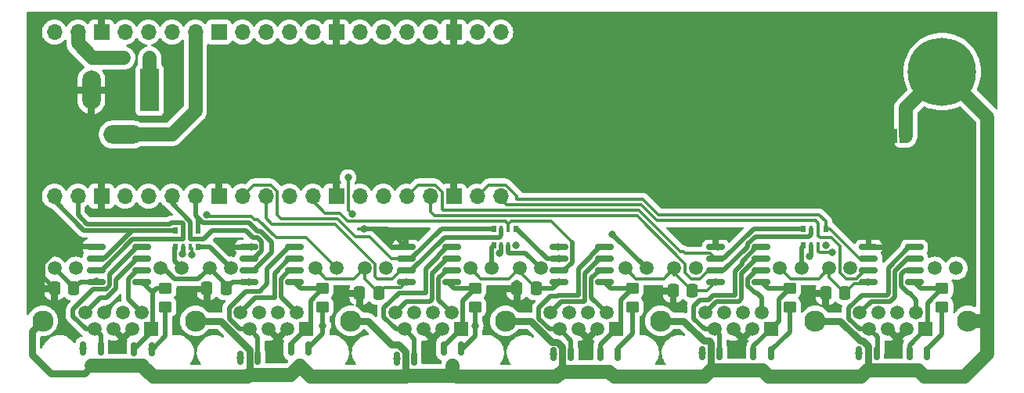
<source format=gbl>
%TF.GenerationSoftware,KiCad,Pcbnew,7.0.1*%
%TF.CreationDate,2023-11-21T14:19:22-06:00*%
%TF.ProjectId,Pico Hub V1,5069636f-2048-4756-9220-56312e6b6963,rev?*%
%TF.SameCoordinates,Original*%
%TF.FileFunction,Copper,L2,Bot*%
%TF.FilePolarity,Positive*%
%FSLAX46Y46*%
G04 Gerber Fmt 4.6, Leading zero omitted, Abs format (unit mm)*
G04 Created by KiCad (PCBNEW 7.0.1) date 2023-11-21 14:19:22*
%MOMM*%
%LPD*%
G01*
G04 APERTURE LIST*
G04 Aperture macros list*
%AMRoundRect*
0 Rectangle with rounded corners*
0 $1 Rounding radius*
0 $2 $3 $4 $5 $6 $7 $8 $9 X,Y pos of 4 corners*
0 Add a 4 corners polygon primitive as box body*
4,1,4,$2,$3,$4,$5,$6,$7,$8,$9,$2,$3,0*
0 Add four circle primitives for the rounded corners*
1,1,$1+$1,$2,$3*
1,1,$1+$1,$4,$5*
1,1,$1+$1,$6,$7*
1,1,$1+$1,$8,$9*
0 Add four rect primitives between the rounded corners*
20,1,$1+$1,$2,$3,$4,$5,0*
20,1,$1+$1,$4,$5,$6,$7,0*
20,1,$1+$1,$6,$7,$8,$9,0*
20,1,$1+$1,$8,$9,$2,$3,0*%
%AMFreePoly0*
4,1,19,0.500000,-0.750000,0.000000,-0.750000,0.000000,-0.744911,-0.071157,-0.744911,-0.207708,-0.704816,-0.327430,-0.627875,-0.420627,-0.520320,-0.479746,-0.390866,-0.500000,-0.250000,-0.500000,0.250000,-0.479746,0.390866,-0.420627,0.520320,-0.327430,0.627875,-0.207708,0.704816,-0.071157,0.744911,0.000000,0.744911,0.000000,0.750000,0.500000,0.750000,0.500000,-0.750000,0.500000,-0.750000,
$1*%
%AMFreePoly1*
4,1,19,0.000000,0.744911,0.071157,0.744911,0.207708,0.704816,0.327430,0.627875,0.420627,0.520320,0.479746,0.390866,0.500000,0.250000,0.500000,-0.250000,0.479746,-0.390866,0.420627,-0.520320,0.327430,-0.627875,0.207708,-0.704816,0.071157,-0.744911,0.000000,-0.744911,0.000000,-0.750000,-0.500000,-0.750000,-0.500000,0.750000,0.000000,0.750000,0.000000,0.744911,0.000000,0.744911,
$1*%
G04 Aperture macros list end*
%TA.AperFunction,ComponentPad*%
%ADD10C,0.800000*%
%TD*%
%TA.AperFunction,ComponentPad*%
%ADD11C,7.400000*%
%TD*%
%TA.AperFunction,ComponentPad*%
%ADD12R,1.500000X1.500000*%
%TD*%
%TA.AperFunction,ComponentPad*%
%ADD13C,1.500000*%
%TD*%
%TA.AperFunction,ComponentPad*%
%ADD14C,2.300000*%
%TD*%
%TA.AperFunction,ComponentPad*%
%ADD15O,1.700000X1.700000*%
%TD*%
%TA.AperFunction,ComponentPad*%
%ADD16R,1.700000X1.700000*%
%TD*%
%TA.AperFunction,SMDPad,CuDef*%
%ADD17R,0.500000X0.800000*%
%TD*%
%TA.AperFunction,SMDPad,CuDef*%
%ADD18R,0.400000X0.800000*%
%TD*%
%TA.AperFunction,SMDPad,CuDef*%
%ADD19RoundRect,0.150000X-0.825000X-0.150000X0.825000X-0.150000X0.825000X0.150000X-0.825000X0.150000X0*%
%TD*%
%TA.AperFunction,SMDPad,CuDef*%
%ADD20RoundRect,0.250000X-0.450000X0.350000X-0.450000X-0.350000X0.450000X-0.350000X0.450000X0.350000X0*%
%TD*%
%TA.AperFunction,SMDPad,CuDef*%
%ADD21FreePoly0,0.000000*%
%TD*%
%TA.AperFunction,SMDPad,CuDef*%
%ADD22FreePoly1,0.000000*%
%TD*%
%TA.AperFunction,ComponentPad*%
%ADD23O,4.200000X2.000000*%
%TD*%
%TA.AperFunction,ComponentPad*%
%ADD24O,2.000000X4.200000*%
%TD*%
%TA.AperFunction,ComponentPad*%
%ADD25R,2.000000X4.600000*%
%TD*%
%TA.AperFunction,SMDPad,CuDef*%
%ADD26RoundRect,0.150000X-0.150000X0.587500X-0.150000X-0.587500X0.150000X-0.587500X0.150000X0.587500X0*%
%TD*%
%TA.AperFunction,SMDPad,CuDef*%
%ADD27RoundRect,0.250000X-0.300000X-0.300000X0.300000X-0.300000X0.300000X0.300000X-0.300000X0.300000X0*%
%TD*%
%TA.AperFunction,SMDPad,CuDef*%
%ADD28RoundRect,0.250000X-0.337500X-0.475000X0.337500X-0.475000X0.337500X0.475000X-0.337500X0.475000X0*%
%TD*%
%TA.AperFunction,ViaPad*%
%ADD29C,0.800000*%
%TD*%
%TA.AperFunction,Conductor*%
%ADD30C,1.500000*%
%TD*%
%TA.AperFunction,Conductor*%
%ADD31C,0.500000*%
%TD*%
%TA.AperFunction,Conductor*%
%ADD32C,0.375000*%
%TD*%
%TA.AperFunction,Conductor*%
%ADD33C,0.750000*%
%TD*%
G04 APERTURE END LIST*
D10*
%TO.P,H1,1,1*%
%TO.N,Earth*%
X123225000Y-80000000D03*
D11*
X126000000Y-80000000D03*
D10*
X126000000Y-77225000D03*
X124037779Y-78037779D03*
X124037779Y-81962221D03*
X126000000Y-82775000D03*
X127962221Y-81962221D03*
X128775000Y-80000000D03*
X127962221Y-78037779D03*
%TD*%
D12*
%TO.P,J1,1*%
%TO.N,Net-(D1-A1)*%
X40430000Y-107890000D03*
D13*
%TO.P,J1,2*%
%TO.N,Net-(D1-A2)*%
X39414000Y-106110000D03*
%TO.P,J1,3*%
%TO.N,GND*%
X38398000Y-107890000D03*
%TO.P,J1,4*%
%TO.N,Serial1_det*%
X37382000Y-106110000D03*
%TO.P,J1,5*%
%TO.N,GND*%
X36366000Y-107890000D03*
%TO.P,J1,6*%
X35350000Y-106110000D03*
%TO.P,J1,7*%
%TO.N,Net-(D2-A2)*%
X34334000Y-107890000D03*
%TO.P,J1,8*%
%TO.N,Net-(D2-A1)*%
X33318000Y-106110000D03*
%TO.P,J1,9*%
%TO.N,Net-(RN4-R1.2)*%
X43730000Y-101290000D03*
%TO.P,J1,10*%
%TO.N,3V3*%
X41440000Y-101290000D03*
%TO.P,J1,11*%
%TO.N,Net-(RN4-R2.2)*%
X32300000Y-101290000D03*
%TO.P,J1,12*%
%TO.N,3V3*%
X30010000Y-101290000D03*
D14*
%TO.P,J1,SH*%
%TO.N,Earth*%
X28740000Y-107000000D03*
%TD*%
D15*
%TO.P,U1,1,GPIO0*%
%TO.N,Serial1_TX*%
X30000000Y-93500000D03*
%TO.P,U1,2,GPIO1*%
%TO.N,Serial1_RX*%
X32540000Y-93500000D03*
D16*
%TO.P,U1,3,GND*%
%TO.N,GND*%
X35080000Y-93500000D03*
D15*
%TO.P,U1,4,GPIO2*%
%TO.N,Serial1_det*%
X37620000Y-93500000D03*
%TO.P,U1,5,GPIO3*%
%TO.N,Serial2_det*%
X40160000Y-93500000D03*
%TO.P,U1,6,GPIO4*%
%TO.N,Serial2_TX*%
X42700000Y-93500000D03*
%TO.P,U1,7,GPIO5*%
%TO.N,Serial2_RX*%
X45240000Y-93500000D03*
D16*
%TO.P,U1,8,GND*%
%TO.N,GND*%
X47780000Y-93500000D03*
D15*
%TO.P,U1,9,GPIO6*%
%TO.N,PIO1_TX*%
X50320000Y-93500000D03*
%TO.P,U1,10,GPIO7*%
%TO.N,PIO1_RX*%
X52860000Y-93500000D03*
%TO.P,U1,11,GPIO8*%
%TO.N,PIO2_TX*%
X55400000Y-93500000D03*
%TO.P,U1,12,GPIO9*%
%TO.N,PIO2_RX*%
X57940000Y-93500000D03*
D16*
%TO.P,U1,13,GND*%
%TO.N,GND*%
X60480000Y-93500000D03*
D15*
%TO.P,U1,14,GPIO10*%
%TO.N,PIO2_det*%
X63020000Y-93500000D03*
%TO.P,U1,15,GPIO11*%
%TO.N,PIO3_det*%
X65560000Y-93500000D03*
%TO.P,U1,16,GPIO12*%
%TO.N,PIO3_TX*%
X68100000Y-93500000D03*
%TO.P,U1,17,GPIO13*%
%TO.N,PIO3_RX*%
X70640000Y-93500000D03*
D16*
%TO.P,U1,18,GND*%
%TO.N,GND*%
X73180000Y-93500000D03*
D15*
%TO.P,U1,19,GPIO14*%
%TO.N,PIO4_TX*%
X75720000Y-93500000D03*
%TO.P,U1,20,GPIO15*%
%TO.N,PIO4_RX*%
X78260000Y-93500000D03*
%TO.P,U1,21,GPIO16*%
%TO.N,PIO4_det*%
X78260000Y-75720000D03*
%TO.P,U1,22,GPIO17*%
%TO.N,PIO1_det*%
X75720000Y-75720000D03*
D16*
%TO.P,U1,23,GND*%
%TO.N,GND*%
X73180000Y-75720000D03*
D15*
%TO.P,U1,24,GPIO18*%
%TO.N,unconnected-(U1-GPIO18-Pad24)*%
X70640000Y-75720000D03*
%TO.P,U1,25,GPIO19*%
%TO.N,unconnected-(U1-GPIO19-Pad25)*%
X68100000Y-75720000D03*
%TO.P,U1,26,GPIO20*%
%TO.N,unconnected-(U1-GPIO20-Pad26)*%
X65560000Y-75720000D03*
%TO.P,U1,27,GPIO21*%
%TO.N,unconnected-(U1-GPIO21-Pad27)*%
X63020000Y-75720000D03*
D16*
%TO.P,U1,28,GND*%
%TO.N,GND*%
X60480000Y-75720000D03*
D15*
%TO.P,U1,29,GPIO22*%
%TO.N,unconnected-(U1-GPIO22-Pad29)*%
X57940000Y-75720000D03*
%TO.P,U1,30,RUN*%
%TO.N,unconnected-(U1-RUN-Pad30)*%
X55400000Y-75720000D03*
%TO.P,U1,31,GPIO26_ADC0*%
%TO.N,unconnected-(U1-GPIO26_ADC0-Pad31)*%
X52860000Y-75720000D03*
%TO.P,U1,32,GPIO27_ADC1*%
%TO.N,unconnected-(U1-GPIO27_ADC1-Pad32)*%
X50320000Y-75720000D03*
D16*
%TO.P,U1,33,AGND*%
%TO.N,unconnected-(U1-AGND-Pad33)*%
X47780000Y-75720000D03*
D15*
%TO.P,U1,34,GPIO28_ADC2*%
%TO.N,Net-(U1-GPIO28_ADC2)*%
X45240000Y-75720000D03*
%TO.P,U1,35,ADC_VREF*%
%TO.N,unconnected-(U1-ADC_VREF-Pad35)*%
X42700000Y-75720000D03*
%TO.P,U1,36,3V3*%
%TO.N,3V3*%
X40160000Y-75720000D03*
%TO.P,U1,37,3V3_EN*%
%TO.N,unconnected-(U1-3V3_EN-Pad37)*%
X37620000Y-75720000D03*
D16*
%TO.P,U1,38,GND*%
%TO.N,GND*%
X35080000Y-75720000D03*
D15*
%TO.P,U1,39,VSYS*%
%TO.N,Net-(D3-K)*%
X32540000Y-75720000D03*
%TO.P,U1,40,VBUS*%
%TO.N,unconnected-(U1-VBUS-Pad40)*%
X30000000Y-75720000D03*
%TD*%
D17*
%TO.P,RN1,1,R1.1*%
%TO.N,PIO1_TX*%
X77500000Y-97000000D03*
D18*
%TO.P,RN1,2,R2.1*%
%TO.N,PIO1_RX*%
X78300000Y-97000000D03*
%TO.P,RN1,3,R3.1*%
%TO.N,PIO2_RX*%
X79100000Y-97000000D03*
D17*
%TO.P,RN1,4,R4.1*%
%TO.N,PIO2_TX*%
X79900000Y-97000000D03*
%TO.P,RN1,5,R4.2*%
%TO.N,Net-(RN1-R4.2)*%
X79900000Y-98800000D03*
D18*
%TO.P,RN1,6,R3.2*%
%TO.N,Net-(RN1-R3.2)*%
X79100000Y-98800000D03*
%TO.P,RN1,7,R2.2*%
%TO.N,Net-(RN1-R2.2)*%
X78300000Y-98800000D03*
D17*
%TO.P,RN1,8,R1.2*%
%TO.N,Net-(RN1-R1.2)*%
X77500000Y-98800000D03*
%TD*%
D19*
%TO.P,U5,8,A*%
%TO.N,Net-(D8-A1)*%
X72975000Y-102810000D03*
%TO.P,U5,7,B*%
%TO.N,Net-(D8-A2)*%
X72975000Y-101540000D03*
%TO.P,U5,6,Z*%
%TO.N,Net-(D9-A1)*%
X72975000Y-100270000D03*
%TO.P,U5,5,Y*%
%TO.N,Net-(D9-A2)*%
X72975000Y-99000000D03*
%TO.P,U5,4,GND*%
%TO.N,GND*%
X68025000Y-99000000D03*
%TO.P,U5,3,DI*%
%TO.N,PIO1_TX*%
X68025000Y-100270000D03*
%TO.P,U5,2,RO*%
%TO.N,PIO1_RX*%
X68025000Y-101540000D03*
%TO.P,U5,1,VCC*%
%TO.N,3V3*%
X68025000Y-102810000D03*
%TD*%
D17*
%TO.P,RN2,1,R1.1*%
%TO.N,PIO3_TX*%
X111000000Y-97000000D03*
D18*
%TO.P,RN2,2,R2.1*%
%TO.N,PIO3_RX*%
X111800000Y-97000000D03*
%TO.P,RN2,3,R3.1*%
%TO.N,PIO4_RX*%
X112600000Y-97000000D03*
D17*
%TO.P,RN2,4,R4.1*%
%TO.N,PIO4_TX*%
X113400000Y-97000000D03*
%TO.P,RN2,5,R4.2*%
%TO.N,Net-(RN2-R4.2)*%
X113400000Y-98800000D03*
D18*
%TO.P,RN2,6,R3.2*%
%TO.N,Net-(RN2-R3.2)*%
X112600000Y-98800000D03*
%TO.P,RN2,7,R2.2*%
%TO.N,Net-(RN2-R2.2)*%
X111800000Y-98800000D03*
D17*
%TO.P,RN2,8,R1.2*%
%TO.N,Net-(RN2-R1.2)*%
X111000000Y-98800000D03*
%TD*%
%TO.P,RN4,8,R1.2*%
%TO.N,Net-(RN4-R1.2)*%
X43100000Y-99000000D03*
D18*
%TO.P,RN4,7,R2.2*%
%TO.N,Net-(RN4-R2.2)*%
X43900000Y-99000000D03*
%TO.P,RN4,6,R3.2*%
%TO.N,Net-(RN4-R3.2)*%
X44700000Y-99000000D03*
D17*
%TO.P,RN4,5,R4.2*%
%TO.N,Net-(RN4-R4.2)*%
X45500000Y-99000000D03*
%TO.P,RN4,4,R4.1*%
%TO.N,Serial2_RX*%
X45500000Y-97200000D03*
D18*
%TO.P,RN4,3,R3.1*%
%TO.N,Serial2_TX*%
X44700000Y-97200000D03*
%TO.P,RN4,2,R2.1*%
%TO.N,Serial1_RX*%
X43900000Y-97200000D03*
D17*
%TO.P,RN4,1,R1.1*%
%TO.N,Serial1_TX*%
X43100000Y-97200000D03*
%TD*%
D19*
%TO.P,U7,8,A*%
%TO.N,Net-(D12-A1)*%
X106450000Y-102810000D03*
%TO.P,U7,7,B*%
%TO.N,Net-(D12-A2)*%
X106450000Y-101540000D03*
%TO.P,U7,6,Z*%
%TO.N,Net-(D13-A1)*%
X106450000Y-100270000D03*
%TO.P,U7,5,Y*%
%TO.N,Net-(D13-A2)*%
X106450000Y-99000000D03*
%TO.P,U7,4,GND*%
%TO.N,GND*%
X101500000Y-99000000D03*
%TO.P,U7,3,DI*%
%TO.N,PIO3_TX*%
X101500000Y-100270000D03*
%TO.P,U7,2,RO*%
%TO.N,PIO3_RX*%
X101500000Y-101540000D03*
%TO.P,U7,1,VCC*%
%TO.N,3V3*%
X101500000Y-102810000D03*
%TD*%
%TO.P,U6,1,VCC*%
%TO.N,3V3*%
X118050000Y-102810000D03*
%TO.P,U6,2,RO*%
%TO.N,PIO4_RX*%
X118050000Y-101540000D03*
%TO.P,U6,3,DI*%
%TO.N,PIO4_TX*%
X118050000Y-100270000D03*
%TO.P,U6,4,GND*%
%TO.N,GND*%
X118050000Y-99000000D03*
%TO.P,U6,5,Y*%
%TO.N,Net-(D11-A2)*%
X123000000Y-99000000D03*
%TO.P,U6,6,Z*%
%TO.N,Net-(D11-A1)*%
X123000000Y-100270000D03*
%TO.P,U6,7,B*%
%TO.N,Net-(D10-A2)*%
X123000000Y-101540000D03*
%TO.P,U6,8,A*%
%TO.N,Net-(D10-A1)*%
X123000000Y-102810000D03*
%TD*%
%TO.P,U4,8,A*%
%TO.N,Net-(D6-A1)*%
X89500000Y-102810000D03*
%TO.P,U4,7,B*%
%TO.N,Net-(D6-A2)*%
X89500000Y-101540000D03*
%TO.P,U4,6,Z*%
%TO.N,Net-(D7-A1)*%
X89500000Y-100270000D03*
%TO.P,U4,5,Y*%
%TO.N,Net-(D7-A2)*%
X89500000Y-99000000D03*
%TO.P,U4,4,GND*%
%TO.N,GND*%
X84550000Y-99000000D03*
%TO.P,U4,3,DI*%
%TO.N,PIO2_TX*%
X84550000Y-100270000D03*
%TO.P,U4,2,RO*%
%TO.N,PIO2_RX*%
X84550000Y-101540000D03*
%TO.P,U4,1,VCC*%
%TO.N,3V3*%
X84550000Y-102810000D03*
%TD*%
%TO.P,U3,8,A*%
%TO.N,Net-(D4-A1)*%
X55950000Y-102810000D03*
%TO.P,U3,7,B*%
%TO.N,Net-(D4-A2)*%
X55950000Y-101540000D03*
%TO.P,U3,6,Z*%
%TO.N,Net-(D5-A1)*%
X55950000Y-100270000D03*
%TO.P,U3,5,Y*%
%TO.N,Net-(D5-A2)*%
X55950000Y-99000000D03*
%TO.P,U3,4,GND*%
%TO.N,GND*%
X51000000Y-99000000D03*
%TO.P,U3,3,DI*%
%TO.N,Serial2_TX*%
X51000000Y-100270000D03*
%TO.P,U3,2,RO*%
%TO.N,Serial2_RX*%
X51000000Y-101540000D03*
%TO.P,U3,1,VCC*%
%TO.N,3V3*%
X51000000Y-102810000D03*
%TD*%
%TO.P,U2,8,A*%
%TO.N,Net-(D1-A1)*%
X39475000Y-102770000D03*
%TO.P,U2,7,B*%
%TO.N,Net-(D1-A2)*%
X39475000Y-101500000D03*
%TO.P,U2,6,Z*%
%TO.N,Net-(D2-A1)*%
X39475000Y-100230000D03*
%TO.P,U2,5,Y*%
%TO.N,Net-(D2-A2)*%
X39475000Y-98960000D03*
%TO.P,U2,4,GND*%
%TO.N,GND*%
X34525000Y-98960000D03*
%TO.P,U2,3,DI*%
%TO.N,Serial1_TX*%
X34525000Y-100230000D03*
%TO.P,U2,2,RO*%
%TO.N,Serial1_RX*%
X34525000Y-101500000D03*
%TO.P,U2,1,VCC*%
%TO.N,3V3*%
X34525000Y-102770000D03*
%TD*%
D20*
%TO.P,R6,1*%
%TO.N,Net-(D12-A1)*%
X109500000Y-103500000D03*
%TO.P,R6,2*%
%TO.N,Net-(D12-A2)*%
X109500000Y-105500000D03*
%TD*%
%TO.P,R5,1*%
%TO.N,Net-(D10-A1)*%
X126000000Y-103500000D03*
%TO.P,R5,2*%
%TO.N,Net-(D10-A2)*%
X126000000Y-105500000D03*
%TD*%
%TO.P,R4,1*%
%TO.N,Net-(D8-A1)*%
X75500000Y-103500000D03*
%TO.P,R4,2*%
%TO.N,Net-(D8-A2)*%
X75500000Y-105500000D03*
%TD*%
%TO.P,R3,1*%
%TO.N,Net-(D6-A1)*%
X92500000Y-103500000D03*
%TO.P,R3,2*%
%TO.N,Net-(D6-A2)*%
X92500000Y-105500000D03*
%TD*%
%TO.P,R2,2*%
%TO.N,Net-(D4-A2)*%
X59000000Y-105500000D03*
%TO.P,R2,1*%
%TO.N,Net-(D4-A1)*%
X59000000Y-103500000D03*
%TD*%
%TO.P,R1,2*%
%TO.N,Net-(D1-A2)*%
X42000000Y-105500000D03*
%TO.P,R1,1*%
%TO.N,Net-(D1-A1)*%
X42000000Y-103500000D03*
%TD*%
D21*
%TO.P,JP1,1,A*%
%TO.N,GND*%
X120600000Y-87000000D03*
D22*
%TO.P,JP1,2,B*%
%TO.N,Earth*%
X121900000Y-87000000D03*
%TD*%
D12*
%TO.P,J7,1*%
%TO.N,Net-(D12-A1)*%
X107470000Y-107890000D03*
D13*
%TO.P,J7,2*%
%TO.N,Net-(D12-A2)*%
X106454000Y-106110000D03*
%TO.P,J7,3*%
%TO.N,GND*%
X105438000Y-107890000D03*
%TO.P,J7,4*%
%TO.N,PIO3_det*%
X104422000Y-106110000D03*
%TO.P,J7,5*%
%TO.N,GND*%
X103406000Y-107890000D03*
%TO.P,J7,6*%
X102390000Y-106110000D03*
%TO.P,J7,7*%
%TO.N,Net-(D13-A2)*%
X101374000Y-107890000D03*
%TO.P,J7,8*%
%TO.N,Net-(D13-A1)*%
X100358000Y-106110000D03*
%TO.P,J7,9*%
%TO.N,Net-(RN2-R1.2)*%
X110770000Y-101290000D03*
%TO.P,J7,10*%
%TO.N,3V3*%
X108480000Y-101290000D03*
%TO.P,J7,11*%
%TO.N,Net-(RN2-R2.2)*%
X99340000Y-101290000D03*
%TO.P,J7,12*%
%TO.N,3V3*%
X97050000Y-101290000D03*
D14*
%TO.P,J7,SH*%
%TO.N,Earth*%
X95530000Y-107000000D03*
%TD*%
%TO.P,J6,SH*%
%TO.N,Earth*%
X112290000Y-107000000D03*
X128800000Y-107000000D03*
D13*
%TO.P,J6,12*%
%TO.N,3V3*%
X113810000Y-101290000D03*
%TO.P,J6,11*%
%TO.N,Net-(RN2-R3.2)*%
X116100000Y-101290000D03*
%TO.P,J6,10*%
%TO.N,3V3*%
X125240000Y-101290000D03*
%TO.P,J6,9*%
%TO.N,Net-(RN2-R4.2)*%
X127530000Y-101290000D03*
%TO.P,J6,8*%
%TO.N,Net-(D11-A1)*%
X117118000Y-106110000D03*
%TO.P,J6,7*%
%TO.N,Net-(D11-A2)*%
X118134000Y-107890000D03*
%TO.P,J6,6*%
%TO.N,GND*%
X119150000Y-106110000D03*
%TO.P,J6,5*%
X120166000Y-107890000D03*
%TO.P,J6,4*%
%TO.N,PIO4_det*%
X121182000Y-106110000D03*
%TO.P,J6,3*%
%TO.N,GND*%
X122198000Y-107890000D03*
%TO.P,J6,2*%
%TO.N,Net-(D10-A2)*%
X123214000Y-106110000D03*
D12*
%TO.P,J6,1*%
%TO.N,Net-(D10-A1)*%
X124230000Y-107890000D03*
%TD*%
D14*
%TO.P,J5,SH*%
%TO.N,Earth*%
X62010000Y-107000000D03*
D13*
%TO.P,J5,12*%
%TO.N,3V3*%
X63530000Y-101290000D03*
%TO.P,J5,11*%
%TO.N,Net-(RN1-R2.2)*%
X65820000Y-101290000D03*
%TO.P,J5,10*%
%TO.N,3V3*%
X74960000Y-101290000D03*
%TO.P,J5,9*%
%TO.N,Net-(RN1-R1.2)*%
X77250000Y-101290000D03*
%TO.P,J5,8*%
%TO.N,Net-(D9-A1)*%
X66838000Y-106110000D03*
%TO.P,J5,7*%
%TO.N,Net-(D9-A2)*%
X67854000Y-107890000D03*
%TO.P,J5,6*%
%TO.N,GND*%
X68870000Y-106110000D03*
%TO.P,J5,5*%
X69886000Y-107890000D03*
%TO.P,J5,4*%
%TO.N,PIO1_det*%
X70902000Y-106110000D03*
%TO.P,J5,3*%
%TO.N,GND*%
X71918000Y-107890000D03*
%TO.P,J5,2*%
%TO.N,Net-(D8-A2)*%
X72934000Y-106110000D03*
D12*
%TO.P,J5,1*%
%TO.N,Net-(D8-A1)*%
X73950000Y-107890000D03*
%TD*%
D14*
%TO.P,J4,SH*%
%TO.N,Earth*%
X78770000Y-107000000D03*
D13*
%TO.P,J4,12*%
%TO.N,3V3*%
X80290000Y-101290000D03*
%TO.P,J4,11*%
%TO.N,Net-(RN1-R3.2)*%
X82580000Y-101290000D03*
%TO.P,J4,10*%
%TO.N,3V3*%
X91720000Y-101290000D03*
%TO.P,J4,9*%
%TO.N,Net-(RN1-R4.2)*%
X94010000Y-101290000D03*
%TO.P,J4,8*%
%TO.N,Net-(D7-A1)*%
X83598000Y-106110000D03*
%TO.P,J4,7*%
%TO.N,Net-(D7-A2)*%
X84614000Y-107890000D03*
%TO.P,J4,6*%
%TO.N,GND*%
X85630000Y-106110000D03*
%TO.P,J4,5*%
X86646000Y-107890000D03*
%TO.P,J4,4*%
%TO.N,PIO2_det*%
X87662000Y-106110000D03*
%TO.P,J4,3*%
%TO.N,GND*%
X88678000Y-107890000D03*
%TO.P,J4,2*%
%TO.N,Net-(D6-A2)*%
X89694000Y-106110000D03*
D12*
%TO.P,J4,1*%
%TO.N,Net-(D6-A1)*%
X90710000Y-107890000D03*
%TD*%
%TO.P,J3,1*%
%TO.N,Net-(D4-A1)*%
X57190000Y-107890000D03*
D13*
%TO.P,J3,2*%
%TO.N,Net-(D4-A2)*%
X56174000Y-106110000D03*
%TO.P,J3,3*%
%TO.N,GND*%
X55158000Y-107890000D03*
%TO.P,J3,4*%
%TO.N,Serial2_det*%
X54142000Y-106110000D03*
%TO.P,J3,5*%
%TO.N,GND*%
X53126000Y-107890000D03*
%TO.P,J3,6*%
X52110000Y-106110000D03*
%TO.P,J3,7*%
%TO.N,Net-(D5-A2)*%
X51094000Y-107890000D03*
%TO.P,J3,8*%
%TO.N,Net-(D5-A1)*%
X50078000Y-106110000D03*
%TO.P,J3,9*%
%TO.N,Net-(RN4-R3.2)*%
X60490000Y-101290000D03*
%TO.P,J3,10*%
%TO.N,3V3*%
X58200000Y-101290000D03*
%TO.P,J3,11*%
%TO.N,Net-(RN4-R4.2)*%
X49060000Y-101290000D03*
%TO.P,J3,12*%
%TO.N,3V3*%
X46770000Y-101290000D03*
D14*
%TO.P,J3,SH*%
%TO.N,Earth*%
X45250000Y-107000000D03*
%TD*%
D23*
%TO.P,J2,3*%
%TO.N,Net-(U1-GPIO28_ADC2)*%
X37400000Y-86800000D03*
D24*
%TO.P,J2,2*%
%TO.N,GND*%
X34000000Y-82000000D03*
D25*
%TO.P,J2,1*%
%TO.N,Net-(D3-A)*%
X40300000Y-82000000D03*
%TD*%
D26*
%TO.P,D13,1,A1*%
%TO.N,Net-(D13-A1)*%
X100050000Y-110500000D03*
%TO.P,D13,2,A2*%
%TO.N,Net-(D13-A2)*%
X101950000Y-110500000D03*
%TO.P,D13,3,common*%
%TO.N,Earth*%
X101000000Y-112375000D03*
%TD*%
%TO.P,D12,1,A1*%
%TO.N,Net-(D12-A1)*%
X105600000Y-110500000D03*
%TO.P,D12,2,A2*%
%TO.N,Net-(D12-A2)*%
X107500000Y-110500000D03*
%TO.P,D12,3,common*%
%TO.N,Earth*%
X106550000Y-112375000D03*
%TD*%
%TO.P,D11,3,common*%
%TO.N,Earth*%
X117950000Y-112375000D03*
%TO.P,D11,2,A2*%
%TO.N,Net-(D11-A2)*%
X118900000Y-110500000D03*
%TO.P,D11,1,A1*%
%TO.N,Net-(D11-A1)*%
X117000000Y-110500000D03*
%TD*%
%TO.P,D10,3,common*%
%TO.N,Earth*%
X123450000Y-112375000D03*
%TO.P,D10,2,A2*%
%TO.N,Net-(D10-A2)*%
X124400000Y-110500000D03*
%TO.P,D10,1,A1*%
%TO.N,Net-(D10-A1)*%
X122500000Y-110500000D03*
%TD*%
%TO.P,D9,1,A1*%
%TO.N,Net-(D9-A1)*%
X67000000Y-111125000D03*
%TO.P,D9,2,A2*%
%TO.N,Net-(D9-A2)*%
X68900000Y-111125000D03*
%TO.P,D9,3,common*%
%TO.N,Earth*%
X67950000Y-113000000D03*
%TD*%
%TO.P,D8,1,A1*%
%TO.N,Net-(D8-A1)*%
X72100000Y-110000000D03*
%TO.P,D8,2,A2*%
%TO.N,Net-(D8-A2)*%
X74000000Y-110000000D03*
%TO.P,D8,3,common*%
%TO.N,Earth*%
X73050000Y-111875000D03*
%TD*%
%TO.P,D7,1,A1*%
%TO.N,Net-(D7-A1)*%
X83950000Y-110625000D03*
%TO.P,D7,2,A2*%
%TO.N,Net-(D7-A2)*%
X85850000Y-110625000D03*
%TO.P,D7,3,common*%
%TO.N,Earth*%
X84900000Y-112500000D03*
%TD*%
%TO.P,D6,1,A1*%
%TO.N,Net-(D6-A1)*%
X89050000Y-110625000D03*
%TO.P,D6,2,A2*%
%TO.N,Net-(D6-A2)*%
X90950000Y-110625000D03*
%TO.P,D6,3,common*%
%TO.N,Earth*%
X90000000Y-112500000D03*
%TD*%
%TO.P,D5,3,common*%
%TO.N,Earth*%
X51050000Y-112875000D03*
%TO.P,D5,2,A2*%
%TO.N,Net-(D5-A2)*%
X52000000Y-111000000D03*
%TO.P,D5,1,A1*%
%TO.N,Net-(D5-A1)*%
X50100000Y-111000000D03*
%TD*%
%TO.P,D4,3,common*%
%TO.N,Earth*%
X56550000Y-111875000D03*
%TO.P,D4,2,A2*%
%TO.N,Net-(D4-A2)*%
X57500000Y-110000000D03*
%TO.P,D4,1,A1*%
%TO.N,Net-(D4-A1)*%
X55600000Y-110000000D03*
%TD*%
D27*
%TO.P,D3,2,A*%
%TO.N,Net-(D3-A)*%
X40300000Y-78500000D03*
%TO.P,D3,1,K*%
%TO.N,Net-(D3-K)*%
X37500000Y-78500000D03*
%TD*%
D26*
%TO.P,D2,1,A1*%
%TO.N,Net-(D2-A1)*%
X33100000Y-110000000D03*
%TO.P,D2,2,A2*%
%TO.N,Net-(D2-A2)*%
X35000000Y-110000000D03*
%TO.P,D2,3,common*%
%TO.N,Earth*%
X34050000Y-111875000D03*
%TD*%
%TO.P,D1,3,common*%
%TO.N,Earth*%
X39550000Y-111937500D03*
%TO.P,D1,2,A2*%
%TO.N,Net-(D1-A2)*%
X40500000Y-110062500D03*
%TO.P,D1,1,A1*%
%TO.N,Net-(D1-A1)*%
X38600000Y-110062500D03*
%TD*%
D28*
%TO.P,C6,2*%
%TO.N,3V3*%
X99000000Y-103750000D03*
%TO.P,C6,1*%
%TO.N,GND*%
X96925000Y-103750000D03*
%TD*%
%TO.P,C5,1*%
%TO.N,GND*%
X113425000Y-104000000D03*
%TO.P,C5,2*%
%TO.N,3V3*%
X115500000Y-104000000D03*
%TD*%
%TO.P,C4,1*%
%TO.N,GND*%
X63000000Y-104000000D03*
%TO.P,C4,2*%
%TO.N,3V3*%
X65075000Y-104000000D03*
%TD*%
%TO.P,C3,1*%
%TO.N,GND*%
X80000000Y-103500000D03*
%TO.P,C3,2*%
%TO.N,3V3*%
X82075000Y-103500000D03*
%TD*%
%TO.P,C2,2*%
%TO.N,3V3*%
X48575000Y-103500000D03*
%TO.P,C2,1*%
%TO.N,GND*%
X46500000Y-103500000D03*
%TD*%
%TO.P,C1,1*%
%TO.N,GND*%
X30000000Y-103500000D03*
%TO.P,C1,2*%
%TO.N,3V3*%
X32075000Y-103500000D03*
%TD*%
D29*
%TO.N,GND*%
X101750000Y-99000000D03*
X63500000Y-97000000D03*
%TO.N,PIO1_det*%
X62181494Y-95425500D03*
X61750000Y-91475500D03*
%TO.N,GND*%
X48500000Y-98750000D03*
X51250000Y-99000000D03*
%TO.N,Net-(RN4-R3.2)*%
X46458308Y-95500500D03*
X44842550Y-99839757D03*
%TO.N,GND*%
X77250000Y-105000000D03*
X30000000Y-103500000D03*
X47000000Y-105250000D03*
X63000000Y-104250000D03*
X80000000Y-103000000D03*
X84500000Y-99000000D03*
X96925000Y-103750000D03*
X113250000Y-104250000D03*
X120600000Y-87000000D03*
%TO.N,Net-(D5-A1)*%
X50100000Y-111000000D03*
%TO.N,Net-(RN2-R3.2)*%
X114081099Y-99616600D03*
%TO.N,Net-(RN2-R2.2)*%
X111619500Y-99961449D03*
%TO.N,Net-(RN2-R4.2)*%
X113400000Y-98800000D03*
%TO.N,Net-(RN1-R4.2)*%
X90360000Y-97640000D03*
%TO.N,PIO2_TX*%
X84550000Y-100270000D03*
%TO.N,3V3*%
X118050000Y-102810000D03*
X101500000Y-102810000D03*
X84550000Y-102810000D03*
X68025000Y-102810000D03*
X34539060Y-102670500D03*
X51000000Y-102810000D03*
%TO.N,Net-(D10-A2)*%
X126000000Y-105500000D03*
%TO.N,Net-(D11-A1)*%
X117000000Y-110500000D03*
%TO.N,Net-(D12-A2)*%
X109500000Y-105500000D03*
%TO.N,Net-(D13-A1)*%
X100050000Y-110500000D03*
%TO.N,Net-(RN1-R4.2)*%
X79949500Y-98800000D03*
%TO.N,Net-(D6-A2)*%
X92500000Y-105500000D03*
%TO.N,Net-(D7-A1)*%
X83950000Y-110625000D03*
%TO.N,Net-(RN1-R2.2)*%
X78133791Y-99660550D03*
%TO.N,Net-(D9-A1)*%
X67000000Y-111125000D03*
%TO.N,Net-(D8-A2)*%
X75500000Y-107500000D03*
%TO.N,Net-(D4-A2)*%
X59000000Y-107500000D03*
%TO.N,Net-(RN4-R2.2)*%
X43848815Y-99732544D03*
%TO.N,Net-(D2-A1)*%
X33100000Y-110000000D03*
%TO.N,Net-(D1-A2)*%
X40500000Y-110062500D03*
%TD*%
D30*
%TO.N,Earth*%
X122050000Y-83950000D02*
X122050000Y-87000000D01*
X126000000Y-80000000D02*
X122050000Y-83950000D01*
X130900000Y-107000000D02*
X130900000Y-84900000D01*
X130900000Y-84900000D02*
X126000000Y-80000000D01*
D31*
%TO.N,Serial1_TX*%
X38388579Y-97200000D02*
X33200000Y-97200000D01*
%TO.N,Net-(RN4-R2.2)*%
X43900000Y-99000000D02*
X43900000Y-99681359D01*
X43900000Y-99681359D02*
X43848815Y-99732544D01*
D32*
%TO.N,Net-(RN4-R3.2)*%
X44842550Y-99839757D02*
X44842550Y-99142550D01*
X44842550Y-99142550D02*
X44700000Y-99000000D01*
%TO.N,PIO3_TX*%
X69337500Y-92262500D02*
X68100000Y-93500000D01*
D31*
%TO.N,Net-(D8-A2)*%
X75500000Y-108664796D02*
X75500000Y-107500000D01*
X74000000Y-110164796D02*
X75500000Y-108664796D01*
D32*
%TO.N,PIO3_TX*%
X71942500Y-93052410D02*
X71942500Y-94942500D01*
X71942500Y-94942500D02*
X72000000Y-95000000D01*
X69337500Y-92262500D02*
X71152590Y-92262500D01*
X71152590Y-92262500D02*
X71942500Y-93052410D01*
X97681840Y-99500000D02*
X98000000Y-99500000D01*
X72000000Y-95000000D02*
X93181840Y-95000000D01*
X93181840Y-95000000D02*
X97681840Y-99500000D01*
X98000000Y-99500000D02*
X98187500Y-99687500D01*
X98187500Y-99687500D02*
X100917500Y-99687500D01*
X100917500Y-99687500D02*
X101500000Y-100270000D01*
D31*
%TO.N,Net-(D5-A2)*%
X52000000Y-108796000D02*
X52000000Y-111000000D01*
X51094000Y-107890000D02*
X52000000Y-108796000D01*
D32*
%TO.N,3V3*%
X97050000Y-101800000D02*
X97050000Y-101290000D01*
X99000000Y-103750000D02*
X97050000Y-101800000D01*
X100560000Y-103750000D02*
X99000000Y-103750000D01*
X101500000Y-102810000D02*
X100560000Y-103750000D01*
D31*
%TO.N,Net-(D13-A2)*%
X105896472Y-99000000D02*
X106450000Y-99000000D01*
X104338261Y-100558211D02*
X105896472Y-99000000D01*
X104338261Y-100838261D02*
X104338261Y-100558211D01*
X103600000Y-101576522D02*
X104338261Y-100838261D01*
X101268051Y-104210000D02*
X103600000Y-104210000D01*
X100739025Y-104739025D02*
X101268051Y-104210000D01*
X99813424Y-104739025D02*
X100739025Y-104739025D01*
X99158000Y-105394449D02*
X99813424Y-104739025D01*
X99158000Y-106734660D02*
X99158000Y-105394449D01*
X100313340Y-107890000D02*
X99158000Y-106734660D01*
X101374000Y-107890000D02*
X100313340Y-107890000D01*
X103600000Y-104210000D02*
X103600000Y-101576522D01*
D32*
%TO.N,PIO1_det*%
X61750000Y-94994006D02*
X61750000Y-91475500D01*
X62181494Y-95425500D02*
X61750000Y-94994006D01*
D31*
%TO.N,GND*%
X66025000Y-97000000D02*
X63500000Y-97000000D01*
X68025000Y-99000000D02*
X66025000Y-97000000D01*
%TO.N,Net-(RN4-R4.2)*%
X46770000Y-99000000D02*
X49060000Y-101290000D01*
X45500000Y-99000000D02*
X46770000Y-99000000D01*
D32*
%TO.N,Net-(RN4-R3.2)*%
X46500500Y-95500500D02*
X46458308Y-95500500D01*
X46712500Y-95712500D02*
X46500500Y-95500500D01*
D31*
%TO.N,Serial2_TX*%
X47050000Y-97200000D02*
X50700000Y-97200000D01*
X46150000Y-98100000D02*
X47050000Y-97200000D01*
X44700000Y-98100000D02*
X46150000Y-98100000D01*
X44700000Y-97200000D02*
X44700000Y-98100000D01*
X44700000Y-96260050D02*
X44700000Y-97200000D01*
X42700000Y-94260050D02*
X44700000Y-96260050D01*
X42700000Y-93500000D02*
X42700000Y-94260050D01*
%TO.N,Serial2_RX*%
X45500000Y-95850000D02*
X45500000Y-97200000D01*
X45240000Y-95590000D02*
X45500000Y-95850000D01*
X45240000Y-95590000D02*
X45240000Y-94000000D01*
D30*
%TO.N,Net-(U1-GPIO28_ADC2)*%
X42700000Y-86800000D02*
X37400000Y-86800000D01*
%TO.N,Net-(D3-A)*%
X40300000Y-78500000D02*
X40300000Y-82000000D01*
%TO.N,Net-(D3-K)*%
X34117919Y-78500000D02*
X37500000Y-78500000D01*
%TO.N,Earth*%
X130900000Y-107000000D02*
X128800000Y-107000000D01*
X130900000Y-110600000D02*
X130900000Y-107000000D01*
D33*
X117187500Y-109187500D02*
X117450305Y-109187500D01*
X115000000Y-107000000D02*
X117187500Y-109187500D01*
X118000000Y-109737195D02*
X118000000Y-112325000D01*
X118000000Y-112325000D02*
X117950000Y-112375000D01*
X112540000Y-107000000D02*
X115000000Y-107000000D01*
X117450305Y-109187500D02*
X118000000Y-109737195D01*
D31*
%TO.N,Net-(D11-A2)*%
X119000000Y-110400000D02*
X118900000Y-110500000D01*
X119000000Y-108756000D02*
X119000000Y-110400000D01*
X118134000Y-107890000D02*
X119000000Y-108756000D01*
D33*
%TO.N,Earth*%
X84400305Y-109312500D02*
X84925000Y-109837195D01*
X84925000Y-109837195D02*
X84925000Y-112475000D01*
X83809114Y-109312500D02*
X84400305Y-109312500D01*
X81496614Y-107000000D02*
X83809114Y-109312500D01*
X84925000Y-112475000D02*
X84900000Y-112500000D01*
X79020000Y-107000000D02*
X81496614Y-107000000D01*
D30*
X73450000Y-112950000D02*
X68000000Y-112950000D01*
X73555000Y-113055000D02*
X73450000Y-112950000D01*
X73050000Y-112550000D02*
X73050000Y-111875000D01*
X73555000Y-113055000D02*
X73050000Y-112550000D01*
X67895000Y-113055000D02*
X67950000Y-113000000D01*
X56550000Y-111875000D02*
X57730000Y-113055000D01*
X57730000Y-113055000D02*
X67895000Y-113055000D01*
D33*
X68000000Y-112950000D02*
X67950000Y-113000000D01*
X67182558Y-109544753D02*
X68000000Y-110362195D01*
X66431098Y-109544753D02*
X67182558Y-109544753D01*
X63886345Y-107000000D02*
X66431098Y-109544753D01*
X68000000Y-110362195D02*
X68000000Y-112950000D01*
X62260000Y-107000000D02*
X63886345Y-107000000D01*
D30*
X55550000Y-112875000D02*
X51050000Y-112875000D01*
X56550000Y-111875000D02*
X55550000Y-112875000D01*
X50870000Y-113055000D02*
X51050000Y-112875000D01*
X40667500Y-113055000D02*
X50870000Y-113055000D01*
X39550000Y-111937500D02*
X40667500Y-113055000D01*
D33*
X51125000Y-112800000D02*
X51050000Y-112875000D01*
X51125000Y-110148386D02*
X51125000Y-112800000D01*
X45500000Y-107000000D02*
X47976614Y-107000000D01*
X47976614Y-107000000D02*
X51125000Y-110148386D01*
X33245000Y-112680000D02*
X34050000Y-111875000D01*
X27590000Y-108150000D02*
X27590000Y-110681981D01*
X28740000Y-107000000D02*
X27590000Y-108150000D01*
X27590000Y-110681981D02*
X29588019Y-112680000D01*
X29588019Y-112680000D02*
X33245000Y-112680000D01*
X101025000Y-109400000D02*
X101025000Y-112350000D01*
X100187500Y-109187500D02*
X100812500Y-109187500D01*
X98000000Y-107000000D02*
X100187500Y-109187500D01*
X95780000Y-107000000D02*
X98000000Y-107000000D01*
X100812500Y-109187500D02*
X101025000Y-109400000D01*
X101025000Y-112350000D02*
X101000000Y-112375000D01*
D30*
X128445000Y-113055000D02*
X130900000Y-110600000D01*
X124130000Y-113055000D02*
X128445000Y-113055000D01*
X123450000Y-112375000D02*
X124130000Y-113055000D01*
%TO.N,Net-(U1-GPIO28_ADC2)*%
X45240000Y-84260000D02*
X42700000Y-86800000D01*
X45240000Y-75720000D02*
X45240000Y-84260000D01*
%TO.N,Net-(D3-K)*%
X32540000Y-76922081D02*
X32540000Y-75720000D01*
X34117919Y-78500000D02*
X32540000Y-76922081D01*
%TO.N,Earth*%
X84345000Y-113055000D02*
X84900000Y-112500000D01*
X73555000Y-113055000D02*
X84345000Y-113055000D01*
D32*
%TO.N,Net-(RN2-R3.2)*%
X114051999Y-99587500D02*
X114081099Y-99616600D01*
X112733185Y-99587500D02*
X114051999Y-99587500D01*
X112600000Y-99454315D02*
X112733185Y-99587500D01*
D31*
%TO.N,Net-(RN2-R2.2)*%
X111619500Y-100000000D02*
X111619500Y-99961449D01*
X111800000Y-99819500D02*
X111800000Y-98800000D01*
X111619500Y-100000000D02*
X111800000Y-99819500D01*
D32*
%TO.N,PIO4_TX*%
X80000000Y-93850000D02*
X80000000Y-93489910D01*
X80000000Y-93489910D02*
X78772590Y-92262500D01*
X93663173Y-93850000D02*
X80000000Y-93850000D01*
X95313172Y-95500000D02*
X93663173Y-93850000D01*
X76957500Y-92262500D02*
X75720000Y-93500000D01*
X78772590Y-92262500D02*
X76957500Y-92262500D01*
X112675000Y-95500000D02*
X95313172Y-95500000D01*
X113400000Y-96225000D02*
X112675000Y-95500000D01*
X113400000Y-97000000D02*
X113400000Y-96225000D01*
%TO.N,PIO4_RX*%
X112325000Y-96150000D02*
X95150000Y-96150000D01*
X112600000Y-96425000D02*
X112325000Y-96150000D01*
X112600000Y-97000000D02*
X112600000Y-96425000D01*
%TO.N,PIO4_TX*%
X113838172Y-97000000D02*
X113400000Y-97000000D01*
X117108172Y-100270000D02*
X113838172Y-97000000D01*
X118050000Y-100270000D02*
X117108172Y-100270000D01*
%TO.N,Net-(RN2-R3.2)*%
X112600000Y-98800000D02*
X112600000Y-99454315D01*
%TO.N,3V3*%
X113810000Y-102310000D02*
X113810000Y-101290000D01*
X115500000Y-104000000D02*
X113810000Y-102310000D01*
X116497500Y-103002500D02*
X115500000Y-104000000D01*
X118050000Y-102810000D02*
X117857500Y-103002500D01*
X117857500Y-103002500D02*
X116497500Y-103002500D01*
%TO.N,PIO4_RX*%
X116697360Y-102427500D02*
X117584860Y-101540000D01*
X115628832Y-102427500D02*
X116697360Y-102427500D01*
X114962500Y-101761168D02*
X115628832Y-102427500D01*
X114962500Y-98937500D02*
X114962500Y-101761168D01*
X114037500Y-98012500D02*
X114962500Y-98937500D01*
X112837500Y-98012500D02*
X114037500Y-98012500D01*
X112600000Y-97775000D02*
X112837500Y-98012500D01*
X112600000Y-97000000D02*
X112600000Y-97775000D01*
X93425000Y-94425000D02*
X95150000Y-96150000D01*
X78260000Y-93760000D02*
X78925000Y-94425000D01*
X78925000Y-94425000D02*
X93425000Y-94425000D01*
X78260000Y-93500000D02*
X78260000Y-93760000D01*
%TO.N,3V3*%
X97050000Y-102050000D02*
X97050000Y-101290000D01*
%TO.N,PIO3_RX*%
X100698668Y-101540000D02*
X101500000Y-101540000D01*
X98202500Y-100833832D02*
X98202500Y-101761168D01*
X93006168Y-95637500D02*
X98202500Y-100833832D01*
X71137500Y-95637500D02*
X93006168Y-95637500D01*
X98202500Y-101761168D02*
X98868832Y-102427500D01*
X98868832Y-102427500D02*
X99811168Y-102427500D01*
X70640000Y-95140000D02*
X71137500Y-95637500D01*
X70640000Y-93500000D02*
X70640000Y-95140000D01*
X99811168Y-102427500D02*
X100698668Y-101540000D01*
%TO.N,PIO1_TX*%
X64057748Y-97919080D02*
X66408668Y-100270000D01*
X62580920Y-97919080D02*
X64057748Y-97919080D01*
X54500000Y-95925000D02*
X60586840Y-95925000D01*
X54097500Y-92987410D02*
X54097500Y-95522500D01*
X66408668Y-100270000D02*
X68025000Y-100270000D01*
X60586840Y-95925000D02*
X62580920Y-97919080D01*
X54097500Y-95522500D02*
X54500000Y-95925000D01*
X53372590Y-92262500D02*
X54097500Y-92987410D01*
X50320000Y-93500000D02*
X51557500Y-92262500D01*
X51557500Y-92262500D02*
X53372590Y-92262500D01*
%TO.N,PIO2_RX*%
X83712500Y-96212500D02*
X85975000Y-98475000D01*
X79387500Y-96212500D02*
X83712500Y-96212500D01*
X79100000Y-96500000D02*
X79387500Y-96212500D01*
D31*
%TO.N,Net-(RN1-R4.2)*%
X94010000Y-101290000D02*
X90360000Y-97640000D01*
%TO.N,PIO2_RX*%
X85975000Y-100668528D02*
X85975000Y-98475000D01*
X85103528Y-101540000D02*
X85975000Y-100668528D01*
%TO.N,PIO2_TX*%
X83270000Y-100270000D02*
X80000000Y-97000000D01*
D32*
%TO.N,PIO2_RX*%
X79100000Y-96500000D02*
X79100000Y-97000000D01*
X78812500Y-96212500D02*
X79100000Y-96500000D01*
X60850000Y-95350000D02*
X61712500Y-96212500D01*
X59290000Y-95350000D02*
X60850000Y-95350000D01*
X57940000Y-94000000D02*
X59290000Y-95350000D01*
X61712500Y-96212500D02*
X78812500Y-96212500D01*
%TO.N,3V3*%
X63530000Y-102455000D02*
X63530000Y-101290000D01*
X65075000Y-104000000D02*
X63530000Y-102455000D01*
X67472500Y-103362500D02*
X68025000Y-102810000D01*
X65075000Y-104000000D02*
X65712500Y-103362500D01*
X65712500Y-103362500D02*
X67472500Y-103362500D01*
%TO.N,PIO1_RX*%
X66562640Y-102437360D02*
X67460000Y-101540000D01*
X64682500Y-102182500D02*
X64937360Y-102437360D01*
X64682500Y-100833832D02*
X64682500Y-102182500D01*
X60348668Y-96500000D02*
X64682500Y-100833832D01*
X64937360Y-102437360D02*
X66562640Y-102437360D01*
X67460000Y-101540000D02*
X68025000Y-101540000D01*
X53500000Y-96500000D02*
X60348668Y-96500000D01*
X52860000Y-95860000D02*
X53500000Y-96500000D01*
X52860000Y-94000000D02*
X52860000Y-95860000D01*
%TO.N,Net-(RN4-R3.2)*%
X51314061Y-95712500D02*
X46712500Y-95712500D01*
X51601562Y-96000000D02*
X51314061Y-95712500D01*
X52000000Y-96000000D02*
X51601562Y-96000000D01*
X54000000Y-98000000D02*
X52000000Y-96000000D01*
X57200000Y-98000000D02*
X54000000Y-98000000D01*
X60490000Y-101290000D02*
X57200000Y-98000000D01*
%TO.N,3V3*%
X112662640Y-102437360D02*
X113810000Y-101290000D01*
X109627360Y-102437360D02*
X112662640Y-102437360D01*
X108480000Y-101290000D02*
X109627360Y-102437360D01*
X92857500Y-102427500D02*
X91720000Y-101290000D01*
X95912500Y-102427500D02*
X92857500Y-102427500D01*
X97050000Y-101290000D02*
X95912500Y-102427500D01*
X80290000Y-101715000D02*
X82075000Y-103500000D01*
X80290000Y-101290000D02*
X80290000Y-101715000D01*
X76107360Y-102437360D02*
X79142640Y-102437360D01*
X79142640Y-102437360D02*
X80290000Y-101290000D01*
X74960000Y-101290000D02*
X76107360Y-102437360D01*
X62392500Y-102427500D02*
X63530000Y-101290000D01*
X59337500Y-102427500D02*
X62392500Y-102427500D01*
X58200000Y-101290000D02*
X59337500Y-102427500D01*
D31*
X41790000Y-101290000D02*
X41440000Y-101290000D01*
X42990000Y-102490000D02*
X41790000Y-101290000D01*
X45570000Y-102490000D02*
X42990000Y-102490000D01*
X46770000Y-101290000D02*
X45570000Y-102490000D01*
%TO.N,Serial2_RX*%
X46000000Y-96350000D02*
X45240000Y-95590000D01*
X51050000Y-96350000D02*
X46000000Y-96350000D01*
%TO.N,Serial1_RX*%
X33489950Y-96500000D02*
X32540000Y-95550050D01*
X42500000Y-96500000D02*
X33489950Y-96500000D01*
X42650000Y-96350000D02*
X42500000Y-96500000D01*
X32540000Y-95550050D02*
X32540000Y-94000000D01*
X43800000Y-96350000D02*
X42650000Y-96350000D01*
X43900000Y-96450000D02*
X43800000Y-96350000D01*
X43900000Y-97200000D02*
X43900000Y-96450000D01*
%TO.N,Serial1_TX*%
X33200000Y-97200000D02*
X30000000Y-94000000D01*
D30*
%TO.N,Earth*%
X117950000Y-112375000D02*
X123450000Y-112375000D01*
X117270000Y-113055000D02*
X117950000Y-112375000D01*
X107230000Y-113055000D02*
X117270000Y-113055000D01*
X106550000Y-112375000D02*
X107230000Y-113055000D01*
X101000000Y-112375000D02*
X106550000Y-112375000D01*
X100320000Y-113055000D02*
X101000000Y-112375000D01*
X90555000Y-113055000D02*
X100320000Y-113055000D01*
X90000000Y-112500000D02*
X90555000Y-113055000D01*
X84900000Y-112500000D02*
X90000000Y-112500000D01*
X39487500Y-111875000D02*
X39550000Y-111937500D01*
X34050000Y-111875000D02*
X39487500Y-111875000D01*
D31*
%TO.N,Net-(D10-A2)*%
X126000000Y-108444796D02*
X126000000Y-105500000D01*
X124400000Y-110500000D02*
X124400000Y-110044796D01*
X124400000Y-110044796D02*
X126000000Y-108444796D01*
%TO.N,Net-(D10-A1)*%
X123690000Y-103500000D02*
X123000000Y-102810000D01*
X126000000Y-103500000D02*
X123690000Y-103500000D01*
X124414000Y-105086000D02*
X126000000Y-103500000D01*
X124414000Y-107706000D02*
X124414000Y-105086000D01*
X124230000Y-107890000D02*
X124414000Y-107706000D01*
X122500000Y-109620000D02*
X124230000Y-107890000D01*
X122500000Y-110500000D02*
X122500000Y-109620000D01*
%TO.N,Net-(D11-A2)*%
X120175000Y-101271472D02*
X122446472Y-99000000D01*
X120175000Y-104035000D02*
X120175000Y-101271472D01*
X120000000Y-104210000D02*
X120175000Y-104035000D01*
X117290000Y-104210000D02*
X120000000Y-104210000D01*
X115918000Y-105582000D02*
X117290000Y-104210000D01*
X115918000Y-106734660D02*
X115918000Y-105582000D01*
X117073340Y-107890000D02*
X115918000Y-106734660D01*
X122446472Y-99000000D02*
X123000000Y-99000000D01*
X118134000Y-107890000D02*
X117073340Y-107890000D01*
%TO.N,Net-(D11-A1)*%
X122240050Y-100270000D02*
X123000000Y-100270000D01*
X120875000Y-104445000D02*
X120875000Y-101635050D01*
X120875000Y-101635050D02*
X122240050Y-100270000D01*
X120410000Y-104910000D02*
X120875000Y-104445000D01*
X118318000Y-104910000D02*
X120410000Y-104910000D01*
X117118000Y-106110000D02*
X118318000Y-104910000D01*
%TO.N,Net-(D10-A2)*%
X121575000Y-103208528D02*
X121575000Y-101925000D01*
X121960000Y-101540000D02*
X123000000Y-101540000D01*
X122366472Y-104000000D02*
X121575000Y-103208528D01*
X123214000Y-104714000D02*
X122500000Y-104000000D01*
X122500000Y-104000000D02*
X122366472Y-104000000D01*
X121575000Y-101925000D02*
X121960000Y-101540000D01*
X123214000Y-106110000D02*
X123214000Y-104714000D01*
%TO.N,PIO3_TX*%
X105636522Y-97000000D02*
X111000000Y-97000000D01*
X102366522Y-100270000D02*
X105636522Y-97000000D01*
X101500000Y-100270000D02*
X102366522Y-100270000D01*
%TO.N,PIO3_RX*%
X111800000Y-97650000D02*
X111800000Y-97000000D01*
X105776472Y-97850000D02*
X111600000Y-97850000D01*
X104953261Y-98673211D02*
X105776472Y-97850000D01*
X102366522Y-101540000D02*
X104953261Y-98953261D01*
X104953261Y-98953261D02*
X104953261Y-98673211D01*
X111600000Y-97850000D02*
X111800000Y-97650000D01*
X101500000Y-101540000D02*
X102366522Y-101540000D01*
%TO.N,Net-(RN2-R1.2)*%
X110770000Y-99030000D02*
X111000000Y-98800000D01*
X110770000Y-101290000D02*
X110770000Y-99030000D01*
%TO.N,Net-(D12-A1)*%
X109500000Y-103500000D02*
X107140000Y-103500000D01*
X107140000Y-103500000D02*
X106450000Y-102810000D01*
X108350000Y-104650000D02*
X109500000Y-103500000D01*
X108350000Y-107010000D02*
X108350000Y-104650000D01*
X107470000Y-107890000D02*
X108350000Y-107010000D01*
%TO.N,Net-(D12-A2)*%
X107500000Y-110184796D02*
X109500000Y-108184796D01*
X109500000Y-108184796D02*
X109500000Y-105500000D01*
X107500000Y-110500000D02*
X107500000Y-110184796D01*
%TO.N,Net-(D12-A1)*%
X105600000Y-110500000D02*
X105600000Y-109760000D01*
X105600000Y-109760000D02*
X107470000Y-107890000D01*
%TO.N,Net-(D13-A2)*%
X101950000Y-108466000D02*
X101374000Y-107890000D01*
X101950000Y-110500000D02*
X101950000Y-108466000D01*
%TO.N,Net-(D13-A1)*%
X101558000Y-104910000D02*
X104000000Y-104910000D01*
X104300000Y-104610000D02*
X104300000Y-101866472D01*
X104300000Y-101866472D02*
X105896472Y-100270000D01*
X100358000Y-106110000D02*
X101558000Y-104910000D01*
X104000000Y-104910000D02*
X104300000Y-104610000D01*
X105896472Y-100270000D02*
X106450000Y-100270000D01*
%TO.N,Net-(D12-A2)*%
X105000000Y-102436472D02*
X105896472Y-101540000D01*
X105896472Y-101540000D02*
X106450000Y-101540000D01*
X105816472Y-104000000D02*
X105000000Y-103183528D01*
X105000000Y-103183528D02*
X105000000Y-102436472D01*
X106000000Y-104000000D02*
X105816472Y-104000000D01*
X106454000Y-104454000D02*
X106000000Y-104000000D01*
X106454000Y-106110000D02*
X106454000Y-104454000D01*
%TO.N,PIO2_TX*%
X80000000Y-97000000D02*
X79900000Y-97000000D01*
X84550000Y-100270000D02*
X83270000Y-100270000D01*
%TO.N,PIO2_RX*%
X84550000Y-101540000D02*
X85103528Y-101540000D01*
%TO.N,Net-(RN1-R3.2)*%
X79100000Y-99600000D02*
X79100000Y-98800000D01*
X80940000Y-99650000D02*
X79150000Y-99650000D01*
X79150000Y-99650000D02*
X79100000Y-99600000D01*
X82580000Y-101290000D02*
X80940000Y-99650000D01*
%TO.N,Net-(D8-A1)*%
X72100000Y-109740000D02*
X73950000Y-107890000D01*
X72100000Y-110000000D02*
X72100000Y-109740000D01*
%TO.N,Net-(D6-A1)*%
X89050000Y-109550000D02*
X90710000Y-107890000D01*
X89050000Y-110625000D02*
X89050000Y-109550000D01*
X90190000Y-103500000D02*
X89500000Y-102810000D01*
X92500000Y-103500000D02*
X90190000Y-103500000D01*
X91222943Y-104777057D02*
X92500000Y-103500000D01*
X91222943Y-107377057D02*
X91222943Y-104777057D01*
X90710000Y-107890000D02*
X91222943Y-107377057D01*
%TO.N,Net-(D6-A2)*%
X92500000Y-108424796D02*
X92500000Y-105500000D01*
X90950000Y-109974796D02*
X92500000Y-108424796D01*
X90950000Y-110625000D02*
X90950000Y-109974796D01*
%TO.N,Net-(D7-A2)*%
X85850000Y-109126000D02*
X84614000Y-107890000D01*
X85850000Y-110625000D02*
X85850000Y-109126000D01*
X88946472Y-99000000D02*
X89500000Y-99000000D01*
X88000000Y-99946472D02*
X88946472Y-99000000D01*
X88000000Y-100000000D02*
X88000000Y-99946472D01*
X86675000Y-101325000D02*
X88000000Y-100000000D01*
X86675000Y-104210000D02*
X86675000Y-101325000D01*
X84508051Y-104210000D02*
X86675000Y-104210000D01*
X84359025Y-104359025D02*
X84508051Y-104210000D01*
X83651918Y-104359025D02*
X84359025Y-104359025D01*
X82398000Y-105612943D02*
X83651918Y-104359025D01*
X82398000Y-106734660D02*
X82398000Y-105612943D01*
X83553340Y-107890000D02*
X82398000Y-106734660D01*
X84614000Y-107890000D02*
X83553340Y-107890000D01*
%TO.N,Net-(D7-A1)*%
X88946472Y-100270000D02*
X89500000Y-100270000D01*
X87375000Y-104780949D02*
X87375000Y-101841472D01*
X84798000Y-104910000D02*
X87245950Y-104910000D01*
X87245950Y-104910000D02*
X87375000Y-104780949D01*
X83598000Y-106110000D02*
X84798000Y-104910000D01*
X87375000Y-101841472D02*
X88946472Y-100270000D01*
%TO.N,Net-(D6-A2)*%
X88946472Y-101540000D02*
X89500000Y-101540000D01*
X88075000Y-102411472D02*
X88946472Y-101540000D01*
X88075000Y-104491000D02*
X88075000Y-102411472D01*
X89694000Y-106110000D02*
X88075000Y-104491000D01*
%TO.N,3V3*%
X83860000Y-103500000D02*
X84550000Y-102810000D01*
X82075000Y-103500000D02*
X83860000Y-103500000D01*
%TO.N,Net-(RN1-R2.2)*%
X78133791Y-99660550D02*
X78300000Y-99494341D01*
X78300000Y-99494341D02*
X78300000Y-98800000D01*
%TO.N,Net-(RN1-R1.2)*%
X77250000Y-99050000D02*
X77500000Y-98800000D01*
X77250000Y-101290000D02*
X77250000Y-99050000D01*
%TO.N,PIO1_TX*%
X71848528Y-97000000D02*
X77500000Y-97000000D01*
X68578528Y-100270000D02*
X71848528Y-97000000D01*
X68025000Y-100270000D02*
X68578528Y-100270000D01*
%TO.N,Net-(D9-A2)*%
X71500000Y-99921472D02*
X72421472Y-99000000D01*
X72421472Y-99000000D02*
X72975000Y-99000000D01*
X71500000Y-100000000D02*
X71500000Y-99921472D01*
%TO.N,PIO1_RX*%
X78300000Y-97750000D02*
X78300000Y-97000000D01*
X72168528Y-97950000D02*
X78100000Y-97950000D01*
X68578528Y-101540000D02*
X72168528Y-97950000D01*
X68025000Y-101540000D02*
X68578528Y-101540000D01*
X78100000Y-97950000D02*
X78300000Y-97750000D01*
%TO.N,Net-(D9-A2)*%
X70150000Y-101350000D02*
X71500000Y-100000000D01*
X70150000Y-104000000D02*
X70150000Y-101350000D01*
X67250943Y-104000000D02*
X70150000Y-104000000D01*
X65638000Y-106607057D02*
X65638000Y-105612943D01*
X66920943Y-107890000D02*
X65638000Y-106607057D01*
X65638000Y-105612943D02*
X67250943Y-104000000D01*
X67854000Y-107890000D02*
X66920943Y-107890000D01*
%TO.N,Net-(D9-A1)*%
X72421472Y-100270000D02*
X72975000Y-100270000D01*
X70850000Y-104650000D02*
X70850000Y-101841472D01*
X70850000Y-101841472D02*
X72421472Y-100270000D01*
X70590000Y-104910000D02*
X70850000Y-104650000D01*
X68038000Y-104910000D02*
X70590000Y-104910000D01*
X66838000Y-106110000D02*
X68038000Y-104910000D01*
%TO.N,Net-(D8-A2)*%
X71550000Y-102411472D02*
X71550000Y-104726000D01*
X72421472Y-101540000D02*
X71550000Y-102411472D01*
X72975000Y-101540000D02*
X72421472Y-101540000D01*
X71550000Y-104726000D02*
X72934000Y-106110000D01*
%TO.N,3V3*%
X48575000Y-103500000D02*
X48575000Y-103095000D01*
X48575000Y-103095000D02*
X46770000Y-101290000D01*
%TO.N,Net-(D8-A2)*%
X75500000Y-107500000D02*
X75500000Y-105500000D01*
%TO.N,Net-(D8-A1)*%
X74134000Y-104866000D02*
X75500000Y-103500000D01*
X74134000Y-107706000D02*
X74134000Y-104866000D01*
X73950000Y-107890000D02*
X74134000Y-107706000D01*
X73190000Y-103500000D02*
X72500000Y-102810000D01*
X75500000Y-103500000D02*
X73190000Y-103500000D01*
%TO.N,Net-(D4-A2)*%
X59000000Y-105500000D02*
X59000000Y-107500000D01*
X59000000Y-108404796D02*
X59000000Y-107500000D01*
%TO.N,Net-(D4-A1)*%
X57702943Y-104797057D02*
X59000000Y-103500000D01*
X57702943Y-107377057D02*
X57702943Y-104797057D01*
X57190000Y-107890000D02*
X57702943Y-107377057D01*
%TO.N,Net-(D9-A2)*%
X68900000Y-108936000D02*
X67854000Y-107890000D01*
X68900000Y-110500000D02*
X68900000Y-108936000D01*
%TO.N,Net-(D4-A2)*%
X59000000Y-107300000D02*
X59000000Y-108404796D01*
%TO.N,Serial2_RX*%
X52000000Y-97300000D02*
X51050000Y-96350000D01*
%TO.N,Serial2_TX*%
X51500000Y-98000000D02*
X50700000Y-97200000D01*
%TO.N,Serial2_RX*%
X52300000Y-97300000D02*
X52000000Y-97300000D01*
X53500000Y-98500000D02*
X52300000Y-97300000D01*
X53500000Y-99593528D02*
X53500000Y-98500000D01*
X51553528Y-101540000D02*
X53500000Y-99593528D01*
X51000000Y-101540000D02*
X51553528Y-101540000D01*
%TO.N,Serial2_TX*%
X52000000Y-98000000D02*
X51500000Y-98000000D01*
X52425000Y-98425000D02*
X52000000Y-98000000D01*
X52425000Y-99398528D02*
X52425000Y-98425000D01*
X51553528Y-100270000D02*
X52425000Y-99398528D01*
X51000000Y-100270000D02*
X51553528Y-100270000D01*
%TO.N,Serial1_RX*%
X43900000Y-98100000D02*
X43900000Y-97200000D01*
X38428528Y-98150000D02*
X43850000Y-98150000D01*
X35078528Y-101500000D02*
X38428528Y-98150000D01*
X34525000Y-101500000D02*
X35078528Y-101500000D01*
X43850000Y-98150000D02*
X43900000Y-98100000D01*
%TO.N,Serial1_TX*%
X38388579Y-97200000D02*
X35358578Y-100230000D01*
X35358578Y-100230000D02*
X34525000Y-100230000D01*
X43100000Y-97200000D02*
X38388579Y-97200000D01*
%TO.N,Net-(RN4-R1.2)*%
X42980000Y-99120000D02*
X43100000Y-99000000D01*
X43730000Y-101290000D02*
X42980000Y-100540000D01*
X42980000Y-100540000D02*
X42980000Y-99120000D01*
%TO.N,3V3*%
X49265000Y-102810000D02*
X51000000Y-102810000D01*
X48575000Y-103500000D02*
X49265000Y-102810000D01*
%TO.N,Net-(D5-A2)*%
X55396472Y-99000000D02*
X55950000Y-99000000D01*
X53000000Y-101396472D02*
X55396472Y-99000000D01*
X52200000Y-103800000D02*
X53000000Y-103000000D01*
X53000000Y-103000000D02*
X53000000Y-101396472D01*
X48878000Y-106734660D02*
X48878000Y-105612943D01*
X48878000Y-105612943D02*
X50690943Y-103800000D01*
X50033340Y-107890000D02*
X48878000Y-106734660D01*
X51094000Y-107890000D02*
X50033340Y-107890000D01*
X50690943Y-103800000D02*
X52200000Y-103800000D01*
%TO.N,Net-(D5-A1)*%
X51688000Y-104500000D02*
X50078000Y-106110000D01*
X53800000Y-104500000D02*
X51688000Y-104500000D01*
X53800000Y-101866472D02*
X53800000Y-104500000D01*
X55396472Y-100270000D02*
X53800000Y-101866472D01*
X55950000Y-100270000D02*
X55396472Y-100270000D01*
%TO.N,Net-(D4-A2)*%
X54500000Y-104436000D02*
X56174000Y-106110000D01*
X55396472Y-101540000D02*
X54500000Y-102436472D01*
X55950000Y-101540000D02*
X55396472Y-101540000D01*
X54500000Y-102436472D02*
X54500000Y-104436000D01*
X57500000Y-109904796D02*
X57500000Y-110000000D01*
X59000000Y-108404796D02*
X57500000Y-109904796D01*
%TO.N,Net-(D4-A1)*%
X56640000Y-103500000D02*
X55950000Y-102810000D01*
X59000000Y-103500000D02*
X56640000Y-103500000D01*
X55600000Y-109480000D02*
X57190000Y-107890000D01*
X55600000Y-110000000D02*
X55600000Y-109480000D01*
%TO.N,Net-(D1-A2)*%
X40582296Y-110062500D02*
X40500000Y-110062500D01*
X42000000Y-108644796D02*
X40582296Y-110062500D01*
X42000000Y-105500000D02*
X42000000Y-108644796D01*
%TO.N,Net-(D1-A1)*%
X41023000Y-103500000D02*
X40614000Y-103909000D01*
X42000000Y-103500000D02*
X41023000Y-103500000D01*
%TO.N,GND*%
X28810000Y-100792943D02*
X30642943Y-98960000D01*
X28810000Y-102310000D02*
X28810000Y-100792943D01*
X30000000Y-103500000D02*
X28810000Y-102310000D01*
X30642943Y-98960000D02*
X34525000Y-98960000D01*
%TO.N,3V3*%
X32075000Y-103500000D02*
X32075000Y-103355000D01*
X32075000Y-103355000D02*
X30010000Y-101290000D01*
X32805000Y-102770000D02*
X34525000Y-102770000D01*
X32075000Y-103500000D02*
X32805000Y-102770000D01*
%TO.N,Net-(D1-A2)*%
X38921472Y-101500000D02*
X38000000Y-102421472D01*
X38000000Y-102421472D02*
X38000000Y-104696000D01*
X39475000Y-101500000D02*
X38921472Y-101500000D01*
X38000000Y-104696000D02*
X39414000Y-106110000D01*
%TO.N,Net-(D1-A1)*%
X40614000Y-107706000D02*
X40430000Y-107890000D01*
X40614000Y-103909000D02*
X40614000Y-107706000D01*
X39475000Y-102770000D02*
X40614000Y-103909000D01*
%TO.N,Net-(D2-A2)*%
X35000000Y-108556000D02*
X34334000Y-107890000D01*
X35000000Y-110000000D02*
X35000000Y-108556000D01*
%TO.N,Net-(D2-A1)*%
X36650000Y-102501472D02*
X36650000Y-103458478D01*
X36650000Y-103458478D02*
X35608478Y-104500000D01*
X34928000Y-104500000D02*
X33318000Y-106110000D01*
X38921472Y-100230000D02*
X36650000Y-102501472D01*
X39475000Y-100230000D02*
X38921472Y-100230000D01*
X35608478Y-104500000D02*
X34928000Y-104500000D01*
%TO.N,Net-(D2-A2)*%
X33390000Y-107890000D02*
X34334000Y-107890000D01*
X32000000Y-106500000D02*
X33390000Y-107890000D01*
X32000000Y-105730943D02*
X32000000Y-106500000D01*
X34210943Y-103520000D02*
X32000000Y-105730943D01*
X35598528Y-103520000D02*
X34210943Y-103520000D01*
X35950000Y-103168528D02*
X35598528Y-103520000D01*
X35950000Y-101931472D02*
X35950000Y-103168528D01*
X38921472Y-98960000D02*
X35950000Y-101931472D01*
X39475000Y-98960000D02*
X38921472Y-98960000D01*
%TO.N,Net-(D1-A1)*%
X40430000Y-108232500D02*
X38600000Y-110062500D01*
X40430000Y-107890000D02*
X40430000Y-108232500D01*
%TD*%
%TA.AperFunction,Conductor*%
%TO.N,GND*%
G36*
X95775500Y-103132113D02*
G01*
X95820887Y-103177500D01*
X95837500Y-103239500D01*
X95837500Y-103375000D01*
X97176000Y-103375000D01*
X97238000Y-103391613D01*
X97283387Y-103437000D01*
X97300000Y-103499000D01*
X97300000Y-104974999D01*
X97312479Y-104974999D01*
X97415195Y-104964506D01*
X97581622Y-104909357D01*
X97730845Y-104817316D01*
X97854813Y-104693348D01*
X97856664Y-104690348D01*
X97901771Y-104647164D01*
X97962204Y-104631440D01*
X98022638Y-104647163D01*
X98067745Y-104690344D01*
X98069596Y-104693345D01*
X98069790Y-104693659D01*
X98193842Y-104817711D01*
X98212263Y-104829073D01*
X98343166Y-104909814D01*
X98394199Y-104926724D01*
X98439630Y-104953619D01*
X98469755Y-104996976D01*
X98479113Y-105048936D01*
X98466007Y-105100078D01*
X98447392Y-105137143D01*
X98440996Y-105155547D01*
X98425573Y-105230237D01*
X98424793Y-105233754D01*
X98407208Y-105307954D01*
X98405229Y-105327327D01*
X98407448Y-105403580D01*
X98407500Y-105407186D01*
X98407500Y-106038976D01*
X98395324Y-106092562D01*
X98361186Y-106135624D01*
X98311792Y-106159705D01*
X98256842Y-106160077D01*
X98255152Y-106159705D01*
X98245896Y-106157667D01*
X98201412Y-106147875D01*
X98198146Y-106147109D01*
X98118885Y-106127399D01*
X98118689Y-106127394D01*
X98095418Y-106124544D01*
X98095218Y-106124500D01*
X98095216Y-106124500D01*
X98013537Y-106124500D01*
X98010179Y-106124455D01*
X97928528Y-106122243D01*
X97928527Y-106122243D01*
X97928342Y-106122278D01*
X97904976Y-106124500D01*
X96998689Y-106124500D01*
X96938100Y-106108689D01*
X96892962Y-106065290D01*
X96887354Y-106056139D01*
X96869412Y-106026860D01*
X96700689Y-105829311D01*
X96508408Y-105665087D01*
X96503143Y-105660590D01*
X96502996Y-105660500D01*
X96281628Y-105524846D01*
X96181216Y-105483254D01*
X96041610Y-105425426D01*
X95788995Y-105364779D01*
X95530000Y-105344396D01*
X95271004Y-105364779D01*
X95018389Y-105425426D01*
X94825500Y-105505325D01*
X94778372Y-105524846D01*
X94680500Y-105584822D01*
X94556856Y-105660590D01*
X94359311Y-105829311D01*
X94190590Y-106026856D01*
X94159319Y-106077886D01*
X94054846Y-106248372D01*
X94040285Y-106283524D01*
X93955426Y-106488389D01*
X93894779Y-106741004D01*
X93874396Y-107000000D01*
X93894779Y-107258995D01*
X93955426Y-107511610D01*
X93996487Y-107610737D01*
X94054846Y-107751628D01*
X94176548Y-107950229D01*
X94190590Y-107973143D01*
X94240100Y-108031111D01*
X94359311Y-108170689D01*
X94478536Y-108272517D01*
X94533584Y-108319533D01*
X94556860Y-108339412D01*
X94778372Y-108475154D01*
X94943637Y-108543609D01*
X95018389Y-108574573D01*
X95093948Y-108592713D01*
X95271006Y-108635221D01*
X95530000Y-108655604D01*
X95788994Y-108635221D01*
X96041610Y-108574573D01*
X96281628Y-108475154D01*
X96503140Y-108339412D01*
X96700689Y-108170689D01*
X96869412Y-107973140D01*
X96892961Y-107934710D01*
X96938100Y-107891311D01*
X96998689Y-107875500D01*
X97585994Y-107875500D01*
X97633447Y-107884939D01*
X97673675Y-107911819D01*
X98174700Y-108412844D01*
X98206987Y-108469161D01*
X98206394Y-108534074D01*
X98173084Y-108589793D01*
X98116187Y-108621046D01*
X98051296Y-108619268D01*
X97968881Y-108594473D01*
X97697269Y-108554500D01*
X97491453Y-108554500D01*
X97491449Y-108554500D01*
X97286194Y-108569522D01*
X97018225Y-108629215D01*
X96761803Y-108727288D01*
X96522391Y-108861653D01*
X96305094Y-109029443D01*
X96114545Y-109227083D01*
X95954802Y-109450364D01*
X95829272Y-109694521D01*
X95740629Y-109954352D01*
X95690763Y-110224325D01*
X95680737Y-110498678D01*
X95710763Y-110771569D01*
X95749601Y-110920124D01*
X95780204Y-111037182D01*
X95887019Y-111288540D01*
X95887577Y-111289852D01*
X96030596Y-111524199D01*
X96094661Y-111601181D01*
X96122337Y-111664689D01*
X96111625Y-111733133D01*
X96065868Y-111785148D01*
X95999349Y-111804500D01*
X95063878Y-111804500D01*
X94999281Y-111786346D01*
X94953600Y-111737198D01*
X94940209Y-111671449D01*
X94963030Y-111608350D01*
X95069583Y-111459415D01*
X95105196Y-111409637D01*
X95230727Y-111165479D01*
X95290809Y-110989365D01*
X95319370Y-110905647D01*
X95369236Y-110635674D01*
X95379262Y-110361321D01*
X95379157Y-110360371D01*
X95349236Y-110088429D01*
X95279796Y-109822818D01*
X95172423Y-109570148D01*
X95029405Y-109335804D01*
X94853791Y-109124782D01*
X94649323Y-108941577D01*
X94420359Y-108790096D01*
X94171779Y-108673567D01*
X93908881Y-108594473D01*
X93637269Y-108554500D01*
X93431453Y-108554500D01*
X93431448Y-108554500D01*
X93384196Y-108557958D01*
X93319518Y-108545111D01*
X93270571Y-108500923D01*
X93251198Y-108437893D01*
X93250660Y-108419409D01*
X93250552Y-108415661D01*
X93250500Y-108412059D01*
X93250500Y-106615638D01*
X93266223Y-106555206D01*
X93309404Y-106510099D01*
X93361407Y-106478023D01*
X93418656Y-106442712D01*
X93542712Y-106318656D01*
X93634814Y-106169334D01*
X93689999Y-106002797D01*
X93700500Y-105900009D01*
X93700499Y-105099992D01*
X93697201Y-105067711D01*
X93689999Y-104997203D01*
X93679164Y-104964506D01*
X93634814Y-104830666D01*
X93571961Y-104728764D01*
X93542711Y-104681342D01*
X93449049Y-104587680D01*
X93416955Y-104532092D01*
X93416955Y-104467905D01*
X93449048Y-104412319D01*
X93542712Y-104318656D01*
X93634814Y-104169334D01*
X93649505Y-104125000D01*
X95837501Y-104125000D01*
X95837501Y-104274979D01*
X95847993Y-104377695D01*
X95903142Y-104544122D01*
X95995183Y-104693345D01*
X96119154Y-104817316D01*
X96268377Y-104909357D01*
X96434803Y-104964506D01*
X96537521Y-104975000D01*
X96550000Y-104975000D01*
X96550000Y-104125000D01*
X95837501Y-104125000D01*
X93649505Y-104125000D01*
X93689999Y-104002797D01*
X93700500Y-103900009D01*
X93700499Y-103239499D01*
X93717112Y-103177500D01*
X93762499Y-103132113D01*
X93824499Y-103115500D01*
X95713500Y-103115500D01*
X95775500Y-103132113D01*
G37*
%TD.AperFunction*%
%TA.AperFunction,Conductor*%
G36*
X80313000Y-103141613D02*
G01*
X80358387Y-103187000D01*
X80375000Y-103249000D01*
X80375000Y-104724999D01*
X80387479Y-104724999D01*
X80490195Y-104714506D01*
X80656622Y-104659357D01*
X80805845Y-104567316D01*
X80929813Y-104443348D01*
X80931664Y-104440348D01*
X80976771Y-104397164D01*
X81037204Y-104381440D01*
X81097638Y-104397163D01*
X81142746Y-104440345D01*
X81144790Y-104443659D01*
X81268842Y-104567711D01*
X81301217Y-104587680D01*
X81418166Y-104659814D01*
X81510957Y-104690562D01*
X81584702Y-104714999D01*
X81594229Y-104715972D01*
X81687491Y-104725500D01*
X81924713Y-104725499D01*
X81981006Y-104739014D01*
X82025030Y-104776613D01*
X82047185Y-104830101D01*
X82042643Y-104887817D01*
X82012393Y-104937180D01*
X81912358Y-105037215D01*
X81898727Y-105048996D01*
X81879467Y-105063335D01*
X81847633Y-105101272D01*
X81840341Y-105109232D01*
X81836408Y-105113165D01*
X81817176Y-105137488D01*
X81814902Y-105140280D01*
X81765894Y-105198687D01*
X81755418Y-105215130D01*
X81723192Y-105284237D01*
X81721622Y-105287479D01*
X81687393Y-105355635D01*
X81680996Y-105374041D01*
X81665573Y-105448731D01*
X81664793Y-105452248D01*
X81647208Y-105526448D01*
X81645229Y-105545821D01*
X81647448Y-105622074D01*
X81647500Y-105625680D01*
X81647500Y-106000500D01*
X81630887Y-106062500D01*
X81585500Y-106107887D01*
X81523500Y-106124500D01*
X81510151Y-106124500D01*
X81506793Y-106124455D01*
X81425142Y-106122243D01*
X81425141Y-106122243D01*
X81424956Y-106122278D01*
X81401590Y-106124500D01*
X80238689Y-106124500D01*
X80178100Y-106108689D01*
X80132962Y-106065290D01*
X80127354Y-106056139D01*
X80109412Y-106026860D01*
X79940689Y-105829311D01*
X79748408Y-105665087D01*
X79743143Y-105660590D01*
X79742996Y-105660500D01*
X79521628Y-105524846D01*
X79421216Y-105483254D01*
X79281610Y-105425426D01*
X79028995Y-105364779D01*
X78770000Y-105344396D01*
X78511004Y-105364779D01*
X78258389Y-105425426D01*
X78065500Y-105505325D01*
X78018372Y-105524846D01*
X77920500Y-105584822D01*
X77796856Y-105660590D01*
X77599311Y-105829311D01*
X77430590Y-106026856D01*
X77399319Y-106077886D01*
X77294846Y-106248372D01*
X77280285Y-106283524D01*
X77195426Y-106488389D01*
X77134779Y-106741004D01*
X77114396Y-107000000D01*
X77134779Y-107258995D01*
X77195426Y-107511610D01*
X77236487Y-107610737D01*
X77294846Y-107751628D01*
X77416548Y-107950229D01*
X77430590Y-107973143D01*
X77480100Y-108031111D01*
X77599311Y-108170689D01*
X77718536Y-108272517D01*
X77773584Y-108319533D01*
X77796860Y-108339412D01*
X78018372Y-108475154D01*
X78183637Y-108543609D01*
X78258389Y-108574573D01*
X78333948Y-108592713D01*
X78511006Y-108635221D01*
X78770000Y-108655604D01*
X79028994Y-108635221D01*
X79281610Y-108574573D01*
X79521628Y-108475154D01*
X79743140Y-108339412D01*
X79940689Y-108170689D01*
X80109412Y-107973140D01*
X80132961Y-107934710D01*
X80178100Y-107891311D01*
X80238689Y-107875500D01*
X81082608Y-107875500D01*
X81130061Y-107884939D01*
X81170289Y-107911819D01*
X81837964Y-108579494D01*
X81871116Y-108639330D01*
X81867495Y-108707641D01*
X81828201Y-108763636D01*
X81765195Y-108790275D01*
X81697651Y-108779451D01*
X81471780Y-108673567D01*
X81324359Y-108629215D01*
X81208881Y-108594473D01*
X80937269Y-108554500D01*
X80731453Y-108554500D01*
X80731449Y-108554500D01*
X80526194Y-108569522D01*
X80258225Y-108629215D01*
X80001803Y-108727288D01*
X79762391Y-108861653D01*
X79545094Y-109029443D01*
X79354545Y-109227083D01*
X79194802Y-109450364D01*
X79069272Y-109694521D01*
X78980629Y-109954352D01*
X78930763Y-110224325D01*
X78920737Y-110498678D01*
X78950763Y-110771569D01*
X78989601Y-110920124D01*
X79020204Y-111037182D01*
X79127019Y-111288540D01*
X79127577Y-111289852D01*
X79270596Y-111524199D01*
X79334661Y-111601181D01*
X79362337Y-111664689D01*
X79351625Y-111733133D01*
X79305868Y-111785148D01*
X79239349Y-111804500D01*
X78303878Y-111804500D01*
X78239281Y-111786346D01*
X78193600Y-111737198D01*
X78180209Y-111671449D01*
X78203030Y-111608350D01*
X78309583Y-111459415D01*
X78345196Y-111409637D01*
X78470727Y-111165479D01*
X78530809Y-110989365D01*
X78559370Y-110905647D01*
X78609236Y-110635674D01*
X78619262Y-110361321D01*
X78619157Y-110360371D01*
X78589236Y-110088429D01*
X78519796Y-109822818D01*
X78412423Y-109570148D01*
X78269405Y-109335804D01*
X78093791Y-109124782D01*
X77889323Y-108941577D01*
X77660359Y-108790096D01*
X77411779Y-108673567D01*
X77148881Y-108594473D01*
X76877269Y-108554500D01*
X76671453Y-108554500D01*
X76671449Y-108554500D01*
X76466195Y-108569522D01*
X76409531Y-108582145D01*
X76401461Y-108583942D01*
X76346435Y-108583692D01*
X76296935Y-108559655D01*
X76262710Y-108516566D01*
X76250500Y-108462910D01*
X76250500Y-108034322D01*
X76267113Y-107972322D01*
X76327179Y-107868284D01*
X76348613Y-107802318D01*
X76385674Y-107688256D01*
X76405460Y-107500000D01*
X76385674Y-107311744D01*
X76327179Y-107131716D01*
X76327179Y-107131715D01*
X76267113Y-107027678D01*
X76250500Y-106965678D01*
X76250500Y-106615638D01*
X76266223Y-106555206D01*
X76309404Y-106510099D01*
X76361407Y-106478023D01*
X76418656Y-106442712D01*
X76542712Y-106318656D01*
X76634814Y-106169334D01*
X76689999Y-106002797D01*
X76700500Y-105900009D01*
X76700499Y-105099992D01*
X76697201Y-105067711D01*
X76689999Y-104997203D01*
X76679164Y-104964506D01*
X76634814Y-104830666D01*
X76571961Y-104728764D01*
X76542711Y-104681342D01*
X76449049Y-104587680D01*
X76416955Y-104532092D01*
X76416955Y-104467905D01*
X76449048Y-104412319D01*
X76542712Y-104318656D01*
X76634814Y-104169334D01*
X76689999Y-104002797D01*
X76700500Y-103900009D01*
X76700500Y-103875000D01*
X78912501Y-103875000D01*
X78912501Y-104024979D01*
X78922993Y-104127695D01*
X78978142Y-104294122D01*
X79070183Y-104443345D01*
X79194154Y-104567316D01*
X79343377Y-104659357D01*
X79509803Y-104714506D01*
X79612521Y-104725000D01*
X79625000Y-104725000D01*
X79625000Y-103875000D01*
X78912501Y-103875000D01*
X76700500Y-103875000D01*
X76700499Y-103249359D01*
X76717112Y-103187360D01*
X76762499Y-103141973D01*
X76824499Y-103125360D01*
X79118102Y-103125360D01*
X79125589Y-103125586D01*
X79128066Y-103125735D01*
X79184486Y-103129149D01*
X79196036Y-103127032D01*
X79218392Y-103125000D01*
X80251000Y-103125000D01*
X80313000Y-103141613D01*
G37*
%TD.AperFunction*%
%TA.AperFunction,Conductor*%
G36*
X61892826Y-103129097D02*
G01*
X61936900Y-103166907D01*
X61958927Y-103220637D01*
X61954076Y-103278504D01*
X61922993Y-103372303D01*
X61912500Y-103475021D01*
X61912500Y-103625000D01*
X63251000Y-103625000D01*
X63313000Y-103641613D01*
X63358387Y-103687000D01*
X63375000Y-103749000D01*
X63375000Y-105224999D01*
X63387479Y-105224999D01*
X63490195Y-105214506D01*
X63656622Y-105159357D01*
X63805845Y-105067316D01*
X63929813Y-104943348D01*
X63931664Y-104940348D01*
X63976771Y-104897164D01*
X64037204Y-104881440D01*
X64097638Y-104897163D01*
X64142746Y-104940345D01*
X64144790Y-104943659D01*
X64268842Y-105067711D01*
X64321318Y-105100078D01*
X64418166Y-105159814D01*
X64502209Y-105187663D01*
X64584702Y-105214999D01*
X64594229Y-105215972D01*
X64687491Y-105225500D01*
X64799449Y-105225499D01*
X64852668Y-105237501D01*
X64895587Y-105271184D01*
X64919895Y-105320027D01*
X64920886Y-105374576D01*
X64905573Y-105448731D01*
X64904793Y-105452248D01*
X64887208Y-105526448D01*
X64885229Y-105545821D01*
X64887448Y-105622074D01*
X64887500Y-105625680D01*
X64887500Y-106463649D01*
X64873985Y-106519944D01*
X64836385Y-106563967D01*
X64782898Y-106586122D01*
X64725182Y-106581580D01*
X64675819Y-106551330D01*
X64534138Y-106409649D01*
X64527310Y-106402242D01*
X64491979Y-106360646D01*
X64491977Y-106360645D01*
X64491976Y-106360643D01*
X64426935Y-106311201D01*
X64424306Y-106309145D01*
X64406252Y-106294633D01*
X64360642Y-106257970D01*
X64360639Y-106257968D01*
X64360635Y-106257965D01*
X64360465Y-106257881D01*
X64340532Y-106245517D01*
X64340380Y-106245401D01*
X64266241Y-106211100D01*
X64263217Y-106209650D01*
X64190037Y-106173358D01*
X64189844Y-106173310D01*
X64167720Y-106165520D01*
X64167541Y-106165437D01*
X64087757Y-106147874D01*
X64084491Y-106147109D01*
X64005230Y-106127399D01*
X64005034Y-106127394D01*
X63981763Y-106124544D01*
X63981563Y-106124500D01*
X63981561Y-106124500D01*
X63899882Y-106124500D01*
X63896524Y-106124455D01*
X63814873Y-106122243D01*
X63814872Y-106122243D01*
X63814687Y-106122278D01*
X63791321Y-106124500D01*
X63478689Y-106124500D01*
X63418100Y-106108689D01*
X63372962Y-106065290D01*
X63367354Y-106056139D01*
X63349412Y-106026860D01*
X63180689Y-105829311D01*
X62988408Y-105665087D01*
X62983143Y-105660590D01*
X62982996Y-105660500D01*
X62761628Y-105524846D01*
X62761625Y-105524845D01*
X62761624Y-105524844D01*
X62613674Y-105463561D01*
X62560809Y-105421885D01*
X62537509Y-105358729D01*
X62550642Y-105292705D01*
X62596337Y-105243273D01*
X62610808Y-105239191D01*
X62625000Y-105225000D01*
X62625000Y-104375000D01*
X61912501Y-104375000D01*
X61912501Y-104524979D01*
X61922993Y-104627695D01*
X61978142Y-104794122D01*
X62070183Y-104943345D01*
X62194153Y-105067315D01*
X62299204Y-105132111D01*
X62343828Y-105179882D01*
X62357959Y-105243707D01*
X62337668Y-105305849D01*
X62288595Y-105349037D01*
X62224379Y-105361267D01*
X62010000Y-105344396D01*
X61751004Y-105364779D01*
X61498389Y-105425426D01*
X61305500Y-105505325D01*
X61258372Y-105524846D01*
X61160500Y-105584822D01*
X61036856Y-105660590D01*
X60839311Y-105829311D01*
X60670590Y-106026856D01*
X60639319Y-106077886D01*
X60534846Y-106248372D01*
X60520285Y-106283524D01*
X60435426Y-106488389D01*
X60374779Y-106741004D01*
X60354396Y-107000000D01*
X60374779Y-107258995D01*
X60435426Y-107511610D01*
X60476487Y-107610737D01*
X60534846Y-107751628D01*
X60656548Y-107950229D01*
X60670590Y-107973143D01*
X60720100Y-108031111D01*
X60839311Y-108170689D01*
X60958536Y-108272517D01*
X61013584Y-108319533D01*
X61036860Y-108339412D01*
X61258372Y-108475154D01*
X61423637Y-108543609D01*
X61498389Y-108574573D01*
X61573948Y-108592713D01*
X61751006Y-108635221D01*
X62010000Y-108655604D01*
X62268994Y-108635221D01*
X62521610Y-108574573D01*
X62761628Y-108475154D01*
X62983140Y-108339412D01*
X63180689Y-108170689D01*
X63349412Y-107973140D01*
X63370550Y-107938645D01*
X63409422Y-107899002D01*
X63461701Y-107880297D01*
X63516902Y-107886281D01*
X63563957Y-107915756D01*
X63995356Y-108347155D01*
X64028830Y-108408428D01*
X64023893Y-108478073D01*
X63982109Y-108534010D01*
X63916726Y-108558505D01*
X63766194Y-108569522D01*
X63498225Y-108629215D01*
X63241803Y-108727288D01*
X63002391Y-108861653D01*
X62785094Y-109029443D01*
X62594545Y-109227083D01*
X62434802Y-109450364D01*
X62309272Y-109694521D01*
X62220629Y-109954352D01*
X62170763Y-110224325D01*
X62160737Y-110498678D01*
X62190763Y-110771569D01*
X62229601Y-110920124D01*
X62260204Y-111037182D01*
X62367019Y-111288540D01*
X62367577Y-111289852D01*
X62510596Y-111524199D01*
X62574661Y-111601181D01*
X62602337Y-111664689D01*
X62591625Y-111733133D01*
X62545868Y-111785148D01*
X62479349Y-111804500D01*
X61543878Y-111804500D01*
X61479281Y-111786346D01*
X61433600Y-111737198D01*
X61420209Y-111671449D01*
X61443030Y-111608350D01*
X61549583Y-111459415D01*
X61585196Y-111409637D01*
X61710727Y-111165479D01*
X61770809Y-110989365D01*
X61799370Y-110905647D01*
X61849236Y-110635674D01*
X61859262Y-110361321D01*
X61859157Y-110360371D01*
X61829236Y-110088429D01*
X61759796Y-109822818D01*
X61652423Y-109570148D01*
X61509405Y-109335804D01*
X61333791Y-109124782D01*
X61129323Y-108941577D01*
X60900359Y-108790096D01*
X60651779Y-108673567D01*
X60388881Y-108594473D01*
X60117269Y-108554500D01*
X59911453Y-108554500D01*
X59911448Y-108554500D01*
X59884734Y-108556455D01*
X59820057Y-108543609D01*
X59771110Y-108499422D01*
X59751736Y-108436391D01*
X59751622Y-108432484D01*
X59750552Y-108395685D01*
X59750500Y-108392080D01*
X59750500Y-108034322D01*
X59767113Y-107972322D01*
X59827179Y-107868284D01*
X59848613Y-107802318D01*
X59885674Y-107688256D01*
X59905460Y-107500000D01*
X59885674Y-107311744D01*
X59827179Y-107131716D01*
X59827179Y-107131715D01*
X59767113Y-107027678D01*
X59750500Y-106965678D01*
X59750500Y-106615638D01*
X59766223Y-106555206D01*
X59809404Y-106510099D01*
X59861407Y-106478023D01*
X59918656Y-106442712D01*
X60042712Y-106318656D01*
X60134814Y-106169334D01*
X60189999Y-106002797D01*
X60200500Y-105900009D01*
X60200499Y-105099992D01*
X60197201Y-105067711D01*
X60189999Y-104997203D01*
X60179164Y-104964506D01*
X60134814Y-104830666D01*
X60071961Y-104728764D01*
X60042711Y-104681342D01*
X59949049Y-104587680D01*
X59916955Y-104532092D01*
X59916955Y-104467905D01*
X59949048Y-104412319D01*
X60042712Y-104318656D01*
X60134814Y-104169334D01*
X60189999Y-104002797D01*
X60200500Y-103900009D01*
X60200499Y-103239499D01*
X60217112Y-103177500D01*
X60262499Y-103132113D01*
X60324499Y-103115500D01*
X61836370Y-103115500D01*
X61892826Y-103129097D01*
G37*
%TD.AperFunction*%
%TA.AperFunction,Conductor*%
G36*
X46813000Y-103141613D02*
G01*
X46858387Y-103187000D01*
X46875000Y-103249000D01*
X46875000Y-104724999D01*
X46887479Y-104724999D01*
X46990195Y-104714506D01*
X47156622Y-104659357D01*
X47305845Y-104567316D01*
X47429813Y-104443348D01*
X47431664Y-104440348D01*
X47476771Y-104397164D01*
X47537204Y-104381440D01*
X47597638Y-104397163D01*
X47642746Y-104440345D01*
X47644790Y-104443659D01*
X47768842Y-104567711D01*
X47801217Y-104587680D01*
X47918166Y-104659814D01*
X48010957Y-104690562D01*
X48084702Y-104714999D01*
X48094229Y-104715972D01*
X48187491Y-104725500D01*
X48404713Y-104725499D01*
X48461006Y-104739014D01*
X48505030Y-104776613D01*
X48527185Y-104830101D01*
X48522643Y-104887817D01*
X48492393Y-104937180D01*
X48392358Y-105037215D01*
X48378727Y-105048996D01*
X48359467Y-105063335D01*
X48327633Y-105101272D01*
X48320341Y-105109232D01*
X48316408Y-105113165D01*
X48297176Y-105137488D01*
X48294902Y-105140280D01*
X48245894Y-105198687D01*
X48235418Y-105215130D01*
X48203192Y-105284237D01*
X48201622Y-105287479D01*
X48167393Y-105355635D01*
X48160996Y-105374041D01*
X48145573Y-105448731D01*
X48144793Y-105452248D01*
X48127208Y-105526448D01*
X48125229Y-105545821D01*
X48127448Y-105622074D01*
X48127500Y-105625680D01*
X48127500Y-106000500D01*
X48110887Y-106062500D01*
X48065500Y-106107887D01*
X48003500Y-106124500D01*
X47990151Y-106124500D01*
X47986793Y-106124455D01*
X47905142Y-106122243D01*
X47905141Y-106122243D01*
X47904956Y-106122278D01*
X47881590Y-106124500D01*
X46718689Y-106124500D01*
X46658100Y-106108689D01*
X46612962Y-106065290D01*
X46607354Y-106056139D01*
X46589412Y-106026860D01*
X46420689Y-105829311D01*
X46228408Y-105665087D01*
X46223143Y-105660590D01*
X46222996Y-105660500D01*
X46001628Y-105524846D01*
X45901216Y-105483254D01*
X45761610Y-105425426D01*
X45508995Y-105364779D01*
X45250000Y-105344396D01*
X44991004Y-105364779D01*
X44738389Y-105425426D01*
X44545500Y-105505325D01*
X44498372Y-105524846D01*
X44400500Y-105584822D01*
X44276856Y-105660590D01*
X44079311Y-105829311D01*
X43910590Y-106026856D01*
X43879319Y-106077886D01*
X43774846Y-106248372D01*
X43760285Y-106283524D01*
X43675426Y-106488389D01*
X43614779Y-106741004D01*
X43594396Y-107000000D01*
X43614779Y-107258995D01*
X43675426Y-107511610D01*
X43716487Y-107610737D01*
X43774846Y-107751628D01*
X43896548Y-107950229D01*
X43910590Y-107973143D01*
X43960100Y-108031111D01*
X44079311Y-108170689D01*
X44198536Y-108272517D01*
X44253584Y-108319533D01*
X44276860Y-108339412D01*
X44498372Y-108475154D01*
X44663637Y-108543609D01*
X44738389Y-108574573D01*
X44813948Y-108592713D01*
X44991006Y-108635221D01*
X45250000Y-108655604D01*
X45508994Y-108635221D01*
X45761610Y-108574573D01*
X46001628Y-108475154D01*
X46223140Y-108339412D01*
X46420689Y-108170689D01*
X46589412Y-107973140D01*
X46612961Y-107934710D01*
X46658100Y-107891311D01*
X46718689Y-107875500D01*
X47562608Y-107875500D01*
X47610061Y-107884939D01*
X47650289Y-107911819D01*
X48317964Y-108579494D01*
X48351116Y-108639330D01*
X48347495Y-108707641D01*
X48308201Y-108763636D01*
X48245195Y-108790275D01*
X48177651Y-108779451D01*
X47951780Y-108673567D01*
X47804359Y-108629215D01*
X47688881Y-108594473D01*
X47417269Y-108554500D01*
X47211453Y-108554500D01*
X47211449Y-108554500D01*
X47006194Y-108569522D01*
X46738225Y-108629215D01*
X46481803Y-108727288D01*
X46242391Y-108861653D01*
X46025094Y-109029443D01*
X45834545Y-109227083D01*
X45674802Y-109450364D01*
X45549272Y-109694521D01*
X45460629Y-109954352D01*
X45410763Y-110224325D01*
X45400737Y-110498678D01*
X45430763Y-110771569D01*
X45469601Y-110920124D01*
X45500204Y-111037182D01*
X45607019Y-111288540D01*
X45607577Y-111289852D01*
X45750596Y-111524199D01*
X45814661Y-111601181D01*
X45842337Y-111664689D01*
X45831625Y-111733133D01*
X45785868Y-111785148D01*
X45719349Y-111804500D01*
X44783878Y-111804500D01*
X44719281Y-111786346D01*
X44673600Y-111737198D01*
X44660209Y-111671449D01*
X44683030Y-111608350D01*
X44789583Y-111459415D01*
X44825196Y-111409637D01*
X44950727Y-111165479D01*
X45010809Y-110989365D01*
X45039370Y-110905647D01*
X45089236Y-110635674D01*
X45099262Y-110361321D01*
X45099157Y-110360371D01*
X45069236Y-110088429D01*
X44999796Y-109822818D01*
X44892423Y-109570148D01*
X44749405Y-109335804D01*
X44573791Y-109124782D01*
X44369323Y-108941577D01*
X44140359Y-108790096D01*
X43891779Y-108673567D01*
X43628881Y-108594473D01*
X43357269Y-108554500D01*
X43151453Y-108554500D01*
X43151449Y-108554500D01*
X42946192Y-108569522D01*
X42901461Y-108579487D01*
X42846434Y-108579236D01*
X42796934Y-108555199D01*
X42762710Y-108512110D01*
X42750500Y-108458454D01*
X42750500Y-106615638D01*
X42766223Y-106555206D01*
X42809404Y-106510099D01*
X42861407Y-106478023D01*
X42918656Y-106442712D01*
X43042712Y-106318656D01*
X43134814Y-106169334D01*
X43189999Y-106002797D01*
X43200500Y-105900009D01*
X43200499Y-105099992D01*
X43197201Y-105067711D01*
X43189999Y-104997203D01*
X43179164Y-104964506D01*
X43134814Y-104830666D01*
X43071961Y-104728764D01*
X43042711Y-104681342D01*
X42949049Y-104587680D01*
X42916955Y-104532092D01*
X42916955Y-104467905D01*
X42949048Y-104412319D01*
X43042712Y-104318656D01*
X43134814Y-104169334D01*
X43189999Y-104002797D01*
X43200500Y-103900009D01*
X43200500Y-103875000D01*
X45412501Y-103875000D01*
X45412501Y-104024979D01*
X45422993Y-104127695D01*
X45478142Y-104294122D01*
X45570183Y-104443345D01*
X45694154Y-104567316D01*
X45843377Y-104659357D01*
X46009803Y-104714506D01*
X46112521Y-104725000D01*
X46125000Y-104725000D01*
X46125000Y-103875000D01*
X45412501Y-103875000D01*
X43200500Y-103875000D01*
X43200499Y-103364499D01*
X43217112Y-103302500D01*
X43262499Y-103257113D01*
X43324499Y-103240500D01*
X45506294Y-103240500D01*
X45524264Y-103241809D01*
X45528320Y-103242402D01*
X45548023Y-103245289D01*
X45597368Y-103240972D01*
X45608176Y-103240500D01*
X45613706Y-103240500D01*
X45613709Y-103240500D01*
X45644550Y-103236894D01*
X45648031Y-103236539D01*
X45722797Y-103229999D01*
X45722797Y-103229998D01*
X45724052Y-103229889D01*
X45743062Y-103225674D01*
X45744250Y-103225241D01*
X45744255Y-103225241D01*
X45814820Y-103199557D01*
X45818095Y-103198419D01*
X45889334Y-103174814D01*
X45889336Y-103174812D01*
X45890536Y-103174415D01*
X45908063Y-103165929D01*
X45909112Y-103165238D01*
X45909117Y-103165237D01*
X45939278Y-103145399D01*
X45971853Y-103130209D01*
X46007417Y-103125000D01*
X46751000Y-103125000D01*
X46813000Y-103141613D01*
G37*
%TD.AperFunction*%
%TA.AperFunction,Conductor*%
G36*
X69973681Y-107447351D02*
G01*
X70902000Y-108375670D01*
X71830319Y-107447351D01*
X71885906Y-107415257D01*
X71950094Y-107415257D01*
X72005681Y-107447351D01*
X72360648Y-107802318D01*
X72392742Y-107857905D01*
X72392742Y-107922093D01*
X72360648Y-107977680D01*
X71339066Y-108999262D01*
X71342896Y-109020982D01*
X71344610Y-109022468D01*
X71364744Y-109087500D01*
X71351835Y-109136829D01*
X71352626Y-109137059D01*
X71302402Y-109309927D01*
X71299500Y-109346808D01*
X71299500Y-110653192D01*
X71302402Y-110690072D01*
X71348255Y-110847897D01*
X71408244Y-110949332D01*
X71431919Y-110989365D01*
X71548135Y-111105581D01*
X71689602Y-111189244D01*
X71807958Y-111223630D01*
X71815438Y-111225803D01*
X71872495Y-111261357D01*
X71902612Y-111321461D01*
X71896936Y-111388449D01*
X71839692Y-111540975D01*
X71829409Y-111597641D01*
X71806619Y-111649878D01*
X71762869Y-111686403D01*
X71707402Y-111699500D01*
X69824500Y-111699500D01*
X69762500Y-111682887D01*
X69717113Y-111637500D01*
X69700500Y-111575500D01*
X69700500Y-110471808D01*
X69700032Y-110465856D01*
X69697598Y-110434931D01*
X69684802Y-110390889D01*
X69655424Y-110289768D01*
X69650500Y-110255173D01*
X69650500Y-109259494D01*
X69668962Y-109194397D01*
X69718849Y-109148684D01*
X69785307Y-109135966D01*
X69885999Y-109144775D01*
X70103886Y-109125712D01*
X70315159Y-109069102D01*
X70464931Y-108999261D01*
X69443351Y-107977681D01*
X69411257Y-107922094D01*
X69411257Y-107857906D01*
X69443351Y-107802319D01*
X69798319Y-107447351D01*
X69853906Y-107415257D01*
X69918094Y-107415257D01*
X69973681Y-107447351D01*
G37*
%TD.AperFunction*%
%TA.AperFunction,Conductor*%
G36*
X53213681Y-107447351D02*
G01*
X54142000Y-108375670D01*
X55070319Y-107447351D01*
X55125906Y-107415257D01*
X55190094Y-107415257D01*
X55245681Y-107447351D01*
X55600648Y-107802318D01*
X55632742Y-107857905D01*
X55632742Y-107922093D01*
X55600648Y-107977680D01*
X54579067Y-108999261D01*
X54728841Y-109069102D01*
X54739692Y-109072010D01*
X54795890Y-109104718D01*
X54827810Y-109161367D01*
X54826675Y-109226380D01*
X54802402Y-109309927D01*
X54799500Y-109346808D01*
X54799500Y-110653192D01*
X54802402Y-110690072D01*
X54848255Y-110847897D01*
X54908244Y-110949332D01*
X54931919Y-110989365D01*
X55048135Y-111105581D01*
X55112282Y-111143517D01*
X55183739Y-111185777D01*
X55189602Y-111189244D01*
X55203421Y-111193259D01*
X55257874Y-111226040D01*
X55288932Y-111281496D01*
X55288433Y-111345054D01*
X55256509Y-111400016D01*
X55068345Y-111588181D01*
X55028117Y-111615061D01*
X54980664Y-111624500D01*
X52924500Y-111624500D01*
X52862500Y-111607887D01*
X52817113Y-111562500D01*
X52800500Y-111500500D01*
X52800500Y-110346808D01*
X52800146Y-110342306D01*
X52797598Y-110309931D01*
X52794525Y-110299355D01*
X52755424Y-110164768D01*
X52750500Y-110130173D01*
X52750500Y-109245080D01*
X52763288Y-109190235D01*
X52799015Y-109146703D01*
X52850312Y-109123462D01*
X52897283Y-109125000D01*
X52897304Y-109124767D01*
X52901589Y-109125141D01*
X52906597Y-109125306D01*
X52908115Y-109125712D01*
X53126000Y-109144775D01*
X53343886Y-109125712D01*
X53555159Y-109069102D01*
X53704931Y-108999261D01*
X52683351Y-107977681D01*
X52651257Y-107922094D01*
X52651257Y-107857906D01*
X52683351Y-107802319D01*
X53038319Y-107447351D01*
X53093906Y-107415257D01*
X53158094Y-107415257D01*
X53213681Y-107447351D01*
G37*
%TD.AperFunction*%
%TA.AperFunction,Conductor*%
G36*
X86733681Y-107447351D02*
G01*
X87662000Y-108375670D01*
X88590319Y-107447351D01*
X88645906Y-107415257D01*
X88710094Y-107415257D01*
X88765681Y-107447351D01*
X89120648Y-107802318D01*
X89152742Y-107857905D01*
X89152742Y-107922093D01*
X89120648Y-107977680D01*
X88099067Y-108999261D01*
X88248841Y-109069102D01*
X88280592Y-109077610D01*
X88328893Y-109102977D01*
X88361631Y-109146619D01*
X88372470Y-109200088D01*
X88359311Y-109253034D01*
X88339391Y-109292698D01*
X88332996Y-109311098D01*
X88317573Y-109385788D01*
X88316793Y-109389305D01*
X88299208Y-109463505D01*
X88297229Y-109482878D01*
X88299448Y-109559131D01*
X88299500Y-109562737D01*
X88299500Y-109755173D01*
X88294576Y-109789768D01*
X88252402Y-109934927D01*
X88249500Y-109971808D01*
X88249500Y-111125500D01*
X88232887Y-111187500D01*
X88187500Y-111232887D01*
X88125500Y-111249500D01*
X86774500Y-111249500D01*
X86712500Y-111232887D01*
X86667113Y-111187500D01*
X86650500Y-111125500D01*
X86650500Y-109971808D01*
X86649929Y-109964549D01*
X86647598Y-109934931D01*
X86647196Y-109933549D01*
X86605424Y-109789768D01*
X86600500Y-109755173D01*
X86600500Y-109262381D01*
X86615355Y-109203531D01*
X86656361Y-109158781D01*
X86713693Y-109138853D01*
X86863886Y-109125712D01*
X87075159Y-109069102D01*
X87224931Y-108999261D01*
X86203351Y-107977681D01*
X86171257Y-107922094D01*
X86171257Y-107857906D01*
X86203351Y-107802319D01*
X86558319Y-107447351D01*
X86613906Y-107415257D01*
X86678094Y-107415257D01*
X86733681Y-107447351D01*
G37*
%TD.AperFunction*%
%TA.AperFunction,Conductor*%
G36*
X120253681Y-107447351D02*
G01*
X121182000Y-108375670D01*
X122110319Y-107447351D01*
X122165906Y-107415257D01*
X122230094Y-107415257D01*
X122285681Y-107447351D01*
X122640648Y-107802318D01*
X122672742Y-107857905D01*
X122672742Y-107922093D01*
X122640648Y-107977680D01*
X121619067Y-108999261D01*
X121778675Y-109073688D01*
X121778422Y-109074229D01*
X121815901Y-109093736D01*
X121848581Y-109136322D01*
X121860200Y-109188728D01*
X121848582Y-109241135D01*
X121825193Y-109291292D01*
X121823622Y-109294536D01*
X121789393Y-109362692D01*
X121782996Y-109381098D01*
X121767573Y-109455788D01*
X121766793Y-109459305D01*
X121749208Y-109533505D01*
X121747229Y-109552878D01*
X121749380Y-109626800D01*
X121744508Y-109665001D01*
X121702402Y-109809927D01*
X121699500Y-109846808D01*
X121699500Y-111000500D01*
X121682887Y-111062500D01*
X121637500Y-111107887D01*
X121575500Y-111124500D01*
X119824500Y-111124500D01*
X119762500Y-111107887D01*
X119717113Y-111062500D01*
X119700500Y-111000500D01*
X119700500Y-110706818D01*
X119708520Y-110672976D01*
X119706697Y-110672544D01*
X119709663Y-110660024D01*
X119716998Y-110638917D01*
X119717253Y-110637677D01*
X119717256Y-110637673D01*
X119732431Y-110564171D01*
X119733186Y-110560767D01*
X119750500Y-110487721D01*
X119750500Y-110487719D01*
X119750790Y-110486495D01*
X119752769Y-110467123D01*
X119752732Y-110465859D01*
X119752733Y-110465856D01*
X119750552Y-110390889D01*
X119750500Y-110387284D01*
X119750500Y-109234363D01*
X119763288Y-109179519D01*
X119799013Y-109135988D01*
X119850308Y-109112746D01*
X119906592Y-109114588D01*
X119948110Y-109125712D01*
X120166000Y-109144775D01*
X120383886Y-109125712D01*
X120595159Y-109069102D01*
X120744931Y-108999261D01*
X119723351Y-107977681D01*
X119691257Y-107922094D01*
X119691257Y-107857906D01*
X119723351Y-107802319D01*
X120078319Y-107447351D01*
X120133906Y-107415257D01*
X120198094Y-107415257D01*
X120253681Y-107447351D01*
G37*
%TD.AperFunction*%
%TA.AperFunction,Conductor*%
G36*
X103493681Y-107447351D02*
G01*
X104422000Y-108375670D01*
X105350319Y-107447351D01*
X105405906Y-107415257D01*
X105470094Y-107415257D01*
X105525681Y-107447351D01*
X105880648Y-107802318D01*
X105912742Y-107857905D01*
X105912742Y-107922093D01*
X105880648Y-107977680D01*
X104859067Y-108999261D01*
X104998849Y-109064443D01*
X105044808Y-109101324D01*
X105068554Y-109155256D01*
X105064722Y-109214059D01*
X105041050Y-109253113D01*
X105042884Y-109254563D01*
X105019176Y-109284545D01*
X105016902Y-109287337D01*
X104967894Y-109345744D01*
X104957418Y-109362187D01*
X104925192Y-109431294D01*
X104923622Y-109434536D01*
X104889393Y-109502692D01*
X104882996Y-109521098D01*
X104867574Y-109595787D01*
X104866793Y-109599308D01*
X104862652Y-109616780D01*
X104848730Y-109651299D01*
X104848255Y-109652101D01*
X104802402Y-109809927D01*
X104799500Y-109846808D01*
X104799500Y-111000500D01*
X104782887Y-111062500D01*
X104737500Y-111107887D01*
X104675500Y-111124500D01*
X102874500Y-111124500D01*
X102812500Y-111107887D01*
X102767113Y-111062500D01*
X102750500Y-111000500D01*
X102750500Y-109846808D01*
X102750322Y-109844549D01*
X102747598Y-109809931D01*
X102732730Y-109758757D01*
X102705424Y-109664768D01*
X102700500Y-109630173D01*
X102700500Y-109134883D01*
X102715786Y-109075240D01*
X102757875Y-109030302D01*
X102816390Y-109011148D01*
X102876905Y-109022501D01*
X102976841Y-109069102D01*
X103188113Y-109125712D01*
X103406000Y-109144775D01*
X103623886Y-109125712D01*
X103835159Y-109069102D01*
X103984931Y-108999261D01*
X102963351Y-107977681D01*
X102931257Y-107922094D01*
X102931257Y-107857906D01*
X102963351Y-107802319D01*
X103318319Y-107447351D01*
X103373906Y-107415257D01*
X103438094Y-107415257D01*
X103493681Y-107447351D01*
G37*
%TD.AperFunction*%
%TA.AperFunction,Conductor*%
G36*
X36453681Y-107447351D02*
G01*
X37382000Y-108375670D01*
X38310319Y-107447351D01*
X38365906Y-107415257D01*
X38430094Y-107415257D01*
X38485681Y-107447351D01*
X38840648Y-107802318D01*
X38872742Y-107857905D01*
X38872742Y-107922093D01*
X38840648Y-107977680D01*
X37819066Y-108999262D01*
X37819170Y-108999846D01*
X37869261Y-109043288D01*
X37889394Y-109108323D01*
X37872157Y-109174185D01*
X37848255Y-109214601D01*
X37802402Y-109372427D01*
X37799500Y-109409308D01*
X37799500Y-110500500D01*
X37782887Y-110562500D01*
X37737500Y-110607887D01*
X37675500Y-110624500D01*
X35924500Y-110624500D01*
X35862500Y-110607887D01*
X35817113Y-110562500D01*
X35800500Y-110500500D01*
X35800500Y-109346808D01*
X35799634Y-109335803D01*
X35797598Y-109309931D01*
X35771109Y-109218759D01*
X35768085Y-109162545D01*
X35790228Y-109110786D01*
X35832975Y-109074152D01*
X35887514Y-109060194D01*
X35925837Y-109068260D01*
X35926364Y-109066295D01*
X36148113Y-109125712D01*
X36366000Y-109144775D01*
X36583886Y-109125712D01*
X36795159Y-109069102D01*
X36944931Y-108999261D01*
X35923351Y-107977681D01*
X35891257Y-107922094D01*
X35891257Y-107857906D01*
X35923351Y-107802319D01*
X36278319Y-107447351D01*
X36333906Y-107415257D01*
X36398094Y-107415257D01*
X36453681Y-107447351D01*
G37*
%TD.AperFunction*%
%TA.AperFunction,Conductor*%
G36*
X131937500Y-73517113D02*
G01*
X131982887Y-73562500D01*
X131999500Y-73624500D01*
X131999500Y-83931027D01*
X131986236Y-83986825D01*
X131949283Y-84030687D01*
X131896545Y-84053228D01*
X131839305Y-84049627D01*
X131789808Y-84020654D01*
X131775299Y-84006782D01*
X131773310Y-84004836D01*
X129784211Y-82015737D01*
X129756570Y-81973628D01*
X129747958Y-81923999D01*
X129759797Y-81875040D01*
X129885436Y-81609400D01*
X130024476Y-81220811D01*
X130124757Y-80820465D01*
X130185315Y-80412218D01*
X130205566Y-80000000D01*
X130185315Y-79587782D01*
X130124757Y-79179535D01*
X130024476Y-78779189D01*
X129904488Y-78443847D01*
X129885438Y-78390605D01*
X129883947Y-78387453D01*
X129708978Y-78017510D01*
X129708977Y-78017508D01*
X129708975Y-78017504D01*
X129496803Y-77663517D01*
X129424520Y-77566055D01*
X129250946Y-77332017D01*
X129250944Y-77332015D01*
X129250942Y-77332012D01*
X128973784Y-77026215D01*
X128667987Y-76749057D01*
X128336482Y-76503196D01*
X127982495Y-76291024D01*
X127609394Y-76114561D01*
X127220813Y-75975524D01*
X126820466Y-75875243D01*
X126412219Y-75814685D01*
X126000000Y-75794433D01*
X125587780Y-75814685D01*
X125179533Y-75875243D01*
X124779186Y-75975524D01*
X124390605Y-76114561D01*
X124017504Y-76291024D01*
X123663517Y-76503196D01*
X123332012Y-76749057D01*
X123026215Y-77026215D01*
X122749057Y-77332012D01*
X122503196Y-77663517D01*
X122291024Y-78017504D01*
X122114561Y-78390605D01*
X121975524Y-78779186D01*
X121875243Y-79179533D01*
X121814685Y-79587780D01*
X121794433Y-80000000D01*
X121814685Y-80412219D01*
X121875243Y-80820466D01*
X121975524Y-81220813D01*
X122114563Y-81609398D01*
X122240201Y-81875040D01*
X122252040Y-81923999D01*
X122243428Y-81973628D01*
X122215787Y-82015737D01*
X121220343Y-83011181D01*
X121209980Y-83020443D01*
X121182335Y-83042491D01*
X121138735Y-83092392D01*
X121133050Y-83098473D01*
X121126059Y-83105464D01*
X121099928Y-83136764D01*
X121098124Y-83138876D01*
X121034235Y-83212003D01*
X121031986Y-83215767D01*
X121020739Y-83231617D01*
X121017932Y-83234979D01*
X120969978Y-83319490D01*
X120968604Y-83321849D01*
X120919719Y-83403671D01*
X120918782Y-83405241D01*
X120917246Y-83409335D01*
X120909009Y-83426944D01*
X120906847Y-83430753D01*
X120874762Y-83522444D01*
X120873814Y-83525057D01*
X120839691Y-83615978D01*
X120838910Y-83620282D01*
X120833950Y-83639077D01*
X120832501Y-83643217D01*
X120817304Y-83739166D01*
X120816838Y-83741907D01*
X120799500Y-83837450D01*
X120799500Y-83841830D01*
X120797973Y-83861229D01*
X120797290Y-83865539D01*
X120799469Y-83962640D01*
X120799500Y-83965422D01*
X120799500Y-87056153D01*
X120814623Y-87224190D01*
X120864472Y-87404810D01*
X120874507Y-87441170D01*
X120882073Y-87456882D01*
X120894353Y-87510682D01*
X120894353Y-87750001D01*
X120911583Y-87880871D01*
X120962096Y-88002824D01*
X121042453Y-88107545D01*
X121042454Y-88107546D01*
X121147177Y-88187903D01*
X121269129Y-88238417D01*
X121380156Y-88253034D01*
X121399999Y-88255647D01*
X121400000Y-88255647D01*
X121971889Y-88255647D01*
X121971891Y-88255647D01*
X121989353Y-88253135D01*
X121999527Y-88251672D01*
X122022732Y-88250535D01*
X122101746Y-88254084D01*
X122106329Y-88254290D01*
X122106329Y-88254289D01*
X122106330Y-88254290D01*
X122329387Y-88224075D01*
X122543464Y-88154517D01*
X122741681Y-88047852D01*
X122917666Y-87907508D01*
X123065765Y-87737996D01*
X123181215Y-87544764D01*
X123260307Y-87334024D01*
X123300500Y-87112547D01*
X123300500Y-84519336D01*
X123309939Y-84471883D01*
X123336819Y-84431655D01*
X123488100Y-84280374D01*
X123984264Y-83784208D01*
X124026370Y-83756570D01*
X124075999Y-83747958D01*
X124124958Y-83759796D01*
X124390600Y-83885436D01*
X124390603Y-83885437D01*
X124390605Y-83885438D01*
X124610232Y-83964022D01*
X124779189Y-84024476D01*
X125179535Y-84124757D01*
X125587782Y-84185315D01*
X126000000Y-84205566D01*
X126412218Y-84185315D01*
X126820465Y-84124757D01*
X127220811Y-84024476D01*
X127609400Y-83885436D01*
X127875042Y-83759796D01*
X127923999Y-83747958D01*
X127973628Y-83756570D01*
X128015737Y-83784211D01*
X129613181Y-85381655D01*
X129640061Y-85421883D01*
X129649500Y-85469336D01*
X129649500Y-105379807D01*
X129634858Y-105438260D01*
X129594390Y-105482909D01*
X129537654Y-105503210D01*
X129478048Y-105494368D01*
X129425278Y-105472510D01*
X129311610Y-105425426D01*
X129058995Y-105364779D01*
X128800000Y-105344396D01*
X128541004Y-105364779D01*
X128288389Y-105425426D01*
X128095500Y-105505325D01*
X128048372Y-105524846D01*
X127950500Y-105584822D01*
X127826856Y-105660590D01*
X127669411Y-105795062D01*
X127629311Y-105829311D01*
X127460588Y-106026860D01*
X127444403Y-106053271D01*
X127415437Y-106100539D01*
X127373004Y-106142378D01*
X127315953Y-106159591D01*
X127257460Y-106148202D01*
X127211034Y-106110842D01*
X127187398Y-106056139D01*
X127190475Y-106016497D01*
X127188619Y-106016308D01*
X127197263Y-105931690D01*
X127200500Y-105900009D01*
X127200499Y-105099992D01*
X127197201Y-105067711D01*
X127189999Y-104997203D01*
X127179164Y-104964506D01*
X127134814Y-104830666D01*
X127071961Y-104728764D01*
X127042711Y-104681342D01*
X126949049Y-104587680D01*
X126916955Y-104532092D01*
X126916955Y-104467905D01*
X126949048Y-104412319D01*
X127042712Y-104318656D01*
X127134814Y-104169334D01*
X127189999Y-104002797D01*
X127200500Y-103900009D01*
X127200499Y-103099992D01*
X127197770Y-103073281D01*
X127189999Y-102997203D01*
X127182649Y-102975021D01*
X127134814Y-102830666D01*
X127084751Y-102749500D01*
X127038612Y-102674696D01*
X127020505Y-102618968D01*
X127030009Y-102561149D01*
X127065000Y-102514148D01*
X127117665Y-102488462D01*
X127176243Y-102489824D01*
X127312023Y-102526207D01*
X127530000Y-102545277D01*
X127747977Y-102526207D01*
X127959330Y-102469575D01*
X128157639Y-102377102D01*
X128336877Y-102251598D01*
X128491598Y-102096877D01*
X128617102Y-101917639D01*
X128709575Y-101719330D01*
X128766207Y-101507977D01*
X128785277Y-101290000D01*
X128766207Y-101072023D01*
X128709575Y-100860670D01*
X128617102Y-100662362D01*
X128491598Y-100483123D01*
X128336877Y-100328402D01*
X128157639Y-100202898D01*
X128066205Y-100160261D01*
X127959331Y-100110425D01*
X127747974Y-100053792D01*
X127530000Y-100034722D01*
X127312025Y-100053792D01*
X127100668Y-100110425D01*
X126902361Y-100202898D01*
X126723122Y-100328402D01*
X126568405Y-100483119D01*
X126568402Y-100483122D01*
X126568402Y-100483123D01*
X126530025Y-100537932D01*
X126486575Y-100599985D01*
X126442257Y-100638850D01*
X126385000Y-100652861D01*
X126327743Y-100638850D01*
X126283425Y-100599985D01*
X126280676Y-100596059D01*
X126201598Y-100483123D01*
X126046877Y-100328402D01*
X125867639Y-100202898D01*
X125776205Y-100160261D01*
X125669331Y-100110425D01*
X125457974Y-100053792D01*
X125240000Y-100034722D01*
X125022025Y-100053792D01*
X124810668Y-100110425D01*
X124690118Y-100166639D01*
X124651903Y-100184459D01*
X124591390Y-100195812D01*
X124532875Y-100176658D01*
X124490786Y-100131720D01*
X124475500Y-100072077D01*
X124475500Y-100054308D01*
X124475500Y-100054306D01*
X124472598Y-100017431D01*
X124442589Y-99914142D01*
X124426744Y-99859602D01*
X124382806Y-99785306D01*
X124343081Y-99718135D01*
X124343080Y-99718134D01*
X124335107Y-99704652D01*
X124336680Y-99703721D01*
X124315533Y-99667094D01*
X124315533Y-99602906D01*
X124336680Y-99566278D01*
X124335107Y-99565348D01*
X124344979Y-99548655D01*
X124426744Y-99410398D01*
X124472598Y-99252569D01*
X124475500Y-99215694D01*
X124475500Y-98784306D01*
X124472598Y-98747431D01*
X124463644Y-98716613D01*
X124426744Y-98589602D01*
X124378468Y-98507972D01*
X124343081Y-98448135D01*
X124226865Y-98331919D01*
X124214192Y-98324424D01*
X124085397Y-98248255D01*
X123927572Y-98202402D01*
X123905444Y-98200660D01*
X123890694Y-98199500D01*
X122109306Y-98199500D01*
X122097014Y-98200467D01*
X122072427Y-98202402D01*
X121914602Y-98248255D01*
X121773134Y-98331919D01*
X121656919Y-98448134D01*
X121573255Y-98589602D01*
X121527402Y-98747427D01*
X121524500Y-98784308D01*
X121524500Y-98809243D01*
X121515061Y-98856696D01*
X121488181Y-98896924D01*
X119724890Y-100660212D01*
X119668800Y-100692439D01*
X119604111Y-100692032D01*
X119548431Y-100659102D01*
X119516912Y-100602610D01*
X119518133Y-100537934D01*
X119522598Y-100522569D01*
X119525500Y-100485694D01*
X119525500Y-100054306D01*
X119522598Y-100017431D01*
X119492589Y-99914142D01*
X119476744Y-99859602D01*
X119432806Y-99785306D01*
X119393081Y-99718135D01*
X119393080Y-99718134D01*
X119385107Y-99704652D01*
X119386569Y-99703786D01*
X119365178Y-99666733D01*
X119365182Y-99602540D01*
X119386296Y-99565979D01*
X119384709Y-99565040D01*
X119476281Y-99410199D01*
X119508296Y-99300000D01*
X117874000Y-99300000D01*
X117812000Y-99283387D01*
X117766613Y-99238000D01*
X117750000Y-99176000D01*
X117750000Y-98200000D01*
X118350000Y-98200000D01*
X118350000Y-98700000D01*
X119508296Y-98700000D01*
X119476281Y-98589800D01*
X119392682Y-98448442D01*
X119276557Y-98332317D01*
X119135197Y-98248717D01*
X118977493Y-98202900D01*
X118940639Y-98200000D01*
X118350000Y-98200000D01*
X117750000Y-98200000D01*
X117159361Y-98200000D01*
X117122506Y-98202900D01*
X116964802Y-98248717D01*
X116823442Y-98332317D01*
X116707318Y-98448441D01*
X116622308Y-98592185D01*
X116583654Y-98632703D01*
X116531117Y-98652085D01*
X116475410Y-98646378D01*
X116427895Y-98616744D01*
X114342016Y-96530865D01*
X114336882Y-96525412D01*
X114336014Y-96524432D01*
X114297751Y-96481242D01*
X114249180Y-96447715D01*
X114243161Y-96443286D01*
X114196715Y-96406899D01*
X114187821Y-96402895D01*
X114168281Y-96391875D01*
X114147862Y-96377782D01*
X114148463Y-96376910D01*
X114126098Y-96362765D01*
X114097921Y-96321941D01*
X114088000Y-96273340D01*
X114088000Y-96249544D01*
X114088226Y-96242057D01*
X114088263Y-96241434D01*
X114091789Y-96183154D01*
X114081147Y-96125088D01*
X114080026Y-96117728D01*
X114072914Y-96059142D01*
X114069454Y-96050021D01*
X114063428Y-96028400D01*
X114061672Y-96018815D01*
X114037453Y-95965003D01*
X114034595Y-95958103D01*
X114013668Y-95902923D01*
X114013668Y-95902922D01*
X114008126Y-95894893D01*
X113997102Y-95875347D01*
X113993101Y-95866457D01*
X113956705Y-95820001D01*
X113952285Y-95813993D01*
X113918758Y-95765421D01*
X113874579Y-95726282D01*
X113869141Y-95721162D01*
X113178844Y-95030865D01*
X113173710Y-95025412D01*
X113159464Y-95009332D01*
X113134579Y-94981242D01*
X113086008Y-94947715D01*
X113079989Y-94943286D01*
X113033543Y-94906899D01*
X113024649Y-94902895D01*
X113005109Y-94891875D01*
X112997077Y-94886331D01*
X112941901Y-94865405D01*
X112934984Y-94862540D01*
X112881183Y-94838326D01*
X112871587Y-94836568D01*
X112849974Y-94830543D01*
X112840858Y-94827086D01*
X112782291Y-94819974D01*
X112774888Y-94818847D01*
X112716847Y-94808211D01*
X112716846Y-94808211D01*
X112683568Y-94810224D01*
X112657949Y-94811774D01*
X112650462Y-94812000D01*
X95649513Y-94812000D01*
X95602060Y-94802561D01*
X95561832Y-94775681D01*
X94167017Y-93380865D01*
X94161883Y-93375412D01*
X94161015Y-93374432D01*
X94122752Y-93331242D01*
X94074181Y-93297715D01*
X94068162Y-93293286D01*
X94021716Y-93256899D01*
X94012822Y-93252895D01*
X93993282Y-93241875D01*
X93985250Y-93236331D01*
X93930074Y-93215405D01*
X93923157Y-93212540D01*
X93869356Y-93188326D01*
X93859760Y-93186568D01*
X93838147Y-93180543D01*
X93829031Y-93177086D01*
X93770464Y-93169974D01*
X93763061Y-93168847D01*
X93705020Y-93158211D01*
X93705019Y-93158211D01*
X93671741Y-93160224D01*
X93646122Y-93161774D01*
X93638635Y-93162000D01*
X80677476Y-93162000D01*
X80623193Y-93149487D01*
X80579866Y-93114474D01*
X80556705Y-93084911D01*
X80552285Y-93078903D01*
X80518758Y-93030331D01*
X80474579Y-92991192D01*
X80469141Y-92986072D01*
X79276434Y-91793365D01*
X79271300Y-91787912D01*
X79270432Y-91786932D01*
X79232169Y-91743742D01*
X79183598Y-91710215D01*
X79177574Y-91705783D01*
X79131133Y-91669399D01*
X79122239Y-91665395D01*
X79102699Y-91654375D01*
X79094667Y-91648831D01*
X79039491Y-91627905D01*
X79032574Y-91625040D01*
X78978773Y-91600826D01*
X78969177Y-91599068D01*
X78947564Y-91593043D01*
X78938448Y-91589586D01*
X78879881Y-91582474D01*
X78872478Y-91581347D01*
X78814437Y-91570711D01*
X78814436Y-91570711D01*
X78781158Y-91572724D01*
X78755539Y-91574274D01*
X78748052Y-91574500D01*
X76982038Y-91574500D01*
X76974551Y-91574274D01*
X76915651Y-91570710D01*
X76857609Y-91581347D01*
X76850208Y-91582474D01*
X76791638Y-91589586D01*
X76782521Y-91593044D01*
X76760912Y-91599068D01*
X76751315Y-91600826D01*
X76697520Y-91625038D01*
X76690604Y-91627903D01*
X76635418Y-91648833D01*
X76627385Y-91654378D01*
X76607850Y-91665396D01*
X76598956Y-91669399D01*
X76552513Y-91705783D01*
X76546486Y-91710218D01*
X76497918Y-91743743D01*
X76458787Y-91787912D01*
X76453655Y-91793364D01*
X76105936Y-92141083D01*
X76050349Y-92173177D01*
X75986162Y-92173177D01*
X75955407Y-92164936D01*
X75719999Y-92144340D01*
X75484592Y-92164936D01*
X75256336Y-92226097D01*
X75042170Y-92325965D01*
X74848601Y-92461503D01*
X74726285Y-92583819D01*
X74673539Y-92615114D01*
X74612246Y-92617303D01*
X74557401Y-92589850D01*
X74522422Y-92539471D01*
X74473352Y-92407911D01*
X74387188Y-92292811D01*
X74272089Y-92206647D01*
X74137375Y-92156402D01*
X74077824Y-92150000D01*
X73555000Y-92150000D01*
X73555000Y-93751000D01*
X73538387Y-93813000D01*
X73493000Y-93858387D01*
X73431000Y-93875000D01*
X72929000Y-93875000D01*
X72867000Y-93858387D01*
X72821613Y-93813000D01*
X72805000Y-93751000D01*
X72805000Y-92150000D01*
X72282176Y-92150000D01*
X72222622Y-92156402D01*
X72149323Y-92183741D01*
X72079631Y-92188725D01*
X72018309Y-92155240D01*
X71656434Y-91793365D01*
X71651300Y-91787912D01*
X71650432Y-91786932D01*
X71612169Y-91743742D01*
X71563598Y-91710215D01*
X71557574Y-91705783D01*
X71511133Y-91669399D01*
X71502239Y-91665395D01*
X71482699Y-91654375D01*
X71474667Y-91648831D01*
X71419491Y-91627905D01*
X71412574Y-91625040D01*
X71358773Y-91600826D01*
X71349177Y-91599068D01*
X71327564Y-91593043D01*
X71318448Y-91589586D01*
X71259881Y-91582474D01*
X71252478Y-91581347D01*
X71194437Y-91570711D01*
X71194436Y-91570711D01*
X71161158Y-91572724D01*
X71135539Y-91574274D01*
X71128052Y-91574500D01*
X69362038Y-91574500D01*
X69354551Y-91574274D01*
X69295651Y-91570710D01*
X69237609Y-91581347D01*
X69230208Y-91582474D01*
X69171638Y-91589586D01*
X69162521Y-91593044D01*
X69140912Y-91599068D01*
X69131315Y-91600826D01*
X69077520Y-91625038D01*
X69070604Y-91627903D01*
X69015418Y-91648833D01*
X69007385Y-91654378D01*
X68987850Y-91665396D01*
X68978956Y-91669399D01*
X68932513Y-91705783D01*
X68926486Y-91710218D01*
X68877918Y-91743743D01*
X68838787Y-91787912D01*
X68833655Y-91793364D01*
X68485936Y-92141083D01*
X68430349Y-92173177D01*
X68366162Y-92173177D01*
X68335407Y-92164936D01*
X68099999Y-92144340D01*
X67864592Y-92164936D01*
X67636336Y-92226097D01*
X67422170Y-92325965D01*
X67228598Y-92461505D01*
X67061508Y-92628595D01*
X66931574Y-92814160D01*
X66887255Y-92853026D01*
X66829999Y-92867036D01*
X66772742Y-92853025D01*
X66728426Y-92814161D01*
X66598495Y-92628599D01*
X66431401Y-92461505D01*
X66237830Y-92325965D01*
X66023663Y-92226097D01*
X65951074Y-92206647D01*
X65795407Y-92164936D01*
X65560000Y-92144340D01*
X65324592Y-92164936D01*
X65096336Y-92226097D01*
X64882170Y-92325965D01*
X64688598Y-92461505D01*
X64521508Y-92628595D01*
X64391574Y-92814160D01*
X64347255Y-92853026D01*
X64289999Y-92867036D01*
X64232742Y-92853025D01*
X64188426Y-92814161D01*
X64058495Y-92628599D01*
X63891401Y-92461505D01*
X63697830Y-92325965D01*
X63483663Y-92226097D01*
X63411074Y-92206647D01*
X63255407Y-92164936D01*
X63020000Y-92144340D01*
X62784592Y-92164936D01*
X62604262Y-92213255D01*
X62541330Y-92213584D01*
X62486342Y-92182977D01*
X62453461Y-92129318D01*
X62451156Y-92066427D01*
X62480019Y-92010507D01*
X62482533Y-92007716D01*
X62577179Y-91843784D01*
X62635674Y-91663756D01*
X62655460Y-91475500D01*
X62635674Y-91287244D01*
X62577179Y-91107216D01*
X62577179Y-91107215D01*
X62482533Y-90943283D01*
X62355870Y-90802610D01*
X62202730Y-90691348D01*
X62029802Y-90614355D01*
X61844648Y-90575000D01*
X61844646Y-90575000D01*
X61655354Y-90575000D01*
X61655352Y-90575000D01*
X61470197Y-90614355D01*
X61297269Y-90691348D01*
X61144129Y-90802610D01*
X61017466Y-90943283D01*
X60922820Y-91107215D01*
X60864326Y-91287242D01*
X60844540Y-91475499D01*
X60864326Y-91663757D01*
X60922820Y-91843784D01*
X60992227Y-91964000D01*
X61008840Y-92026000D01*
X60992227Y-92088000D01*
X60946840Y-92133387D01*
X60884840Y-92150000D01*
X60855000Y-92150000D01*
X60855000Y-93751000D01*
X60838387Y-93813000D01*
X60793000Y-93858387D01*
X60731000Y-93875000D01*
X60229000Y-93875000D01*
X60167000Y-93858387D01*
X60121613Y-93813000D01*
X60105000Y-93751000D01*
X60105000Y-92150000D01*
X59582176Y-92150000D01*
X59522624Y-92156402D01*
X59387910Y-92206647D01*
X59272811Y-92292811D01*
X59186646Y-92407913D01*
X59137576Y-92539472D01*
X59102597Y-92589850D01*
X59047753Y-92617303D01*
X58986460Y-92615114D01*
X58933714Y-92583818D01*
X58811404Y-92461508D01*
X58811401Y-92461505D01*
X58617830Y-92325965D01*
X58403663Y-92226097D01*
X58331074Y-92206647D01*
X58175407Y-92164936D01*
X57940000Y-92144340D01*
X57704592Y-92164936D01*
X57476336Y-92226097D01*
X57262170Y-92325965D01*
X57068598Y-92461505D01*
X56901508Y-92628595D01*
X56771574Y-92814160D01*
X56727255Y-92853026D01*
X56669999Y-92867036D01*
X56612742Y-92853025D01*
X56568426Y-92814161D01*
X56438495Y-92628599D01*
X56271401Y-92461505D01*
X56077830Y-92325965D01*
X55863663Y-92226097D01*
X55791074Y-92206647D01*
X55635407Y-92164936D01*
X55400000Y-92144340D01*
X55164592Y-92164936D01*
X54936336Y-92226097D01*
X54722170Y-92325965D01*
X54623224Y-92395247D01*
X54570073Y-92416362D01*
X54513098Y-92411377D01*
X54464421Y-92381352D01*
X53876434Y-91793365D01*
X53871300Y-91787912D01*
X53870432Y-91786932D01*
X53832169Y-91743742D01*
X53783598Y-91710215D01*
X53777574Y-91705783D01*
X53731133Y-91669399D01*
X53722239Y-91665395D01*
X53702699Y-91654375D01*
X53694667Y-91648831D01*
X53639491Y-91627905D01*
X53632574Y-91625040D01*
X53578773Y-91600826D01*
X53569177Y-91599068D01*
X53547564Y-91593043D01*
X53538448Y-91589586D01*
X53479881Y-91582474D01*
X53472478Y-91581347D01*
X53414437Y-91570711D01*
X53414436Y-91570711D01*
X53381158Y-91572724D01*
X53355539Y-91574274D01*
X53348052Y-91574500D01*
X51582038Y-91574500D01*
X51574551Y-91574274D01*
X51515651Y-91570710D01*
X51457609Y-91581347D01*
X51450208Y-91582474D01*
X51391638Y-91589586D01*
X51382521Y-91593044D01*
X51360912Y-91599068D01*
X51351315Y-91600826D01*
X51297520Y-91625038D01*
X51290604Y-91627903D01*
X51235418Y-91648833D01*
X51227385Y-91654378D01*
X51207850Y-91665396D01*
X51198956Y-91669399D01*
X51152513Y-91705783D01*
X51146486Y-91710218D01*
X51097918Y-91743743D01*
X51058787Y-91787912D01*
X51053655Y-91793364D01*
X50705936Y-92141083D01*
X50650349Y-92173177D01*
X50586162Y-92173177D01*
X50555407Y-92164936D01*
X50319999Y-92144340D01*
X50084592Y-92164936D01*
X49856336Y-92226097D01*
X49642170Y-92325965D01*
X49448601Y-92461503D01*
X49326285Y-92583819D01*
X49273539Y-92615114D01*
X49212246Y-92617303D01*
X49157401Y-92589850D01*
X49122422Y-92539471D01*
X49073352Y-92407911D01*
X48987188Y-92292811D01*
X48872089Y-92206647D01*
X48737375Y-92156402D01*
X48677824Y-92150000D01*
X48155000Y-92150000D01*
X48155000Y-93751000D01*
X48138387Y-93813000D01*
X48093000Y-93858387D01*
X48031000Y-93875000D01*
X47529000Y-93875000D01*
X47467000Y-93858387D01*
X47421613Y-93813000D01*
X47405000Y-93751000D01*
X47405000Y-92150000D01*
X46882176Y-92150000D01*
X46822624Y-92156402D01*
X46687910Y-92206647D01*
X46572811Y-92292811D01*
X46486646Y-92407913D01*
X46437576Y-92539472D01*
X46402597Y-92589850D01*
X46347753Y-92617303D01*
X46286460Y-92615114D01*
X46233714Y-92583818D01*
X46111404Y-92461508D01*
X46111401Y-92461505D01*
X45917830Y-92325965D01*
X45703663Y-92226097D01*
X45631074Y-92206647D01*
X45475407Y-92164936D01*
X45240000Y-92144340D01*
X45004592Y-92164936D01*
X44776336Y-92226097D01*
X44562170Y-92325965D01*
X44368598Y-92461505D01*
X44201508Y-92628595D01*
X44071574Y-92814160D01*
X44027255Y-92853026D01*
X43969999Y-92867036D01*
X43912742Y-92853025D01*
X43868426Y-92814161D01*
X43738495Y-92628599D01*
X43571401Y-92461505D01*
X43377830Y-92325965D01*
X43163663Y-92226097D01*
X43091074Y-92206647D01*
X42935407Y-92164936D01*
X42700000Y-92144340D01*
X42464592Y-92164936D01*
X42236336Y-92226097D01*
X42022170Y-92325965D01*
X41828598Y-92461505D01*
X41661508Y-92628595D01*
X41531574Y-92814160D01*
X41487255Y-92853026D01*
X41429999Y-92867036D01*
X41372742Y-92853025D01*
X41328426Y-92814161D01*
X41198495Y-92628599D01*
X41031401Y-92461505D01*
X40837830Y-92325965D01*
X40623663Y-92226097D01*
X40551074Y-92206647D01*
X40395407Y-92164936D01*
X40160000Y-92144340D01*
X39924592Y-92164936D01*
X39696336Y-92226097D01*
X39482170Y-92325965D01*
X39288598Y-92461505D01*
X39121508Y-92628595D01*
X38991574Y-92814160D01*
X38947255Y-92853026D01*
X38889999Y-92867036D01*
X38832742Y-92853025D01*
X38788426Y-92814161D01*
X38658495Y-92628599D01*
X38491401Y-92461505D01*
X38297830Y-92325965D01*
X38083663Y-92226097D01*
X38011074Y-92206647D01*
X37855407Y-92164936D01*
X37620000Y-92144340D01*
X37384592Y-92164936D01*
X37156336Y-92226097D01*
X36942170Y-92325965D01*
X36748601Y-92461503D01*
X36626285Y-92583819D01*
X36573539Y-92615114D01*
X36512246Y-92617303D01*
X36457401Y-92589850D01*
X36422422Y-92539471D01*
X36373352Y-92407911D01*
X36287188Y-92292811D01*
X36172089Y-92206647D01*
X36037375Y-92156402D01*
X35977824Y-92150000D01*
X35455000Y-92150000D01*
X35455000Y-94850000D01*
X35977824Y-94850000D01*
X36037375Y-94843597D01*
X36172089Y-94793352D01*
X36287188Y-94707188D01*
X36373352Y-94592089D01*
X36422422Y-94460528D01*
X36457401Y-94410149D01*
X36512246Y-94382696D01*
X36573539Y-94384885D01*
X36626285Y-94416181D01*
X36748599Y-94538495D01*
X36942170Y-94674035D01*
X37156337Y-94773903D01*
X37384592Y-94835063D01*
X37620000Y-94855659D01*
X37855408Y-94835063D01*
X38083663Y-94773903D01*
X38297830Y-94674035D01*
X38491401Y-94538495D01*
X38658495Y-94371401D01*
X38788426Y-94185839D01*
X38832743Y-94146976D01*
X38890000Y-94132965D01*
X38947257Y-94146976D01*
X38991573Y-94185839D01*
X39121505Y-94371401D01*
X39288599Y-94538495D01*
X39482170Y-94674035D01*
X39696337Y-94773903D01*
X39924592Y-94835063D01*
X40160000Y-94855659D01*
X40395408Y-94835063D01*
X40623663Y-94773903D01*
X40837830Y-94674035D01*
X41031401Y-94538495D01*
X41198495Y-94371401D01*
X41328426Y-94185839D01*
X41372743Y-94146976D01*
X41430000Y-94132965D01*
X41487257Y-94146976D01*
X41531573Y-94185839D01*
X41661505Y-94371401D01*
X41828599Y-94538495D01*
X42022170Y-94674035D01*
X42060677Y-94691991D01*
X42090692Y-94711730D01*
X42096658Y-94718837D01*
X42097039Y-94718457D01*
X42106142Y-94727560D01*
X42120253Y-94744881D01*
X42175709Y-94797201D01*
X42178296Y-94799714D01*
X42761019Y-95382437D01*
X42794399Y-95443279D01*
X42789860Y-95512528D01*
X42748825Y-95568494D01*
X42684146Y-95593646D01*
X42631532Y-95598249D01*
X42622630Y-95599028D01*
X42611824Y-95599500D01*
X42606291Y-95599500D01*
X42575501Y-95603098D01*
X42571917Y-95603464D01*
X42495961Y-95610109D01*
X42476921Y-95614330D01*
X42405232Y-95640421D01*
X42401831Y-95641603D01*
X42329479Y-95665579D01*
X42311925Y-95674077D01*
X42248228Y-95715970D01*
X42245193Y-95717903D01*
X42223905Y-95731035D01*
X42158803Y-95749500D01*
X33852180Y-95749500D01*
X33804727Y-95740061D01*
X33764499Y-95713181D01*
X33326819Y-95275501D01*
X33299939Y-95235273D01*
X33290500Y-95187820D01*
X33290500Y-94687701D01*
X33304511Y-94630444D01*
X33343374Y-94586127D01*
X33411401Y-94538495D01*
X33533717Y-94416178D01*
X33586460Y-94384885D01*
X33647752Y-94382696D01*
X33702597Y-94410149D01*
X33737577Y-94460528D01*
X33786647Y-94592088D01*
X33872811Y-94707188D01*
X33987910Y-94793352D01*
X34122624Y-94843597D01*
X34182176Y-94850000D01*
X34705000Y-94850000D01*
X34705000Y-92150000D01*
X34182176Y-92150000D01*
X34122624Y-92156402D01*
X33987910Y-92206647D01*
X33872811Y-92292811D01*
X33786646Y-92407913D01*
X33737576Y-92539472D01*
X33702597Y-92589850D01*
X33647753Y-92617303D01*
X33586460Y-92615114D01*
X33533714Y-92583818D01*
X33411404Y-92461508D01*
X33411401Y-92461505D01*
X33217830Y-92325965D01*
X33003663Y-92226097D01*
X32931074Y-92206647D01*
X32775407Y-92164936D01*
X32540000Y-92144340D01*
X32304592Y-92164936D01*
X32076336Y-92226097D01*
X31862170Y-92325965D01*
X31668598Y-92461505D01*
X31501508Y-92628595D01*
X31371574Y-92814160D01*
X31327255Y-92853026D01*
X31269999Y-92867036D01*
X31212742Y-92853025D01*
X31168426Y-92814161D01*
X31038495Y-92628599D01*
X30871401Y-92461505D01*
X30677830Y-92325965D01*
X30463663Y-92226097D01*
X30391074Y-92206647D01*
X30235407Y-92164936D01*
X30000000Y-92144340D01*
X29764592Y-92164936D01*
X29536336Y-92226097D01*
X29322170Y-92325965D01*
X29128598Y-92461505D01*
X28961505Y-92628598D01*
X28825965Y-92822170D01*
X28726097Y-93036336D01*
X28664936Y-93264592D01*
X28644340Y-93500000D01*
X28664936Y-93735407D01*
X28685727Y-93813000D01*
X28726097Y-93963663D01*
X28825965Y-94177830D01*
X28961505Y-94371401D01*
X29128599Y-94538495D01*
X29322170Y-94674035D01*
X29536337Y-94773903D01*
X29744934Y-94829795D01*
X29800521Y-94861889D01*
X32624267Y-97685634D01*
X32636048Y-97699266D01*
X32650390Y-97718530D01*
X32688355Y-97750386D01*
X32696317Y-97757684D01*
X32700224Y-97761591D01*
X32724542Y-97780819D01*
X32727298Y-97783063D01*
X32784786Y-97831302D01*
X32784788Y-97831303D01*
X32785757Y-97832116D01*
X32802177Y-97842576D01*
X32803321Y-97843109D01*
X32803323Y-97843111D01*
X32871357Y-97874835D01*
X32874456Y-97876335D01*
X32933342Y-97905909D01*
X32942704Y-97910611D01*
X32961084Y-97916998D01*
X32962321Y-97917253D01*
X32962327Y-97917256D01*
X33035862Y-97932439D01*
X33039209Y-97933181D01*
X33112279Y-97950500D01*
X33112281Y-97950500D01*
X33113505Y-97950790D01*
X33132876Y-97952769D01*
X33134140Y-97952732D01*
X33134144Y-97952733D01*
X33209110Y-97950552D01*
X33212716Y-97950500D01*
X33457325Y-97950500D01*
X33514198Y-97964311D01*
X33558401Y-98002669D01*
X33580088Y-98057028D01*
X33574428Y-98115280D01*
X33542681Y-98164446D01*
X33491920Y-98193576D01*
X33439802Y-98208717D01*
X33298442Y-98292317D01*
X33182317Y-98408442D01*
X33098718Y-98549800D01*
X33066704Y-98660000D01*
X34701000Y-98660000D01*
X34763000Y-98676613D01*
X34808387Y-98722000D01*
X34825000Y-98784000D01*
X34825000Y-99136000D01*
X34808387Y-99198000D01*
X34763000Y-99243387D01*
X34701000Y-99260000D01*
X33066704Y-99260000D01*
X33098718Y-99370199D01*
X33190291Y-99525040D01*
X33188703Y-99525978D01*
X33209817Y-99562547D01*
X33209822Y-99626728D01*
X33188431Y-99663787D01*
X33189893Y-99664652D01*
X33098255Y-99819602D01*
X33052402Y-99977427D01*
X33049500Y-100014308D01*
X33049500Y-100065082D01*
X33034214Y-100124725D01*
X32992125Y-100169663D01*
X32933610Y-100188817D01*
X32873096Y-100177464D01*
X32809500Y-100147809D01*
X32729331Y-100110425D01*
X32517974Y-100053792D01*
X32300000Y-100034722D01*
X32082025Y-100053792D01*
X31870668Y-100110425D01*
X31672361Y-100202898D01*
X31493122Y-100328402D01*
X31338405Y-100483119D01*
X31338402Y-100483122D01*
X31338402Y-100483123D01*
X31300025Y-100537932D01*
X31256575Y-100599985D01*
X31212257Y-100638850D01*
X31155000Y-100652861D01*
X31097743Y-100638850D01*
X31053425Y-100599985D01*
X31050676Y-100596059D01*
X30971598Y-100483123D01*
X30816877Y-100328402D01*
X30637639Y-100202898D01*
X30546205Y-100160261D01*
X30439331Y-100110425D01*
X30227974Y-100053792D01*
X30010000Y-100034722D01*
X29792025Y-100053792D01*
X29580668Y-100110425D01*
X29382361Y-100202898D01*
X29203122Y-100328402D01*
X29048402Y-100483122D01*
X28922898Y-100662361D01*
X28830425Y-100860668D01*
X28773792Y-101072025D01*
X28754722Y-101290000D01*
X28773792Y-101507974D01*
X28830425Y-101719331D01*
X28844428Y-101749360D01*
X28922898Y-101917639D01*
X29048402Y-102096877D01*
X29048405Y-102096880D01*
X29201500Y-102249975D01*
X29233594Y-102305562D01*
X29233594Y-102369749D01*
X29201501Y-102425337D01*
X29070181Y-102556657D01*
X28978142Y-102705877D01*
X28922993Y-102872303D01*
X28912500Y-102975021D01*
X28912500Y-103125000D01*
X30251000Y-103125000D01*
X30313000Y-103141613D01*
X30358387Y-103187000D01*
X30375000Y-103249000D01*
X30375000Y-104724999D01*
X30387479Y-104724999D01*
X30490195Y-104714506D01*
X30656622Y-104659357D01*
X30805845Y-104567316D01*
X30929813Y-104443348D01*
X30931664Y-104440348D01*
X30976771Y-104397164D01*
X31037204Y-104381440D01*
X31097638Y-104397163D01*
X31142746Y-104440345D01*
X31144790Y-104443659D01*
X31268842Y-104567711D01*
X31301217Y-104587680D01*
X31418166Y-104659814D01*
X31510957Y-104690562D01*
X31584702Y-104714999D01*
X31604290Y-104717000D01*
X31660693Y-104722762D01*
X31724645Y-104748573D01*
X31764918Y-104804557D01*
X31769053Y-104873398D01*
X31735772Y-104933801D01*
X31514358Y-105155215D01*
X31500727Y-105166996D01*
X31481467Y-105181335D01*
X31449633Y-105219272D01*
X31442341Y-105227232D01*
X31438408Y-105231165D01*
X31419176Y-105255488D01*
X31416902Y-105258280D01*
X31367894Y-105316687D01*
X31357418Y-105333130D01*
X31325192Y-105402237D01*
X31323622Y-105405479D01*
X31289393Y-105473635D01*
X31282996Y-105492041D01*
X31267573Y-105566731D01*
X31266793Y-105570248D01*
X31249208Y-105644448D01*
X31247229Y-105663821D01*
X31249448Y-105740074D01*
X31249500Y-105743680D01*
X31249500Y-106436294D01*
X31248191Y-106454264D01*
X31244711Y-106478023D01*
X31249028Y-106527369D01*
X31249500Y-106538176D01*
X31249500Y-106543708D01*
X31253098Y-106574496D01*
X31253464Y-106578081D01*
X31259295Y-106644733D01*
X31260110Y-106654041D01*
X31264329Y-106673071D01*
X31264758Y-106674251D01*
X31264759Y-106674255D01*
X31290413Y-106744742D01*
X31291582Y-106748107D01*
X31315580Y-106820524D01*
X31324075Y-106838072D01*
X31365979Y-106901784D01*
X31367889Y-106904782D01*
X31405451Y-106965678D01*
X31407952Y-106969732D01*
X31420253Y-106984830D01*
X31421168Y-106985693D01*
X31421170Y-106985696D01*
X31465668Y-107027678D01*
X31475708Y-107037150D01*
X31478295Y-107039663D01*
X32814269Y-108375637D01*
X32826051Y-108389270D01*
X32840389Y-108408529D01*
X32878337Y-108440372D01*
X32886311Y-108447680D01*
X32890221Y-108451590D01*
X32914537Y-108470816D01*
X32917336Y-108473096D01*
X32975752Y-108522113D01*
X32994597Y-108534118D01*
X33002964Y-108540734D01*
X33039912Y-108588888D01*
X33049581Y-108648809D01*
X33029653Y-108706140D01*
X32984903Y-108747145D01*
X32926053Y-108762000D01*
X32884306Y-108762000D01*
X32872014Y-108762967D01*
X32847427Y-108764902D01*
X32689602Y-108810755D01*
X32548134Y-108894419D01*
X32431919Y-109010634D01*
X32348255Y-109152102D01*
X32302402Y-109309927D01*
X32301735Y-109318406D01*
X32281731Y-109376793D01*
X32236059Y-109418305D01*
X32176032Y-109432657D01*
X32116522Y-109416295D01*
X32072271Y-109373271D01*
X32049405Y-109335803D01*
X31920302Y-109180671D01*
X31873791Y-109124782D01*
X31669323Y-108941577D01*
X31440359Y-108790096D01*
X31191779Y-108673567D01*
X30928881Y-108594473D01*
X30657269Y-108554500D01*
X30451453Y-108554500D01*
X30451449Y-108554500D01*
X30246194Y-108569522D01*
X29978225Y-108629215D01*
X29721803Y-108727288D01*
X29482391Y-108861653D01*
X29265094Y-109029443D01*
X29074545Y-109227083D01*
X28914802Y-109450364D01*
X28789272Y-109694521D01*
X28706858Y-109936096D01*
X28667418Y-109992520D01*
X28603962Y-110019213D01*
X28536048Y-110007947D01*
X28484610Y-109962195D01*
X28465500Y-109896059D01*
X28465500Y-108768143D01*
X28483773Y-108703353D01*
X28533205Y-108657658D01*
X28599227Y-108644525D01*
X28740000Y-108655604D01*
X28998994Y-108635221D01*
X29251610Y-108574573D01*
X29491628Y-108475154D01*
X29713140Y-108339412D01*
X29910689Y-108170689D01*
X30079412Y-107973140D01*
X30215154Y-107751628D01*
X30314573Y-107511610D01*
X30375221Y-107258994D01*
X30395604Y-107000000D01*
X30375221Y-106741006D01*
X30326526Y-106538176D01*
X30314573Y-106488389D01*
X30267048Y-106373655D01*
X30215154Y-106248372D01*
X30079412Y-106026860D01*
X30056898Y-106000500D01*
X29998129Y-105931690D01*
X29910689Y-105829311D01*
X29718408Y-105665087D01*
X29713143Y-105660590D01*
X29712996Y-105660500D01*
X29491628Y-105524846D01*
X29391216Y-105483254D01*
X29251610Y-105425426D01*
X28998995Y-105364779D01*
X28740000Y-105344396D01*
X28481004Y-105364779D01*
X28228389Y-105425426D01*
X28035500Y-105505325D01*
X27988372Y-105524846D01*
X27890500Y-105584822D01*
X27766856Y-105660590D01*
X27569311Y-105829311D01*
X27400590Y-106026856D01*
X27369319Y-106077886D01*
X27264846Y-106248372D01*
X27244590Y-106297276D01*
X27239061Y-106310623D01*
X27197385Y-106363488D01*
X27134229Y-106386788D01*
X27068205Y-106373655D01*
X27018773Y-106327960D01*
X27000500Y-106263170D01*
X27000500Y-103875000D01*
X28912501Y-103875000D01*
X28912501Y-104024979D01*
X28922993Y-104127695D01*
X28978142Y-104294122D01*
X29070183Y-104443345D01*
X29194154Y-104567316D01*
X29343377Y-104659357D01*
X29509803Y-104714506D01*
X29612521Y-104725000D01*
X29625000Y-104725000D01*
X29625000Y-103875000D01*
X28912501Y-103875000D01*
X27000500Y-103875000D01*
X27000500Y-82375000D01*
X32500000Y-82375000D01*
X32500000Y-83162049D01*
X32515386Y-83347732D01*
X32576413Y-83588721D01*
X32676266Y-83816365D01*
X32812233Y-84024477D01*
X32980596Y-84207368D01*
X33176766Y-84360053D01*
X33395394Y-84478369D01*
X33624999Y-84557192D01*
X33625000Y-84557192D01*
X33625000Y-82375000D01*
X34375000Y-82375000D01*
X34375000Y-84557192D01*
X34604605Y-84478369D01*
X34823233Y-84360053D01*
X35019403Y-84207368D01*
X35187766Y-84024477D01*
X35323733Y-83816365D01*
X35423586Y-83588721D01*
X35484613Y-83347732D01*
X35500000Y-83162049D01*
X35500000Y-82375000D01*
X34375000Y-82375000D01*
X33625000Y-82375000D01*
X32500000Y-82375000D01*
X27000500Y-82375000D01*
X27000500Y-75720000D01*
X28644340Y-75720000D01*
X28664936Y-75955407D01*
X28685727Y-76033000D01*
X28726097Y-76183663D01*
X28825965Y-76397830D01*
X28961505Y-76591401D01*
X29128599Y-76758495D01*
X29322170Y-76894035D01*
X29536337Y-76993903D01*
X29764592Y-77055063D01*
X30000000Y-77075659D01*
X30235408Y-77055063D01*
X30463663Y-76993903D01*
X30677830Y-76894035D01*
X30871401Y-76758495D01*
X31038495Y-76591401D01*
X31063927Y-76555080D01*
X31111142Y-76514755D01*
X31171990Y-76502376D01*
X31231210Y-76521048D01*
X31273953Y-76566090D01*
X31289500Y-76626206D01*
X31289500Y-76844895D01*
X31288720Y-76858779D01*
X31284761Y-76893907D01*
X31289219Y-76960013D01*
X31289500Y-76968355D01*
X31289500Y-76978236D01*
X31293153Y-77018830D01*
X31293371Y-77021602D01*
X31299904Y-77118495D01*
X31300973Y-77122738D01*
X31304229Y-77141901D01*
X31304622Y-77146266D01*
X31330465Y-77239905D01*
X31331158Y-77242528D01*
X31339574Y-77275925D01*
X31354904Y-77336765D01*
X31356712Y-77340745D01*
X31363342Y-77359031D01*
X31364506Y-77363249D01*
X31406657Y-77450780D01*
X31407835Y-77453298D01*
X31447992Y-77541706D01*
X31450483Y-77545301D01*
X31460271Y-77562110D01*
X31462170Y-77566055D01*
X31519258Y-77644629D01*
X31520868Y-77646898D01*
X31576178Y-77726733D01*
X31579268Y-77729823D01*
X31591905Y-77744618D01*
X31594478Y-77748159D01*
X31657399Y-77808318D01*
X31664699Y-77815297D01*
X31666688Y-77817243D01*
X33179101Y-79329656D01*
X33188367Y-79340024D01*
X33210412Y-79367667D01*
X33255539Y-79407094D01*
X33289525Y-79455536D01*
X33297191Y-79514212D01*
X33276791Y-79569759D01*
X33232973Y-79609528D01*
X33176766Y-79639946D01*
X32980596Y-79792631D01*
X32812233Y-79975522D01*
X32676266Y-80183634D01*
X32576413Y-80411278D01*
X32515386Y-80652267D01*
X32500000Y-80837951D01*
X32500000Y-81625000D01*
X35500000Y-81625000D01*
X35500000Y-80837951D01*
X35484613Y-80652267D01*
X35423586Y-80411278D01*
X35323733Y-80183634D01*
X35187766Y-79975522D01*
X35172081Y-79958483D01*
X35144178Y-79908898D01*
X35141356Y-79852071D01*
X35164212Y-79799966D01*
X35207931Y-79763554D01*
X35263311Y-79750500D01*
X37556153Y-79750500D01*
X37556155Y-79750500D01*
X37724188Y-79735377D01*
X37941170Y-79675493D01*
X38143973Y-79577829D01*
X38326078Y-79445522D01*
X38481632Y-79282825D01*
X38605635Y-79094968D01*
X38694103Y-78887988D01*
X38744191Y-78668537D01*
X38754290Y-78443670D01*
X38724075Y-78220613D01*
X38654517Y-78006536D01*
X38547852Y-77808319D01*
X38427737Y-77657701D01*
X38407509Y-77632335D01*
X38331646Y-77566055D01*
X38237996Y-77484235D01*
X38184293Y-77452149D01*
X38044762Y-77368783D01*
X37840075Y-77291964D01*
X37789415Y-77256473D01*
X37762203Y-77200926D01*
X37765209Y-77139144D01*
X37797686Y-77086501D01*
X37851552Y-77056096D01*
X37855406Y-77055063D01*
X37855408Y-77055063D01*
X38083663Y-76993903D01*
X38297830Y-76894035D01*
X38491401Y-76758495D01*
X38658495Y-76591401D01*
X38788426Y-76405839D01*
X38832743Y-76366975D01*
X38890000Y-76352964D01*
X38947257Y-76366975D01*
X38991573Y-76405839D01*
X39121505Y-76591401D01*
X39288599Y-76758495D01*
X39482170Y-76894035D01*
X39696337Y-76993903D01*
X39904868Y-77049778D01*
X39924592Y-77055063D01*
X39928621Y-77055416D01*
X39991399Y-77079136D01*
X40032623Y-77132090D01*
X40040221Y-77198768D01*
X40011966Y-77259639D01*
X39956135Y-77296875D01*
X39847995Y-77332012D01*
X39806536Y-77345483D01*
X39608319Y-77452148D01*
X39608317Y-77452149D01*
X39608318Y-77452149D01*
X39432335Y-77592490D01*
X39284233Y-77762006D01*
X39168783Y-77955237D01*
X39089693Y-78165974D01*
X39049500Y-78387453D01*
X39049500Y-79200249D01*
X39036384Y-79255753D01*
X38999811Y-79299515D01*
X38942456Y-79342451D01*
X38856204Y-79457668D01*
X38805909Y-79592515D01*
X38805909Y-79592517D01*
X38801749Y-79631215D01*
X38799500Y-79652130D01*
X38799500Y-84347869D01*
X38805909Y-84407484D01*
X38825060Y-84458830D01*
X38856204Y-84542331D01*
X38942454Y-84657546D01*
X39057669Y-84743796D01*
X39192517Y-84794091D01*
X39252127Y-84800500D01*
X41347872Y-84800499D01*
X41407483Y-84794091D01*
X41542331Y-84743796D01*
X41657546Y-84657546D01*
X41743796Y-84542331D01*
X41794091Y-84407483D01*
X41800500Y-84347873D01*
X41800499Y-79652128D01*
X41794091Y-79592517D01*
X41743796Y-79457669D01*
X41657546Y-79342454D01*
X41657544Y-79342452D01*
X41657543Y-79342451D01*
X41600189Y-79299515D01*
X41563616Y-79255753D01*
X41550500Y-79200249D01*
X41550500Y-78443847D01*
X41545708Y-78390600D01*
X41535377Y-78275812D01*
X41475493Y-78058830D01*
X41377829Y-77856027D01*
X41245522Y-77673922D01*
X41082825Y-77518368D01*
X41082822Y-77518366D01*
X41082821Y-77518365D01*
X40894968Y-77394365D01*
X40687987Y-77305896D01*
X40511930Y-77265713D01*
X40454503Y-77235087D01*
X40420497Y-77179595D01*
X40419281Y-77114524D01*
X40451188Y-77057799D01*
X40507427Y-77025047D01*
X40623663Y-76993903D01*
X40837830Y-76894035D01*
X41031401Y-76758495D01*
X41198495Y-76591401D01*
X41328426Y-76405839D01*
X41372743Y-76366975D01*
X41430000Y-76352964D01*
X41487257Y-76366975D01*
X41531573Y-76405839D01*
X41661505Y-76591401D01*
X41828599Y-76758495D01*
X42022170Y-76894035D01*
X42236337Y-76993903D01*
X42464592Y-77055063D01*
X42700000Y-77075659D01*
X42935408Y-77055063D01*
X43163663Y-76993903D01*
X43377830Y-76894035D01*
X43571401Y-76758495D01*
X43738495Y-76591401D01*
X43763927Y-76555080D01*
X43811142Y-76514755D01*
X43871990Y-76502376D01*
X43931210Y-76521048D01*
X43973953Y-76566090D01*
X43989500Y-76626206D01*
X43989500Y-83690664D01*
X43980061Y-83738117D01*
X43953181Y-83778345D01*
X42218345Y-85513181D01*
X42178117Y-85540061D01*
X42130664Y-85549500D01*
X39366289Y-85549500D01*
X39330908Y-85544345D01*
X39298468Y-85529309D01*
X39216607Y-85475827D01*
X38988882Y-85375937D01*
X38871352Y-85346174D01*
X38747821Y-85314892D01*
X38747819Y-85314891D01*
X38747816Y-85314891D01*
X38562073Y-85299500D01*
X38562067Y-85299500D01*
X36237933Y-85299500D01*
X36237927Y-85299500D01*
X36052183Y-85314891D01*
X36052179Y-85314891D01*
X36052179Y-85314892D01*
X35811119Y-85375937D01*
X35811116Y-85375938D01*
X35811117Y-85375938D01*
X35583395Y-85475825D01*
X35444607Y-85566499D01*
X35375215Y-85611836D01*
X35375213Y-85611837D01*
X35375214Y-85611837D01*
X35192259Y-85780259D01*
X35039529Y-85976485D01*
X34921170Y-86195194D01*
X34840429Y-86430384D01*
X34840429Y-86430386D01*
X34799500Y-86675665D01*
X34799500Y-86924335D01*
X34840429Y-87169614D01*
X34921172Y-87404810D01*
X35039526Y-87623509D01*
X35039529Y-87623514D01*
X35175036Y-87797612D01*
X35192262Y-87819744D01*
X35375215Y-87988164D01*
X35583393Y-88124173D01*
X35811119Y-88224063D01*
X36052179Y-88285108D01*
X36126480Y-88291264D01*
X36237927Y-88300500D01*
X36237933Y-88300500D01*
X38562067Y-88300500D01*
X38562073Y-88300500D01*
X38663387Y-88292104D01*
X38747821Y-88285108D01*
X38988881Y-88224063D01*
X39216607Y-88124173D01*
X39274125Y-88086594D01*
X39298468Y-88070691D01*
X39330908Y-88055655D01*
X39366289Y-88050500D01*
X42622814Y-88050500D01*
X42636698Y-88051280D01*
X42671826Y-88055238D01*
X42671826Y-88055237D01*
X42671827Y-88055238D01*
X42737934Y-88050780D01*
X42746274Y-88050500D01*
X42756150Y-88050500D01*
X42756155Y-88050500D01*
X42796800Y-88046841D01*
X42799504Y-88046628D01*
X42896412Y-88040096D01*
X42900652Y-88039027D01*
X42919837Y-88035768D01*
X42924188Y-88035377D01*
X43017856Y-88009525D01*
X43020466Y-88008836D01*
X43114683Y-87985096D01*
X43118658Y-87983290D01*
X43136961Y-87976655D01*
X43141167Y-87975494D01*
X43141167Y-87975493D01*
X43141170Y-87975493D01*
X43228739Y-87933321D01*
X43231165Y-87932187D01*
X43319626Y-87892007D01*
X43323209Y-87889524D01*
X43340039Y-87879723D01*
X43343973Y-87877829D01*
X43422608Y-87820696D01*
X43424781Y-87819155D01*
X43504654Y-87763820D01*
X43507740Y-87760732D01*
X43522543Y-87748089D01*
X43526078Y-87745522D01*
X43593239Y-87675275D01*
X43595096Y-87673376D01*
X46069667Y-85198805D01*
X46080016Y-85189557D01*
X46107666Y-85167508D01*
X46151267Y-85117601D01*
X46156956Y-85111517D01*
X46163944Y-85104530D01*
X46190099Y-85073200D01*
X46191856Y-85071143D01*
X46255765Y-84997996D01*
X46258002Y-84994251D01*
X46269269Y-84978370D01*
X46272068Y-84975019D01*
X46320008Y-84890529D01*
X46321375Y-84888182D01*
X46371214Y-84804765D01*
X46371215Y-84804764D01*
X46372749Y-84800674D01*
X46380998Y-84783041D01*
X46383153Y-84779245D01*
X46415253Y-84687507D01*
X46416153Y-84685023D01*
X46450307Y-84594024D01*
X46451087Y-84589723D01*
X46456052Y-84570913D01*
X46457498Y-84566783D01*
X46472708Y-84470746D01*
X46473144Y-84468181D01*
X46490500Y-84372547D01*
X46490500Y-84368170D01*
X46492027Y-84348771D01*
X46492169Y-84347873D01*
X46492710Y-84344460D01*
X46490531Y-84247378D01*
X46490500Y-84244596D01*
X46490500Y-77113917D01*
X46509005Y-77048750D01*
X46558996Y-77003033D01*
X46625553Y-76990411D01*
X46670884Y-77007781D01*
X46670965Y-77007565D01*
X46687666Y-77013794D01*
X46687669Y-77013796D01*
X46822517Y-77064091D01*
X46882127Y-77070500D01*
X48677872Y-77070499D01*
X48737483Y-77064091D01*
X48872331Y-77013796D01*
X48987546Y-76927546D01*
X49073796Y-76812331D01*
X49122810Y-76680916D01*
X49157789Y-76630537D01*
X49212634Y-76603084D01*
X49273927Y-76605273D01*
X49326673Y-76636569D01*
X49448599Y-76758495D01*
X49642170Y-76894035D01*
X49856337Y-76993903D01*
X50084592Y-77055063D01*
X50320000Y-77075659D01*
X50555408Y-77055063D01*
X50783663Y-76993903D01*
X50997830Y-76894035D01*
X51191401Y-76758495D01*
X51358495Y-76591401D01*
X51488426Y-76405839D01*
X51532743Y-76366975D01*
X51590000Y-76352964D01*
X51647257Y-76366975D01*
X51691573Y-76405839D01*
X51821505Y-76591401D01*
X51988599Y-76758495D01*
X52182170Y-76894035D01*
X52396337Y-76993903D01*
X52624592Y-77055063D01*
X52860000Y-77075659D01*
X53095408Y-77055063D01*
X53323663Y-76993903D01*
X53537830Y-76894035D01*
X53731401Y-76758495D01*
X53898495Y-76591401D01*
X54028426Y-76405839D01*
X54072743Y-76366975D01*
X54130000Y-76352964D01*
X54187257Y-76366975D01*
X54231573Y-76405839D01*
X54361505Y-76591401D01*
X54528599Y-76758495D01*
X54722170Y-76894035D01*
X54936337Y-76993903D01*
X55164592Y-77055063D01*
X55400000Y-77075659D01*
X55635408Y-77055063D01*
X55863663Y-76993903D01*
X56077830Y-76894035D01*
X56271401Y-76758495D01*
X56438495Y-76591401D01*
X56568426Y-76405839D01*
X56612743Y-76366975D01*
X56670000Y-76352964D01*
X56727257Y-76366975D01*
X56771573Y-76405839D01*
X56901505Y-76591401D01*
X57068599Y-76758495D01*
X57262170Y-76894035D01*
X57476337Y-76993903D01*
X57704592Y-77055063D01*
X57940000Y-77075659D01*
X58175408Y-77055063D01*
X58403663Y-76993903D01*
X58617830Y-76894035D01*
X58811401Y-76758495D01*
X58933717Y-76636178D01*
X58986460Y-76604885D01*
X59047752Y-76602696D01*
X59102597Y-76630149D01*
X59137577Y-76680528D01*
X59186647Y-76812088D01*
X59272811Y-76927188D01*
X59387910Y-77013352D01*
X59522624Y-77063597D01*
X59582176Y-77070000D01*
X60105000Y-77070000D01*
X60855000Y-77070000D01*
X61377824Y-77070000D01*
X61437375Y-77063597D01*
X61572089Y-77013352D01*
X61687188Y-76927188D01*
X61773352Y-76812089D01*
X61822422Y-76680528D01*
X61857401Y-76630149D01*
X61912246Y-76602696D01*
X61973539Y-76604885D01*
X62026285Y-76636181D01*
X62148599Y-76758495D01*
X62342170Y-76894035D01*
X62556337Y-76993903D01*
X62784592Y-77055063D01*
X63020000Y-77075659D01*
X63255408Y-77055063D01*
X63483663Y-76993903D01*
X63697830Y-76894035D01*
X63891401Y-76758495D01*
X64058495Y-76591401D01*
X64188426Y-76405839D01*
X64232743Y-76366975D01*
X64290000Y-76352964D01*
X64347257Y-76366975D01*
X64391573Y-76405839D01*
X64521505Y-76591401D01*
X64688599Y-76758495D01*
X64882170Y-76894035D01*
X65096337Y-76993903D01*
X65324592Y-77055063D01*
X65560000Y-77075659D01*
X65795408Y-77055063D01*
X66023663Y-76993903D01*
X66237830Y-76894035D01*
X66431401Y-76758495D01*
X66598495Y-76591401D01*
X66728426Y-76405839D01*
X66772743Y-76366975D01*
X66830000Y-76352964D01*
X66887257Y-76366975D01*
X66931573Y-76405839D01*
X67061505Y-76591401D01*
X67228599Y-76758495D01*
X67422170Y-76894035D01*
X67636337Y-76993903D01*
X67864592Y-77055063D01*
X68100000Y-77075659D01*
X68335408Y-77055063D01*
X68563663Y-76993903D01*
X68777830Y-76894035D01*
X68971401Y-76758495D01*
X69138495Y-76591401D01*
X69268426Y-76405839D01*
X69312743Y-76366975D01*
X69370000Y-76352964D01*
X69427257Y-76366975D01*
X69471573Y-76405839D01*
X69601505Y-76591401D01*
X69768599Y-76758495D01*
X69962170Y-76894035D01*
X70176337Y-76993903D01*
X70404592Y-77055063D01*
X70640000Y-77075659D01*
X70875408Y-77055063D01*
X71103663Y-76993903D01*
X71317830Y-76894035D01*
X71511401Y-76758495D01*
X71633717Y-76636178D01*
X71686460Y-76604885D01*
X71747752Y-76602696D01*
X71802597Y-76630149D01*
X71837577Y-76680528D01*
X71886647Y-76812088D01*
X71972811Y-76927188D01*
X72087910Y-77013352D01*
X72222624Y-77063597D01*
X72282176Y-77070000D01*
X72805000Y-77070000D01*
X73555000Y-77070000D01*
X74077824Y-77070000D01*
X74137375Y-77063597D01*
X74272089Y-77013352D01*
X74387188Y-76927188D01*
X74473352Y-76812089D01*
X74522422Y-76680528D01*
X74557401Y-76630149D01*
X74612246Y-76602696D01*
X74673539Y-76604885D01*
X74726285Y-76636181D01*
X74848599Y-76758495D01*
X75042170Y-76894035D01*
X75256337Y-76993903D01*
X75484592Y-77055063D01*
X75720000Y-77075659D01*
X75955408Y-77055063D01*
X76183663Y-76993903D01*
X76397830Y-76894035D01*
X76591401Y-76758495D01*
X76758495Y-76591401D01*
X76888426Y-76405839D01*
X76932743Y-76366975D01*
X76990000Y-76352964D01*
X77047257Y-76366975D01*
X77091573Y-76405839D01*
X77221505Y-76591401D01*
X77388599Y-76758495D01*
X77582170Y-76894035D01*
X77796337Y-76993903D01*
X78024592Y-77055063D01*
X78260000Y-77075659D01*
X78495408Y-77055063D01*
X78723663Y-76993903D01*
X78937830Y-76894035D01*
X79131401Y-76758495D01*
X79298495Y-76591401D01*
X79434035Y-76397830D01*
X79533903Y-76183663D01*
X79595063Y-75955408D01*
X79615659Y-75720000D01*
X79595063Y-75484592D01*
X79533903Y-75256337D01*
X79434035Y-75042171D01*
X79298495Y-74848599D01*
X79131401Y-74681505D01*
X78937830Y-74545965D01*
X78723663Y-74446097D01*
X78651074Y-74426647D01*
X78495407Y-74384936D01*
X78259999Y-74364340D01*
X78024592Y-74384936D01*
X77796336Y-74446097D01*
X77582170Y-74545965D01*
X77388598Y-74681505D01*
X77221505Y-74848598D01*
X77091575Y-75034159D01*
X77047257Y-75073025D01*
X76990000Y-75087036D01*
X76932743Y-75073025D01*
X76888425Y-75034159D01*
X76758494Y-74848598D01*
X76591404Y-74681508D01*
X76591401Y-74681505D01*
X76397830Y-74545965D01*
X76183663Y-74446097D01*
X76111074Y-74426647D01*
X75955407Y-74384936D01*
X75719999Y-74364340D01*
X75484592Y-74384936D01*
X75256336Y-74446097D01*
X75042170Y-74545965D01*
X74848601Y-74681503D01*
X74726285Y-74803819D01*
X74673539Y-74835114D01*
X74612246Y-74837303D01*
X74557401Y-74809850D01*
X74522422Y-74759471D01*
X74473352Y-74627911D01*
X74387188Y-74512811D01*
X74272089Y-74426647D01*
X74137375Y-74376402D01*
X74077824Y-74370000D01*
X73555000Y-74370000D01*
X73555000Y-77070000D01*
X72805000Y-77070000D01*
X72805000Y-74370000D01*
X72282176Y-74370000D01*
X72222624Y-74376402D01*
X72087910Y-74426647D01*
X71972811Y-74512811D01*
X71886646Y-74627913D01*
X71837576Y-74759472D01*
X71802597Y-74809850D01*
X71747753Y-74837303D01*
X71686460Y-74835114D01*
X71633714Y-74803818D01*
X71511404Y-74681508D01*
X71511401Y-74681505D01*
X71317830Y-74545965D01*
X71103663Y-74446097D01*
X71031074Y-74426647D01*
X70875407Y-74384936D01*
X70639999Y-74364340D01*
X70404592Y-74384936D01*
X70176336Y-74446097D01*
X69962170Y-74545965D01*
X69768598Y-74681505D01*
X69601505Y-74848598D01*
X69471575Y-75034159D01*
X69427257Y-75073025D01*
X69370000Y-75087036D01*
X69312743Y-75073025D01*
X69268425Y-75034159D01*
X69138494Y-74848598D01*
X68971404Y-74681508D01*
X68971401Y-74681505D01*
X68777830Y-74545965D01*
X68563663Y-74446097D01*
X68491074Y-74426647D01*
X68335407Y-74384936D01*
X68099999Y-74364340D01*
X67864592Y-74384936D01*
X67636336Y-74446097D01*
X67422170Y-74545965D01*
X67228598Y-74681505D01*
X67061505Y-74848598D01*
X66931575Y-75034159D01*
X66887257Y-75073025D01*
X66830000Y-75087036D01*
X66772743Y-75073025D01*
X66728425Y-75034159D01*
X66598494Y-74848598D01*
X66431404Y-74681508D01*
X66431401Y-74681505D01*
X66237830Y-74545965D01*
X66023663Y-74446097D01*
X65951074Y-74426647D01*
X65795407Y-74384936D01*
X65559999Y-74364340D01*
X65324592Y-74384936D01*
X65096336Y-74446097D01*
X64882170Y-74545965D01*
X64688598Y-74681505D01*
X64521505Y-74848598D01*
X64391575Y-75034159D01*
X64347257Y-75073025D01*
X64290000Y-75087036D01*
X64232743Y-75073025D01*
X64188425Y-75034159D01*
X64058494Y-74848598D01*
X63891404Y-74681508D01*
X63891401Y-74681505D01*
X63697830Y-74545965D01*
X63483663Y-74446097D01*
X63411074Y-74426647D01*
X63255407Y-74384936D01*
X63019999Y-74364340D01*
X62784592Y-74384936D01*
X62556336Y-74446097D01*
X62342170Y-74545965D01*
X62148601Y-74681503D01*
X62026285Y-74803819D01*
X61973539Y-74835114D01*
X61912246Y-74837303D01*
X61857401Y-74809850D01*
X61822422Y-74759471D01*
X61773352Y-74627911D01*
X61687188Y-74512811D01*
X61572089Y-74426647D01*
X61437375Y-74376402D01*
X61377824Y-74370000D01*
X60855000Y-74370000D01*
X60855000Y-77070000D01*
X60105000Y-77070000D01*
X60105000Y-74370000D01*
X59582176Y-74370000D01*
X59522624Y-74376402D01*
X59387910Y-74426647D01*
X59272811Y-74512811D01*
X59186646Y-74627913D01*
X59137576Y-74759472D01*
X59102597Y-74809850D01*
X59047753Y-74837303D01*
X58986460Y-74835114D01*
X58933714Y-74803818D01*
X58811404Y-74681508D01*
X58811401Y-74681505D01*
X58617830Y-74545965D01*
X58403663Y-74446097D01*
X58331074Y-74426647D01*
X58175407Y-74384936D01*
X57939999Y-74364340D01*
X57704592Y-74384936D01*
X57476336Y-74446097D01*
X57262170Y-74545965D01*
X57068598Y-74681505D01*
X56901505Y-74848598D01*
X56771575Y-75034159D01*
X56727257Y-75073025D01*
X56670000Y-75087036D01*
X56612743Y-75073025D01*
X56568425Y-75034159D01*
X56438494Y-74848598D01*
X56271404Y-74681508D01*
X56271401Y-74681505D01*
X56077830Y-74545965D01*
X55863663Y-74446097D01*
X55791074Y-74426647D01*
X55635407Y-74384936D01*
X55399999Y-74364340D01*
X55164592Y-74384936D01*
X54936336Y-74446097D01*
X54722170Y-74545965D01*
X54528598Y-74681505D01*
X54361505Y-74848598D01*
X54231575Y-75034159D01*
X54187257Y-75073025D01*
X54130000Y-75087036D01*
X54072743Y-75073025D01*
X54028425Y-75034159D01*
X53898494Y-74848598D01*
X53731404Y-74681508D01*
X53731401Y-74681505D01*
X53537830Y-74545965D01*
X53323663Y-74446097D01*
X53251074Y-74426647D01*
X53095407Y-74384936D01*
X52859999Y-74364340D01*
X52624592Y-74384936D01*
X52396336Y-74446097D01*
X52182170Y-74545965D01*
X51988598Y-74681505D01*
X51821505Y-74848598D01*
X51691575Y-75034159D01*
X51647257Y-75073025D01*
X51590000Y-75087036D01*
X51532743Y-75073025D01*
X51488425Y-75034159D01*
X51358494Y-74848598D01*
X51191404Y-74681508D01*
X51191401Y-74681505D01*
X50997830Y-74545965D01*
X50783663Y-74446097D01*
X50711074Y-74426647D01*
X50555407Y-74384936D01*
X50319999Y-74364340D01*
X50084592Y-74384936D01*
X49856336Y-74446097D01*
X49642170Y-74545965D01*
X49448601Y-74681503D01*
X49326673Y-74803431D01*
X49273926Y-74834726D01*
X49212634Y-74836915D01*
X49157789Y-74809462D01*
X49122810Y-74759082D01*
X49115658Y-74739907D01*
X49073796Y-74627669D01*
X48987546Y-74512454D01*
X48872331Y-74426204D01*
X48737483Y-74375909D01*
X48677873Y-74369500D01*
X48677869Y-74369500D01*
X46882130Y-74369500D01*
X46822515Y-74375909D01*
X46687669Y-74426204D01*
X46572454Y-74512454D01*
X46486204Y-74627669D01*
X46437189Y-74759083D01*
X46402209Y-74809462D01*
X46347365Y-74836915D01*
X46286072Y-74834726D01*
X46233326Y-74803430D01*
X46111404Y-74681508D01*
X46111401Y-74681505D01*
X45917830Y-74545965D01*
X45703663Y-74446097D01*
X45631074Y-74426647D01*
X45475407Y-74384936D01*
X45239999Y-74364340D01*
X45004592Y-74384936D01*
X44776336Y-74446097D01*
X44562170Y-74545965D01*
X44368598Y-74681505D01*
X44201505Y-74848598D01*
X44071575Y-75034159D01*
X44027257Y-75073025D01*
X43970000Y-75087036D01*
X43912743Y-75073025D01*
X43868425Y-75034159D01*
X43738494Y-74848598D01*
X43571404Y-74681508D01*
X43571401Y-74681505D01*
X43377830Y-74545965D01*
X43163663Y-74446097D01*
X43091074Y-74426647D01*
X42935407Y-74384936D01*
X42699999Y-74364340D01*
X42464592Y-74384936D01*
X42236336Y-74446097D01*
X42022170Y-74545965D01*
X41828598Y-74681505D01*
X41661505Y-74848598D01*
X41531575Y-75034159D01*
X41487257Y-75073025D01*
X41430000Y-75087036D01*
X41372743Y-75073025D01*
X41328425Y-75034159D01*
X41198494Y-74848598D01*
X41031404Y-74681508D01*
X41031401Y-74681505D01*
X40837830Y-74545965D01*
X40623663Y-74446097D01*
X40551074Y-74426647D01*
X40395407Y-74384936D01*
X40159999Y-74364340D01*
X39924592Y-74384936D01*
X39696336Y-74446097D01*
X39482170Y-74545965D01*
X39288598Y-74681505D01*
X39121505Y-74848598D01*
X38991575Y-75034159D01*
X38947257Y-75073025D01*
X38890000Y-75087036D01*
X38832743Y-75073025D01*
X38788425Y-75034159D01*
X38658494Y-74848598D01*
X38491404Y-74681508D01*
X38491401Y-74681505D01*
X38297830Y-74545965D01*
X38083663Y-74446097D01*
X38011074Y-74426647D01*
X37855407Y-74384936D01*
X37619999Y-74364340D01*
X37384592Y-74384936D01*
X37156336Y-74446097D01*
X36942170Y-74545965D01*
X36748601Y-74681503D01*
X36626285Y-74803819D01*
X36573539Y-74835114D01*
X36512246Y-74837303D01*
X36457401Y-74809850D01*
X36422422Y-74759471D01*
X36373352Y-74627911D01*
X36287188Y-74512811D01*
X36172089Y-74426647D01*
X36037375Y-74376402D01*
X35977824Y-74370000D01*
X35455000Y-74370000D01*
X35455000Y-75971000D01*
X35438387Y-76033000D01*
X35393000Y-76078387D01*
X35331000Y-76095000D01*
X34829000Y-76095000D01*
X34767000Y-76078387D01*
X34721613Y-76033000D01*
X34705000Y-75971000D01*
X34705000Y-74370000D01*
X34182176Y-74370000D01*
X34122624Y-74376402D01*
X33987910Y-74426647D01*
X33872811Y-74512811D01*
X33786646Y-74627913D01*
X33737576Y-74759472D01*
X33702597Y-74809850D01*
X33647753Y-74837303D01*
X33586460Y-74835114D01*
X33533714Y-74803818D01*
X33411404Y-74681508D01*
X33411401Y-74681505D01*
X33217830Y-74545965D01*
X33003663Y-74446097D01*
X32931074Y-74426647D01*
X32775407Y-74384936D01*
X32539999Y-74364340D01*
X32304592Y-74384936D01*
X32076336Y-74446097D01*
X31862170Y-74545965D01*
X31668598Y-74681505D01*
X31501505Y-74848598D01*
X31371575Y-75034159D01*
X31327257Y-75073025D01*
X31270000Y-75087036D01*
X31212743Y-75073025D01*
X31168425Y-75034159D01*
X31038494Y-74848598D01*
X30871404Y-74681508D01*
X30871401Y-74681505D01*
X30677830Y-74545965D01*
X30463663Y-74446097D01*
X30391074Y-74426647D01*
X30235407Y-74384936D01*
X29999999Y-74364340D01*
X29764592Y-74384936D01*
X29536336Y-74446097D01*
X29322170Y-74545965D01*
X29128598Y-74681505D01*
X28961505Y-74848598D01*
X28825965Y-75042170D01*
X28726097Y-75256336D01*
X28664936Y-75484592D01*
X28644340Y-75720000D01*
X27000500Y-75720000D01*
X27000500Y-73624500D01*
X27017113Y-73562500D01*
X27062500Y-73517113D01*
X27124500Y-73500500D01*
X131875500Y-73500500D01*
X131937500Y-73517113D01*
G37*
%TD.AperFunction*%
%TA.AperFunction,Conductor*%
G36*
X37198385Y-104119389D02*
G01*
X37235985Y-104163412D01*
X37249500Y-104219707D01*
X37249500Y-104632294D01*
X37248191Y-104650264D01*
X37244711Y-104674023D01*
X37249028Y-104723369D01*
X37249500Y-104734176D01*
X37249500Y-104739715D01*
X37249660Y-104741085D01*
X37249500Y-104742398D01*
X37249500Y-104746930D01*
X37248948Y-104746930D01*
X37242601Y-104799016D01*
X37209825Y-104847302D01*
X37158592Y-104875248D01*
X36952668Y-104930425D01*
X36754361Y-105022898D01*
X36575122Y-105148402D01*
X36420402Y-105303122D01*
X36294898Y-105482361D01*
X36202425Y-105680668D01*
X36171773Y-105795062D01*
X36139679Y-105850649D01*
X35437680Y-106552648D01*
X35382093Y-106584742D01*
X35317905Y-106584742D01*
X35262318Y-106552648D01*
X34907350Y-106197680D01*
X34875256Y-106142093D01*
X34875256Y-106077905D01*
X34907350Y-106022318D01*
X35650891Y-105278777D01*
X35686169Y-105254075D01*
X35727765Y-105242930D01*
X35761275Y-105239999D01*
X35761275Y-105239998D01*
X35762530Y-105239889D01*
X35781540Y-105235674D01*
X35782728Y-105235241D01*
X35782733Y-105235241D01*
X35853298Y-105209557D01*
X35856573Y-105208419D01*
X35927812Y-105184814D01*
X35927814Y-105184812D01*
X35929014Y-105184415D01*
X35946541Y-105175929D01*
X35947590Y-105175238D01*
X35947595Y-105175237D01*
X36010284Y-105134005D01*
X36013276Y-105132099D01*
X36077134Y-105092712D01*
X36077136Y-105092709D01*
X36078209Y-105092048D01*
X36093295Y-105079760D01*
X36094169Y-105078832D01*
X36094174Y-105078830D01*
X36145695Y-105024218D01*
X36148110Y-105021733D01*
X37037818Y-104132026D01*
X37087182Y-104101776D01*
X37144898Y-104097234D01*
X37198385Y-104119389D01*
G37*
%TD.AperFunction*%
%TA.AperFunction,Conductor*%
G36*
X112314559Y-103138957D02*
G01*
X112358633Y-103176767D01*
X112380660Y-103230497D01*
X112375809Y-103288364D01*
X112347993Y-103372304D01*
X112337500Y-103475021D01*
X112337500Y-103625000D01*
X113676000Y-103625000D01*
X113738000Y-103641613D01*
X113783387Y-103687000D01*
X113800000Y-103749000D01*
X113800000Y-105224999D01*
X113812479Y-105224999D01*
X113915195Y-105214506D01*
X114081622Y-105159357D01*
X114230845Y-105067316D01*
X114354813Y-104943348D01*
X114356664Y-104940348D01*
X114401771Y-104897164D01*
X114462204Y-104881440D01*
X114522638Y-104897163D01*
X114567746Y-104940345D01*
X114569790Y-104943659D01*
X114693842Y-105067711D01*
X114746318Y-105100078D01*
X114843166Y-105159814D01*
X114927209Y-105187663D01*
X115009702Y-105214999D01*
X115019776Y-105216028D01*
X115086345Y-105222828D01*
X115149704Y-105248177D01*
X115190057Y-105303211D01*
X115195180Y-105371262D01*
X115185573Y-105417787D01*
X115184793Y-105421305D01*
X115167208Y-105495505D01*
X115165229Y-105514878D01*
X115167448Y-105591131D01*
X115167500Y-105594737D01*
X115167500Y-106000500D01*
X115150887Y-106062500D01*
X115105500Y-106107887D01*
X115043500Y-106124500D01*
X115013537Y-106124500D01*
X115010179Y-106124455D01*
X114928528Y-106122243D01*
X114928527Y-106122243D01*
X114928342Y-106122278D01*
X114904976Y-106124500D01*
X113758689Y-106124500D01*
X113698100Y-106108689D01*
X113652962Y-106065290D01*
X113647354Y-106056139D01*
X113629412Y-106026860D01*
X113460689Y-105829311D01*
X113268408Y-105665087D01*
X113263143Y-105660590D01*
X113262996Y-105660500D01*
X113041628Y-105524846D01*
X112939063Y-105482362D01*
X112864183Y-105451345D01*
X112809855Y-105407611D01*
X112808870Y-105404667D01*
X112801224Y-105409134D01*
X112738734Y-105410331D01*
X112548995Y-105364779D01*
X112290000Y-105344396D01*
X112031004Y-105364779D01*
X111778389Y-105425426D01*
X111585500Y-105505325D01*
X111538372Y-105524846D01*
X111440500Y-105584822D01*
X111316856Y-105660590D01*
X111119311Y-105829311D01*
X110950588Y-106026859D01*
X110919319Y-106077886D01*
X110871104Y-106122951D01*
X110806597Y-106136898D01*
X110744072Y-106115774D01*
X110701240Y-106065565D01*
X110690234Y-106000492D01*
X110697263Y-105931690D01*
X110700500Y-105900009D01*
X110700499Y-105099992D01*
X110697201Y-105067711D01*
X110689999Y-104997203D01*
X110679164Y-104964506D01*
X110634814Y-104830666D01*
X110571961Y-104728764D01*
X110542711Y-104681342D01*
X110449049Y-104587680D01*
X110416955Y-104532092D01*
X110416955Y-104467905D01*
X110449048Y-104412319D01*
X110486367Y-104375000D01*
X112337501Y-104375000D01*
X112337501Y-104524979D01*
X112347993Y-104627695D01*
X112403142Y-104794122D01*
X112495183Y-104943345D01*
X112619154Y-105067316D01*
X112768378Y-105159357D01*
X112806684Y-105172051D01*
X112859144Y-105206028D01*
X112868519Y-105223753D01*
X112924240Y-105213426D01*
X113037522Y-105225000D01*
X113050000Y-105225000D01*
X113050000Y-104375000D01*
X112337501Y-104375000D01*
X110486367Y-104375000D01*
X110542712Y-104318656D01*
X110634814Y-104169334D01*
X110689999Y-104002797D01*
X110700500Y-103900009D01*
X110700499Y-103249359D01*
X110717112Y-103187360D01*
X110762499Y-103141973D01*
X110824499Y-103125360D01*
X112258103Y-103125360D01*
X112314559Y-103138957D01*
G37*
%TD.AperFunction*%
%TA.AperFunction,Conductor*%
G36*
X50385223Y-97959939D02*
G01*
X50425451Y-97986819D01*
X50426951Y-97988319D01*
X50457201Y-98037682D01*
X50461743Y-98095398D01*
X50439588Y-98148885D01*
X50395565Y-98186485D01*
X50339270Y-98200000D01*
X50109361Y-98200000D01*
X50072506Y-98202900D01*
X49914802Y-98248717D01*
X49773442Y-98332317D01*
X49657317Y-98448442D01*
X49573718Y-98589800D01*
X49541704Y-98700000D01*
X51176000Y-98700000D01*
X51238000Y-98716613D01*
X51283387Y-98762000D01*
X51300000Y-98824000D01*
X51300000Y-99176000D01*
X51283387Y-99238000D01*
X51238000Y-99283387D01*
X51176000Y-99300000D01*
X49541704Y-99300000D01*
X49573718Y-99410199D01*
X49665291Y-99565040D01*
X49663703Y-99565978D01*
X49684817Y-99602547D01*
X49684822Y-99666728D01*
X49663431Y-99703787D01*
X49664893Y-99704652D01*
X49573255Y-99859602D01*
X49533463Y-99996565D01*
X49500835Y-100050866D01*
X49445643Y-100081965D01*
X49382294Y-100081744D01*
X49277976Y-100053792D01*
X49059999Y-100034722D01*
X48939290Y-100045282D01*
X48886073Y-100038276D01*
X48840803Y-100009435D01*
X47345728Y-98514360D01*
X47333946Y-98500727D01*
X47319609Y-98481469D01*
X47281666Y-98449631D01*
X47273691Y-98442323D01*
X47269782Y-98438414D01*
X47269777Y-98438409D01*
X47245423Y-98419152D01*
X47242647Y-98416890D01*
X47184252Y-98367890D01*
X47165413Y-98355889D01*
X47157483Y-98349620D01*
X47117458Y-98293631D01*
X47113453Y-98224924D01*
X47146702Y-98164664D01*
X47196087Y-98115280D01*
X47324547Y-97986819D01*
X47364776Y-97959939D01*
X47412229Y-97950500D01*
X50337770Y-97950500D01*
X50385223Y-97959939D01*
G37*
%TD.AperFunction*%
%TA.AperFunction,Conductor*%
G36*
X70643593Y-96914015D02*
G01*
X70687616Y-96951615D01*
X70709771Y-97005102D01*
X70705229Y-97062818D01*
X70674979Y-97112181D01*
X69440880Y-98346278D01*
X69385292Y-98378372D01*
X69321105Y-98378372D01*
X69265518Y-98346278D01*
X69251557Y-98332317D01*
X69110197Y-98248717D01*
X68952493Y-98202900D01*
X68915639Y-98200000D01*
X68325000Y-98200000D01*
X68325000Y-99176000D01*
X68308387Y-99238000D01*
X68263000Y-99283387D01*
X68201000Y-99300000D01*
X66551576Y-99300000D01*
X66530068Y-99316060D01*
X66460430Y-99320990D01*
X66399165Y-99287518D01*
X65811647Y-98700000D01*
X66566704Y-98700000D01*
X67725000Y-98700000D01*
X67725000Y-98200000D01*
X67134361Y-98200000D01*
X67097506Y-98202900D01*
X66939802Y-98248717D01*
X66798442Y-98332317D01*
X66682317Y-98448442D01*
X66598718Y-98589800D01*
X66566704Y-98700000D01*
X65811647Y-98700000D01*
X64561592Y-97449945D01*
X64556458Y-97444492D01*
X64525555Y-97409610D01*
X64517327Y-97400322D01*
X64468756Y-97366795D01*
X64462737Y-97362366D01*
X64416291Y-97325979D01*
X64407397Y-97321975D01*
X64387857Y-97310955D01*
X64379825Y-97305411D01*
X64324649Y-97284485D01*
X64317732Y-97281620D01*
X64263931Y-97257406D01*
X64254335Y-97255648D01*
X64232722Y-97249623D01*
X64223606Y-97246166D01*
X64165039Y-97239054D01*
X64157636Y-97237927D01*
X64099595Y-97227291D01*
X64099594Y-97227291D01*
X64066316Y-97229304D01*
X64040697Y-97230854D01*
X64033210Y-97231080D01*
X62917261Y-97231080D01*
X62869808Y-97221641D01*
X62829580Y-97194761D01*
X62747000Y-97112181D01*
X62716750Y-97062818D01*
X62712208Y-97005102D01*
X62734363Y-96951615D01*
X62778386Y-96914015D01*
X62834681Y-96900500D01*
X70587298Y-96900500D01*
X70643593Y-96914015D01*
G37*
%TD.AperFunction*%
%TA.AperFunction,Conductor*%
G36*
X104494087Y-96851515D02*
G01*
X104538110Y-96889115D01*
X104560265Y-96942602D01*
X104555723Y-97000318D01*
X104525473Y-97049681D01*
X103061271Y-98513881D01*
X103013756Y-98543515D01*
X102958049Y-98549222D01*
X102905511Y-98529840D01*
X102866858Y-98489321D01*
X102842682Y-98448442D01*
X102726557Y-98332317D01*
X102585197Y-98248717D01*
X102427493Y-98202900D01*
X102390639Y-98200000D01*
X101800000Y-98200000D01*
X101800000Y-99176000D01*
X101783387Y-99238000D01*
X101738000Y-99283387D01*
X101676000Y-99300000D01*
X101554341Y-99300000D01*
X101506888Y-99290561D01*
X101466660Y-99263681D01*
X101421344Y-99218365D01*
X101416210Y-99212912D01*
X101415342Y-99211932D01*
X101377079Y-99168742D01*
X101328508Y-99135215D01*
X101322489Y-99130786D01*
X101276043Y-99094399D01*
X101276042Y-99094398D01*
X101273111Y-99093079D01*
X101234572Y-99065902D01*
X101208967Y-99026300D01*
X101200000Y-98980003D01*
X101200000Y-98200000D01*
X100609361Y-98200000D01*
X100572506Y-98202900D01*
X100414802Y-98248717D01*
X100273442Y-98332317D01*
X100157317Y-98448442D01*
X100073717Y-98589802D01*
X100027900Y-98747506D01*
X100025000Y-98784361D01*
X100025000Y-98875500D01*
X100008387Y-98937500D01*
X99963000Y-98982887D01*
X99901000Y-98999500D01*
X98524671Y-98999500D01*
X98487780Y-98993885D01*
X98454230Y-98977549D01*
X98411009Y-98947715D01*
X98404977Y-98943277D01*
X98358544Y-98906899D01*
X98349651Y-98902897D01*
X98330109Y-98891875D01*
X98322077Y-98886331D01*
X98266901Y-98865405D01*
X98259984Y-98862540D01*
X98206183Y-98838326D01*
X98196587Y-98836568D01*
X98174974Y-98830543D01*
X98165858Y-98827086D01*
X98107291Y-98819974D01*
X98099888Y-98818847D01*
X98041847Y-98808210D01*
X98023231Y-98809337D01*
X97971773Y-98801505D01*
X97928063Y-98773244D01*
X96204500Y-97049681D01*
X96174250Y-97000318D01*
X96169708Y-96942602D01*
X96191863Y-96889115D01*
X96235886Y-96851515D01*
X96292181Y-96838000D01*
X104437792Y-96838000D01*
X104494087Y-96851515D01*
G37*
%TD.AperFunction*%
%TD*%
M02*

</source>
